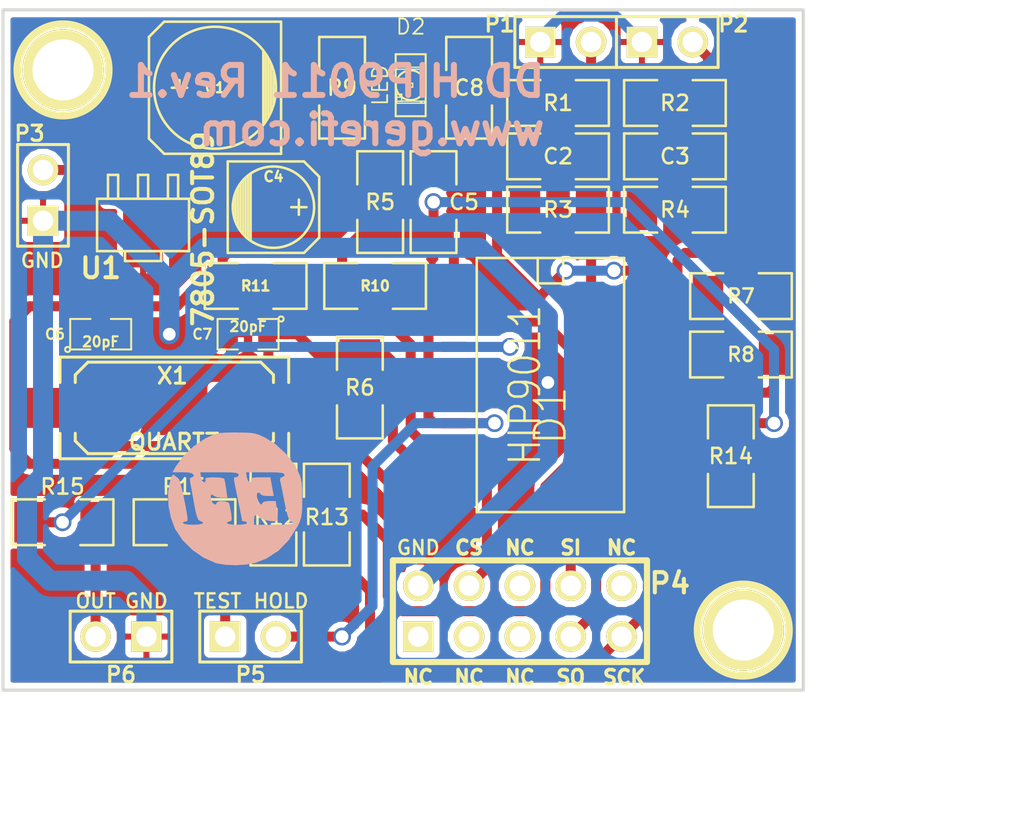
<source format=kicad_pcb>
(kicad_pcb (version 3) (host pcbnew "(2013-07-07 BZR 4022)-stable")

  (general
    (links 65)
    (no_connects 0)
    (area 66.3838 19.9898 121.571428 63.7)
    (thickness 1.6)
    (drawings 24)
    (tracks 211)
    (zones 0)
    (modules 37)
    (nets 25)
  )

  (page A3)
  (layers
    (15 F.Cu signal)
    (0 B.Cu signal)
    (16 B.Adhes user)
    (17 F.Adhes user)
    (18 B.Paste user hide)
    (19 F.Paste user)
    (20 B.SilkS user)
    (21 F.SilkS user)
    (22 B.Mask user)
    (23 F.Mask user)
    (24 Dwgs.User user)
    (25 Cmts.User user)
    (26 Eco1.User user)
    (27 Eco2.User user)
    (28 Edge.Cuts user)
  )

  (setup
    (last_trace_width 0.5)
    (trace_clearance 0.254)
    (zone_clearance 0.3)
    (zone_45_only no)
    (trace_min 0.254)
    (segment_width 0.2)
    (edge_width 0.15)
    (via_size 0.889)
    (via_drill 0.635)
    (via_min_size 0.889)
    (via_min_drill 0.508)
    (uvia_size 0.508)
    (uvia_drill 0.127)
    (uvias_allowed no)
    (uvia_min_size 0.508)
    (uvia_min_drill 0.127)
    (pcb_text_width 0.3)
    (pcb_text_size 1.5 1.5)
    (mod_edge_width 0.15)
    (mod_text_size 1.5 1.5)
    (mod_text_width 0.15)
    (pad_size 1.524 1.524)
    (pad_drill 0.762)
    (pad_to_mask_clearance 0.2)
    (aux_axis_origin 67 21)
    (visible_elements 7FFF7FFF)
    (pcbplotparams
      (layerselection 284983297)
      (usegerberextensions true)
      (excludeedgelayer true)
      (linewidth 0.100000)
      (plotframeref false)
      (viasonmask false)
      (mode 1)
      (useauxorigin false)
      (hpglpennumber 1)
      (hpglpenspeed 20)
      (hpglpendiameter 15)
      (hpglpenoverlay 2)
      (psnegative false)
      (psa4output false)
      (plotreference true)
      (plotvalue true)
      (plotothertext true)
      (plotinvisibletext false)
      (padsonsilk false)
      (subtractmaskfromsilk false)
      (outputformat 1)
      (mirror false)
      (drillshape 0)
      (scaleselection 1)
      (outputdirectory gerber))
  )

  (net 0 "")
  (net 1 /+12V)
  (net 2 /+5V)
  (net 3 /CS)
  (net 4 /GND)
  (net 5 /INT/HLD)
  (net 6 /INTOUT)
  (net 7 /OUT)
  (net 8 /SCK)
  (net 9 /SI)
  (net 10 /SO)
  (net 11 /TEST)
  (net 12 N-0000018)
  (net 13 N-0000019)
  (net 14 N-0000020)
  (net 15 N-0000024)
  (net 16 N-0000025)
  (net 17 N-0000026)
  (net 18 N-0000027)
  (net 19 N-0000028)
  (net 20 N-0000029)
  (net 21 N-0000030)
  (net 22 N-0000031)
  (net 23 N-000007)
  (net 24 N-000008)

  (net_class Default "Это класс цепей по умолчанию."
    (clearance 0.254)
    (trace_width 0.5)
    (via_dia 0.889)
    (via_drill 0.635)
    (uvia_dia 0.508)
    (uvia_drill 0.127)
    (add_net "")
    (add_net /+12V)
    (add_net /+5V)
    (add_net /CS)
    (add_net /GND)
    (add_net /INT/HLD)
    (add_net /INTOUT)
    (add_net /OUT)
    (add_net /SCK)
    (add_net /SI)
    (add_net /SO)
    (add_net /TEST)
    (add_net N-0000018)
    (add_net N-0000019)
    (add_net N-0000020)
    (add_net N-0000024)
    (add_net N-0000025)
    (add_net N-0000026)
    (add_net N-0000027)
    (add_net N-0000028)
    (add_net N-0000029)
    (add_net N-0000030)
    (add_net N-0000031)
    (add_net N-000007)
    (add_net N-000008)
  )

  (module sot89 (layer F.Cu) (tedit 52AEB4CC) (tstamp 52A25CF8)
    (at 74 31.7493 180)
    (descr SOT89)
    (path /52A25C32)
    (attr smd)
    (fp_text reference U1 (at 2.118 -2.1597 180) (layer F.SilkS)
      (effects (font (size 1.00076 1.00076) (thickness 0.20066)))
    )
    (fp_text value 7805-SOT89 (at -2.99974 -0.20066 270) (layer F.SilkS)
      (effects (font (size 1.00076 1.00076) (thickness 0.20066)))
    )
    (fp_line (start 1.2446 2.5019) (end 1.7526 2.5019) (layer F.SilkS) (width 0.127))
    (fp_line (start 1.7526 2.5019) (end 1.7526 1.3081) (layer F.SilkS) (width 0.127))
    (fp_line (start 1.2446 2.5019) (end 1.2446 1.3081) (layer F.SilkS) (width 0.127))
    (fp_line (start -0.254 2.5019) (end -0.254 1.3081) (layer F.SilkS) (width 0.127))
    (fp_line (start 0.254 2.5019) (end 0.254 1.3081) (layer F.SilkS) (width 0.127))
    (fp_line (start -0.254 2.5019) (end 0.254 2.5019) (layer F.SilkS) (width 0.127))
    (fp_line (start -1.7526 2.5019) (end -1.2446 2.5019) (layer F.SilkS) (width 0.127))
    (fp_line (start -1.2446 2.5019) (end -1.2446 1.3081) (layer F.SilkS) (width 0.127))
    (fp_line (start -1.7526 2.5019) (end -1.7526 1.3081) (layer F.SilkS) (width 0.127))
    (fp_line (start -0.9017 -1.8034) (end 0.9017 -1.8034) (layer F.SilkS) (width 0.127))
    (fp_line (start 0.9017 -1.8034) (end 0.9017 -1.3081) (layer F.SilkS) (width 0.127))
    (fp_line (start -0.9017 -1.8034) (end -0.9017 -1.3081) (layer F.SilkS) (width 0.127))
    (fp_line (start -2.2987 1.3081) (end -2.2987 -1.3081) (layer F.SilkS) (width 0.127))
    (fp_line (start -2.2987 -1.3081) (end 2.2987 -1.3081) (layer F.SilkS) (width 0.127))
    (fp_line (start 2.2987 -1.3081) (end 2.2987 1.3081) (layer F.SilkS) (width 0.127))
    (fp_line (start 2.2987 1.3081) (end -2.2987 1.3081) (layer F.SilkS) (width 0.127))
    (pad 1 smd rect (at -1.50114 1.89992 180) (size 0.70104 1.6002)
      (layers F.Cu F.Paste F.Mask)
      (net 24 N-000008)
    )
    (pad 2 smd rect (at 0 1.651 180) (size 0.70104 2.10058)
      (layers F.Cu F.Paste F.Mask)
      (net 4 /GND)
    )
    (pad 3 smd rect (at 1.50114 1.89992 180) (size 0.70104 1.6002)
      (layers F.Cu F.Paste F.Mask)
      (net 1 /+12V)
    )
    (pad 2 smd rect (at 0 -0.7493 180) (size 1.99898 2.75082)
      (layers F.Cu F.Paste F.Mask)
      (net 4 /GND)
    )
    (model smd/smd_transistors/sot89.wrl
      (at (xyz 0 0 0))
      (scale (xyz 1 1 1))
      (rotate (xyz 0 0 0))
    )
  )

  (module SM1206 (layer F.Cu) (tedit 52AF42BF) (tstamp 52A25D04)
    (at 103.378 43.307 270)
    (path /52A255FD)
    (attr smd)
    (fp_text reference R14 (at 0 0 360) (layer F.SilkS)
      (effects (font (size 0.762 0.762) (thickness 0.127)))
    )
    (fp_text value 1K (at 0 0 270) (layer F.SilkS) hide
      (effects (font (size 0.762 0.762) (thickness 0.127)))
    )
    (fp_line (start -2.54 -1.143) (end -2.54 1.143) (layer F.SilkS) (width 0.127))
    (fp_line (start -2.54 1.143) (end -0.889 1.143) (layer F.SilkS) (width 0.127))
    (fp_line (start 0.889 -1.143) (end 2.54 -1.143) (layer F.SilkS) (width 0.127))
    (fp_line (start 2.54 -1.143) (end 2.54 1.143) (layer F.SilkS) (width 0.127))
    (fp_line (start 2.54 1.143) (end 0.889 1.143) (layer F.SilkS) (width 0.127))
    (fp_line (start -0.889 -1.143) (end -2.54 -1.143) (layer F.SilkS) (width 0.127))
    (pad 1 smd rect (at -1.651 0 270) (size 1.524 2.032)
      (layers F.Cu F.Paste F.Mask)
      (net 2 /+5V)
    )
    (pad 2 smd rect (at 1.651 0 270) (size 1.524 2.032)
      (layers F.Cu F.Paste F.Mask)
      (net 9 /SI)
    )
    (model smd/chip_cms.wrl
      (at (xyz 0 0 0))
      (scale (xyz 0.17 0.16 0.16))
      (rotate (xyz 0 0 0))
    )
  )

  (module SM1206 (layer F.Cu) (tedit 52AEB599) (tstamp 52A25D10)
    (at 80.518 46.228 270)
    (path /52A255DF)
    (attr smd)
    (fp_text reference R12 (at 0.127 -0.127 360) (layer F.SilkS)
      (effects (font (size 0.762 0.762) (thickness 0.125)))
    )
    (fp_text value 1K (at 0 0 270) (layer F.SilkS) hide
      (effects (font (size 0.762 0.762) (thickness 0.127)))
    )
    (fp_line (start -2.54 -1.143) (end -2.54 1.143) (layer F.SilkS) (width 0.127))
    (fp_line (start -2.54 1.143) (end -0.889 1.143) (layer F.SilkS) (width 0.127))
    (fp_line (start 0.889 -1.143) (end 2.54 -1.143) (layer F.SilkS) (width 0.127))
    (fp_line (start 2.54 -1.143) (end 2.54 1.143) (layer F.SilkS) (width 0.127))
    (fp_line (start 2.54 1.143) (end 0.889 1.143) (layer F.SilkS) (width 0.127))
    (fp_line (start -0.889 -1.143) (end -2.54 -1.143) (layer F.SilkS) (width 0.127))
    (pad 1 smd rect (at -1.651 0 270) (size 1.524 2.032)
      (layers F.Cu F.Paste F.Mask)
      (net 2 /+5V)
    )
    (pad 2 smd rect (at 1.651 0 270) (size 1.524 2.032)
      (layers F.Cu F.Paste F.Mask)
      (net 11 /TEST)
    )
    (model smd/chip_cms.wrl
      (at (xyz 0 0 0))
      (scale (xyz 0.17 0.16 0.16))
      (rotate (xyz 0 0 0))
    )
  )

  (module SM1206 (layer F.Cu) (tedit 52AEB509) (tstamp 52AEC6A9)
    (at 79.629 34.798)
    (path /52A255D0)
    (attr smd)
    (fp_text reference R11 (at 0 0) (layer F.SilkS)
      (effects (font (size 0.5 0.5) (thickness 0.125)))
    )
    (fp_text value 1K (at 0 0) (layer F.SilkS) hide
      (effects (font (size 0.762 0.762) (thickness 0.127)))
    )
    (fp_line (start -2.54 -1.143) (end -2.54 1.143) (layer F.SilkS) (width 0.127))
    (fp_line (start -2.54 1.143) (end -0.889 1.143) (layer F.SilkS) (width 0.127))
    (fp_line (start 0.889 -1.143) (end 2.54 -1.143) (layer F.SilkS) (width 0.127))
    (fp_line (start 2.54 -1.143) (end 2.54 1.143) (layer F.SilkS) (width 0.127))
    (fp_line (start 2.54 1.143) (end 0.889 1.143) (layer F.SilkS) (width 0.127))
    (fp_line (start -0.889 -1.143) (end -2.54 -1.143) (layer F.SilkS) (width 0.127))
    (pad 1 smd rect (at -1.651 0) (size 1.524 2.032)
      (layers F.Cu F.Paste F.Mask)
      (net 2 /+5V)
    )
    (pad 2 smd rect (at 1.651 0) (size 1.524 2.032)
      (layers F.Cu F.Paste F.Mask)
      (net 3 /CS)
    )
    (model smd/chip_cms.wrl
      (at (xyz 0 0 0))
      (scale (xyz 0.17 0.16 0.16))
      (rotate (xyz 0 0 0))
    )
  )

  (module SM1206 (layer F.Cu) (tedit 52AEB51B) (tstamp 52A25D28)
    (at 85.598 34.798)
    (path /52A255C1)
    (attr smd)
    (fp_text reference R10 (at 0 0) (layer F.SilkS)
      (effects (font (size 0.5 0.5) (thickness 0.125)))
    )
    (fp_text value 1K (at 0 0) (layer F.SilkS) hide
      (effects (font (size 0.762 0.762) (thickness 0.127)))
    )
    (fp_line (start -2.54 -1.143) (end -2.54 1.143) (layer F.SilkS) (width 0.127))
    (fp_line (start -2.54 1.143) (end -0.889 1.143) (layer F.SilkS) (width 0.127))
    (fp_line (start 0.889 -1.143) (end 2.54 -1.143) (layer F.SilkS) (width 0.127))
    (fp_line (start 2.54 -1.143) (end 2.54 1.143) (layer F.SilkS) (width 0.127))
    (fp_line (start 2.54 1.143) (end 0.889 1.143) (layer F.SilkS) (width 0.127))
    (fp_line (start -0.889 -1.143) (end -2.54 -1.143) (layer F.SilkS) (width 0.127))
    (pad 1 smd rect (at -1.651 0) (size 1.524 2.032)
      (layers F.Cu F.Paste F.Mask)
      (net 2 /+5V)
    )
    (pad 2 smd rect (at 1.651 0) (size 1.524 2.032)
      (layers F.Cu F.Paste F.Mask)
      (net 5 /INT/HLD)
    )
    (model smd/chip_cms.wrl
      (at (xyz 0 0 0))
      (scale (xyz 0.17 0.16 0.16))
      (rotate (xyz 0 0 0))
    )
  )

  (module SM1206 (layer F.Cu) (tedit 52AF4259) (tstamp 52A25D34)
    (at 83.947 24.892 270)
    (path /529A4063)
    (attr smd)
    (fp_text reference R9 (at 0 0 360) (layer F.SilkS)
      (effects (font (size 0.762 0.762) (thickness 0.127)))
    )
    (fp_text value 470R (at 0 0 270) (layer F.SilkS) hide
      (effects (font (size 0.762 0.762) (thickness 0.127)))
    )
    (fp_line (start -2.54 -1.143) (end -2.54 1.143) (layer F.SilkS) (width 0.127))
    (fp_line (start -2.54 1.143) (end -0.889 1.143) (layer F.SilkS) (width 0.127))
    (fp_line (start 0.889 -1.143) (end 2.54 -1.143) (layer F.SilkS) (width 0.127))
    (fp_line (start 2.54 -1.143) (end 2.54 1.143) (layer F.SilkS) (width 0.127))
    (fp_line (start 2.54 1.143) (end 0.889 1.143) (layer F.SilkS) (width 0.127))
    (fp_line (start -0.889 -1.143) (end -2.54 -1.143) (layer F.SilkS) (width 0.127))
    (pad 1 smd rect (at -1.651 0 270) (size 1.524 2.032)
      (layers F.Cu F.Paste F.Mask)
      (net 23 N-000007)
    )
    (pad 2 smd rect (at 1.651 0 270) (size 1.524 2.032)
      (layers F.Cu F.Paste F.Mask)
      (net 24 N-000008)
    )
    (model smd/chip_cms.wrl
      (at (xyz 0 0 0))
      (scale (xyz 0.17 0.16 0.16))
      (rotate (xyz 0 0 0))
    )
  )

  (module SM1206 (layer F.Cu) (tedit 52AEB597) (tstamp 52A25D40)
    (at 83.185 46.228 270)
    (path /52A255EE)
    (attr smd)
    (fp_text reference R13 (at 0.127 0 360) (layer F.SilkS)
      (effects (font (size 0.762 0.762) (thickness 0.127)))
    )
    (fp_text value 1K (at 0 0 270) (layer F.SilkS) hide
      (effects (font (size 0.762 0.762) (thickness 0.127)))
    )
    (fp_line (start -2.54 -1.143) (end -2.54 1.143) (layer F.SilkS) (width 0.127))
    (fp_line (start -2.54 1.143) (end -0.889 1.143) (layer F.SilkS) (width 0.127))
    (fp_line (start 0.889 -1.143) (end 2.54 -1.143) (layer F.SilkS) (width 0.127))
    (fp_line (start 2.54 -1.143) (end 2.54 1.143) (layer F.SilkS) (width 0.127))
    (fp_line (start 2.54 1.143) (end 0.889 1.143) (layer F.SilkS) (width 0.127))
    (fp_line (start -0.889 -1.143) (end -2.54 -1.143) (layer F.SilkS) (width 0.127))
    (pad 1 smd rect (at -1.651 0 270) (size 1.524 2.032)
      (layers F.Cu F.Paste F.Mask)
      (net 2 /+5V)
    )
    (pad 2 smd rect (at 1.651 0 270) (size 1.524 2.032)
      (layers F.Cu F.Paste F.Mask)
      (net 8 /SCK)
    )
    (model smd/chip_cms.wrl
      (at (xyz 0 0 0))
      (scale (xyz 0.17 0.16 0.16))
      (rotate (xyz 0 0 0))
    )
  )

  (module SM1206 (layer F.Cu) (tedit 52AF4266) (tstamp 52A25D4C)
    (at 85.852 30.607 270)
    (path /52929D7A)
    (attr smd)
    (fp_text reference R5 (at 0 0 360) (layer F.SilkS)
      (effects (font (size 0.762 0.762) (thickness 0.127)))
    )
    (fp_text value 10R (at 0 0 270) (layer F.SilkS) hide
      (effects (font (size 0.762 0.762) (thickness 0.127)))
    )
    (fp_line (start -2.54 -1.143) (end -2.54 1.143) (layer F.SilkS) (width 0.127))
    (fp_line (start -2.54 1.143) (end -0.889 1.143) (layer F.SilkS) (width 0.127))
    (fp_line (start 0.889 -1.143) (end 2.54 -1.143) (layer F.SilkS) (width 0.127))
    (fp_line (start 2.54 -1.143) (end 2.54 1.143) (layer F.SilkS) (width 0.127))
    (fp_line (start 2.54 1.143) (end 0.889 1.143) (layer F.SilkS) (width 0.127))
    (fp_line (start -0.889 -1.143) (end -2.54 -1.143) (layer F.SilkS) (width 0.127))
    (pad 1 smd rect (at -1.651 0 270) (size 1.524 2.032)
      (layers F.Cu F.Paste F.Mask)
      (net 24 N-000008)
    )
    (pad 2 smd rect (at 1.651 0 270) (size 1.524 2.032)
      (layers F.Cu F.Paste F.Mask)
      (net 2 /+5V)
    )
    (model smd/chip_cms.wrl
      (at (xyz 0 0 0))
      (scale (xyz 0.17 0.16 0.16))
      (rotate (xyz 0 0 0))
    )
  )

  (module SM1206 (layer F.Cu) (tedit 52AF425D) (tstamp 52AEC577)
    (at 90.297 24.892 90)
    (path /529299B0)
    (attr smd)
    (fp_text reference C8 (at 0 0 180) (layer F.SilkS)
      (effects (font (size 0.762 0.762) (thickness 0.127)))
    )
    (fp_text value 22n (at 0 0 90) (layer F.SilkS) hide
      (effects (font (size 0.762 0.762) (thickness 0.127)))
    )
    (fp_line (start -2.54 -1.143) (end -2.54 1.143) (layer F.SilkS) (width 0.127))
    (fp_line (start -2.54 1.143) (end -0.889 1.143) (layer F.SilkS) (width 0.127))
    (fp_line (start 0.889 -1.143) (end 2.54 -1.143) (layer F.SilkS) (width 0.127))
    (fp_line (start 2.54 -1.143) (end 2.54 1.143) (layer F.SilkS) (width 0.127))
    (fp_line (start 2.54 1.143) (end 0.889 1.143) (layer F.SilkS) (width 0.127))
    (fp_line (start -0.889 -1.143) (end -2.54 -1.143) (layer F.SilkS) (width 0.127))
    (pad 1 smd rect (at -1.651 0 90) (size 1.524 2.032)
      (layers F.Cu F.Paste F.Mask)
      (net 16 N-0000025)
    )
    (pad 2 smd rect (at 1.651 0 90) (size 1.524 2.032)
      (layers F.Cu F.Paste F.Mask)
      (net 4 /GND)
    )
    (model smd/chip_cms.wrl
      (at (xyz 0 0 0))
      (scale (xyz 0.17 0.16 0.16))
      (rotate (xyz 0 0 0))
    )
  )

  (module SM1206 (layer F.Cu) (tedit 52AF4220) (tstamp 52A25D64)
    (at 84.836 39.878 90)
    (path /52928EAF)
    (attr smd)
    (fp_text reference R6 (at 0 0 180) (layer F.SilkS)
      (effects (font (size 0.762 0.762) (thickness 0.127)))
    )
    (fp_text value 1M (at 0 0 90) (layer F.SilkS) hide
      (effects (font (size 0.762 0.762) (thickness 0.127)))
    )
    (fp_line (start -2.54 -1.143) (end -2.54 1.143) (layer F.SilkS) (width 0.127))
    (fp_line (start -2.54 1.143) (end -0.889 1.143) (layer F.SilkS) (width 0.127))
    (fp_line (start 0.889 -1.143) (end 2.54 -1.143) (layer F.SilkS) (width 0.127))
    (fp_line (start 2.54 -1.143) (end 2.54 1.143) (layer F.SilkS) (width 0.127))
    (fp_line (start 2.54 1.143) (end 0.889 1.143) (layer F.SilkS) (width 0.127))
    (fp_line (start -0.889 -1.143) (end -2.54 -1.143) (layer F.SilkS) (width 0.127))
    (pad 1 smd rect (at -1.651 0 90) (size 1.524 2.032)
      (layers F.Cu F.Paste F.Mask)
      (net 15 N-0000024)
    )
    (pad 2 smd rect (at 1.651 0 90) (size 1.524 2.032)
      (layers F.Cu F.Paste F.Mask)
      (net 12 N-0000018)
    )
    (model smd/chip_cms.wrl
      (at (xyz 0 0 0))
      (scale (xyz 0.17 0.16 0.16))
      (rotate (xyz 0 0 0))
    )
  )

  (module SM1206 (layer F.Cu) (tedit 52AF426F) (tstamp 52A25D70)
    (at 88.519 30.607 90)
    (path /52928976)
    (attr smd)
    (fp_text reference C5 (at 0 1.524 180) (layer F.SilkS)
      (effects (font (size 0.762 0.762) (thickness 0.127)))
    )
    (fp_text value 100n (at 0 0 90) (layer F.SilkS) hide
      (effects (font (size 0.762 0.762) (thickness 0.127)))
    )
    (fp_line (start -2.54 -1.143) (end -2.54 1.143) (layer F.SilkS) (width 0.127))
    (fp_line (start -2.54 1.143) (end -0.889 1.143) (layer F.SilkS) (width 0.127))
    (fp_line (start 0.889 -1.143) (end 2.54 -1.143) (layer F.SilkS) (width 0.127))
    (fp_line (start 2.54 -1.143) (end 2.54 1.143) (layer F.SilkS) (width 0.127))
    (fp_line (start 2.54 1.143) (end 0.889 1.143) (layer F.SilkS) (width 0.127))
    (fp_line (start -0.889 -1.143) (end -2.54 -1.143) (layer F.SilkS) (width 0.127))
    (pad 1 smd rect (at -1.651 0 90) (size 1.524 2.032)
      (layers F.Cu F.Paste F.Mask)
      (net 2 /+5V)
    )
    (pad 2 smd rect (at 1.651 0 90) (size 1.524 2.032)
      (layers F.Cu F.Paste F.Mask)
      (net 4 /GND)
    )
    (model smd/chip_cms.wrl
      (at (xyz 0 0 0))
      (scale (xyz 0.17 0.16 0.16))
      (rotate (xyz 0 0 0))
    )
  )

  (module SM1206 (layer F.Cu) (tedit 52AF4417) (tstamp 52AF4429)
    (at 103.886 38.227)
    (path /52928885)
    (attr smd)
    (fp_text reference R8 (at 0 0) (layer F.SilkS)
      (effects (font (size 0.7 0.7) (thickness 0.127)))
    )
    (fp_text value 68k (at 0 0) (layer F.SilkS) hide
      (effects (font (size 0.762 0.762) (thickness 0.127)))
    )
    (fp_line (start -2.54 -1.143) (end -2.54 1.143) (layer F.SilkS) (width 0.127))
    (fp_line (start -2.54 1.143) (end -0.889 1.143) (layer F.SilkS) (width 0.127))
    (fp_line (start 0.889 -1.143) (end 2.54 -1.143) (layer F.SilkS) (width 0.127))
    (fp_line (start 2.54 -1.143) (end 2.54 1.143) (layer F.SilkS) (width 0.127))
    (fp_line (start 2.54 1.143) (end 0.889 1.143) (layer F.SilkS) (width 0.127))
    (fp_line (start -0.889 -1.143) (end -2.54 -1.143) (layer F.SilkS) (width 0.127))
    (pad 1 smd rect (at -1.651 0) (size 1.524 2.032)
      (layers F.Cu F.Paste F.Mask)
      (net 18 N-0000027)
    )
    (pad 2 smd rect (at 1.651 0) (size 1.524 2.032)
      (layers F.Cu F.Paste F.Mask)
      (net 17 N-0000026)
    )
    (model smd/chip_cms.wrl
      (at (xyz 0 0 0))
      (scale (xyz 0.17 0.16 0.16))
      (rotate (xyz 0 0 0))
    )
  )

  (module SM1206 (layer F.Cu) (tedit 52AF4429) (tstamp 52A25D88)
    (at 103.886 35.306)
    (path /52928876)
    (attr smd)
    (fp_text reference R7 (at 0 0) (layer F.SilkS)
      (effects (font (size 0.7 0.7) (thickness 0.127)))
    )
    (fp_text value 68k (at 0 0) (layer F.SilkS) hide
      (effects (font (size 0.762 0.762) (thickness 0.127)))
    )
    (fp_line (start -2.54 -1.143) (end -2.54 1.143) (layer F.SilkS) (width 0.127))
    (fp_line (start -2.54 1.143) (end -0.889 1.143) (layer F.SilkS) (width 0.127))
    (fp_line (start 0.889 -1.143) (end 2.54 -1.143) (layer F.SilkS) (width 0.127))
    (fp_line (start 2.54 -1.143) (end 2.54 1.143) (layer F.SilkS) (width 0.127))
    (fp_line (start 2.54 1.143) (end 0.889 1.143) (layer F.SilkS) (width 0.127))
    (fp_line (start -0.889 -1.143) (end -2.54 -1.143) (layer F.SilkS) (width 0.127))
    (pad 1 smd rect (at -1.651 0) (size 1.524 2.032)
      (layers F.Cu F.Paste F.Mask)
      (net 19 N-0000028)
    )
    (pad 2 smd rect (at 1.651 0) (size 1.524 2.032)
      (layers F.Cu F.Paste F.Mask)
      (net 20 N-0000029)
    )
    (model smd/chip_cms.wrl
      (at (xyz 0 0 0))
      (scale (xyz 0.17 0.16 0.16))
      (rotate (xyz 0 0 0))
    )
  )

  (module SM1206 (layer F.Cu) (tedit 42806E24) (tstamp 52A25D94)
    (at 100.584 30.988)
    (path /52928858)
    (attr smd)
    (fp_text reference R4 (at 0 0) (layer F.SilkS)
      (effects (font (size 0.762 0.762) (thickness 0.127)))
    )
    (fp_text value 10k (at 0 0) (layer F.SilkS) hide
      (effects (font (size 0.762 0.762) (thickness 0.127)))
    )
    (fp_line (start -2.54 -1.143) (end -2.54 1.143) (layer F.SilkS) (width 0.127))
    (fp_line (start -2.54 1.143) (end -0.889 1.143) (layer F.SilkS) (width 0.127))
    (fp_line (start 0.889 -1.143) (end 2.54 -1.143) (layer F.SilkS) (width 0.127))
    (fp_line (start 2.54 -1.143) (end 2.54 1.143) (layer F.SilkS) (width 0.127))
    (fp_line (start 2.54 1.143) (end 0.889 1.143) (layer F.SilkS) (width 0.127))
    (fp_line (start -0.889 -1.143) (end -2.54 -1.143) (layer F.SilkS) (width 0.127))
    (pad 1 smd rect (at -1.651 0) (size 1.524 2.032)
      (layers F.Cu F.Paste F.Mask)
      (net 14 N-0000020)
    )
    (pad 2 smd rect (at 1.651 0) (size 1.524 2.032)
      (layers F.Cu F.Paste F.Mask)
      (net 20 N-0000029)
    )
    (model smd/chip_cms.wrl
      (at (xyz 0 0 0))
      (scale (xyz 0.17 0.16 0.16))
      (rotate (xyz 0 0 0))
    )
  )

  (module SM1206 (layer F.Cu) (tedit 42806E24) (tstamp 52A25DA0)
    (at 94.742 30.988)
    (path /52928849)
    (attr smd)
    (fp_text reference R3 (at 0 0) (layer F.SilkS)
      (effects (font (size 0.762 0.762) (thickness 0.127)))
    )
    (fp_text value 10k (at 0 0) (layer F.SilkS) hide
      (effects (font (size 0.762 0.762) (thickness 0.127)))
    )
    (fp_line (start -2.54 -1.143) (end -2.54 1.143) (layer F.SilkS) (width 0.127))
    (fp_line (start -2.54 1.143) (end -0.889 1.143) (layer F.SilkS) (width 0.127))
    (fp_line (start 0.889 -1.143) (end 2.54 -1.143) (layer F.SilkS) (width 0.127))
    (fp_line (start 2.54 -1.143) (end 2.54 1.143) (layer F.SilkS) (width 0.127))
    (fp_line (start 2.54 1.143) (end 0.889 1.143) (layer F.SilkS) (width 0.127))
    (fp_line (start -0.889 -1.143) (end -2.54 -1.143) (layer F.SilkS) (width 0.127))
    (pad 1 smd rect (at -1.651 0) (size 1.524 2.032)
      (layers F.Cu F.Paste F.Mask)
      (net 21 N-0000030)
    )
    (pad 2 smd rect (at 1.651 0) (size 1.524 2.032)
      (layers F.Cu F.Paste F.Mask)
      (net 17 N-0000026)
    )
    (model smd/chip_cms.wrl
      (at (xyz 0 0 0))
      (scale (xyz 0.17 0.16 0.16))
      (rotate (xyz 0 0 0))
    )
  )

  (module SM1206 (layer F.Cu) (tedit 42806E24) (tstamp 52A25DAC)
    (at 100.584 28.321 180)
    (path /52928818)
    (attr smd)
    (fp_text reference C3 (at 0 0 180) (layer F.SilkS)
      (effects (font (size 0.762 0.762) (thickness 0.127)))
    )
    (fp_text value 47n (at 0 0 180) (layer F.SilkS) hide
      (effects (font (size 0.762 0.762) (thickness 0.127)))
    )
    (fp_line (start -2.54 -1.143) (end -2.54 1.143) (layer F.SilkS) (width 0.127))
    (fp_line (start -2.54 1.143) (end -0.889 1.143) (layer F.SilkS) (width 0.127))
    (fp_line (start 0.889 -1.143) (end 2.54 -1.143) (layer F.SilkS) (width 0.127))
    (fp_line (start 2.54 -1.143) (end 2.54 1.143) (layer F.SilkS) (width 0.127))
    (fp_line (start 2.54 1.143) (end 0.889 1.143) (layer F.SilkS) (width 0.127))
    (fp_line (start -0.889 -1.143) (end -2.54 -1.143) (layer F.SilkS) (width 0.127))
    (pad 1 smd rect (at -1.651 0 180) (size 1.524 2.032)
      (layers F.Cu F.Paste F.Mask)
      (net 13 N-0000019)
    )
    (pad 2 smd rect (at 1.651 0 180) (size 1.524 2.032)
      (layers F.Cu F.Paste F.Mask)
      (net 14 N-0000020)
    )
    (model smd/chip_cms.wrl
      (at (xyz 0 0 0))
      (scale (xyz 0.17 0.16 0.16))
      (rotate (xyz 0 0 0))
    )
  )

  (module SM1206 (layer F.Cu) (tedit 42806E24) (tstamp 52A25DB8)
    (at 100.584 25.654 180)
    (path /529287C2)
    (attr smd)
    (fp_text reference R2 (at 0 0 180) (layer F.SilkS)
      (effects (font (size 0.762 0.762) (thickness 0.127)))
    )
    (fp_text value 1M (at 0 0 180) (layer F.SilkS) hide
      (effects (font (size 0.762 0.762) (thickness 0.127)))
    )
    (fp_line (start -2.54 -1.143) (end -2.54 1.143) (layer F.SilkS) (width 0.127))
    (fp_line (start -2.54 1.143) (end -0.889 1.143) (layer F.SilkS) (width 0.127))
    (fp_line (start 0.889 -1.143) (end 2.54 -1.143) (layer F.SilkS) (width 0.127))
    (fp_line (start 2.54 -1.143) (end 2.54 1.143) (layer F.SilkS) (width 0.127))
    (fp_line (start 2.54 1.143) (end 0.889 1.143) (layer F.SilkS) (width 0.127))
    (fp_line (start -0.889 -1.143) (end -2.54 -1.143) (layer F.SilkS) (width 0.127))
    (pad 1 smd rect (at -1.651 0 180) (size 1.524 2.032)
      (layers F.Cu F.Paste F.Mask)
      (net 13 N-0000019)
    )
    (pad 2 smd rect (at 1.651 0 180) (size 1.524 2.032)
      (layers F.Cu F.Paste F.Mask)
      (net 4 /GND)
    )
    (model smd/chip_cms.wrl
      (at (xyz 0 0 0))
      (scale (xyz 0.17 0.16 0.16))
      (rotate (xyz 0 0 0))
    )
  )

  (module SM1206 (layer F.Cu) (tedit 42806E24) (tstamp 52A25DC4)
    (at 94.742 25.654 180)
    (path /529286D6)
    (attr smd)
    (fp_text reference R1 (at 0 0 180) (layer F.SilkS)
      (effects (font (size 0.762 0.762) (thickness 0.127)))
    )
    (fp_text value 1M (at 0 0 180) (layer F.SilkS) hide
      (effects (font (size 0.762 0.762) (thickness 0.127)))
    )
    (fp_line (start -2.54 -1.143) (end -2.54 1.143) (layer F.SilkS) (width 0.127))
    (fp_line (start -2.54 1.143) (end -0.889 1.143) (layer F.SilkS) (width 0.127))
    (fp_line (start 0.889 -1.143) (end 2.54 -1.143) (layer F.SilkS) (width 0.127))
    (fp_line (start 2.54 -1.143) (end 2.54 1.143) (layer F.SilkS) (width 0.127))
    (fp_line (start 2.54 1.143) (end 0.889 1.143) (layer F.SilkS) (width 0.127))
    (fp_line (start -0.889 -1.143) (end -2.54 -1.143) (layer F.SilkS) (width 0.127))
    (pad 1 smd rect (at -1.651 0 180) (size 1.524 2.032)
      (layers F.Cu F.Paste F.Mask)
      (net 22 N-0000031)
    )
    (pad 2 smd rect (at 1.651 0 180) (size 1.524 2.032)
      (layers F.Cu F.Paste F.Mask)
      (net 4 /GND)
    )
    (model smd/chip_cms.wrl
      (at (xyz 0 0 0))
      (scale (xyz 0.17 0.16 0.16))
      (rotate (xyz 0 0 0))
    )
  )

  (module SM1206 (layer F.Cu) (tedit 42806E24) (tstamp 52A25DD0)
    (at 94.742 28.321 180)
    (path /529286C7)
    (attr smd)
    (fp_text reference C2 (at 0 0 180) (layer F.SilkS)
      (effects (font (size 0.762 0.762) (thickness 0.127)))
    )
    (fp_text value 47n (at 0 0 180) (layer F.SilkS) hide
      (effects (font (size 0.762 0.762) (thickness 0.127)))
    )
    (fp_line (start -2.54 -1.143) (end -2.54 1.143) (layer F.SilkS) (width 0.127))
    (fp_line (start -2.54 1.143) (end -0.889 1.143) (layer F.SilkS) (width 0.127))
    (fp_line (start 0.889 -1.143) (end 2.54 -1.143) (layer F.SilkS) (width 0.127))
    (fp_line (start 2.54 -1.143) (end 2.54 1.143) (layer F.SilkS) (width 0.127))
    (fp_line (start 2.54 1.143) (end 0.889 1.143) (layer F.SilkS) (width 0.127))
    (fp_line (start -0.889 -1.143) (end -2.54 -1.143) (layer F.SilkS) (width 0.127))
    (pad 1 smd rect (at -1.651 0 180) (size 1.524 2.032)
      (layers F.Cu F.Paste F.Mask)
      (net 22 N-0000031)
    )
    (pad 2 smd rect (at 1.651 0 180) (size 1.524 2.032)
      (layers F.Cu F.Paste F.Mask)
      (net 21 N-0000030)
    )
    (model smd/chip_cms.wrl
      (at (xyz 0 0 0))
      (scale (xyz 0.17 0.16 0.16))
      (rotate (xyz 0 0 0))
    )
  )

  (module SM0805 (layer F.Cu) (tedit 52AF446A) (tstamp 52A25DDD)
    (at 71.882 37.211)
    (path /52928F04)
    (attr smd)
    (fp_text reference C6 (at -2.286 0) (layer F.SilkS)
      (effects (font (size 0.50038 0.50038) (thickness 0.10922)))
    )
    (fp_text value 20pF (at 0 0.381) (layer F.SilkS)
      (effects (font (size 0.50038 0.50038) (thickness 0.10922)))
    )
    (fp_circle (center -1.651 0.762) (end -1.651 0.635) (layer F.SilkS) (width 0.09906))
    (fp_line (start -0.508 0.762) (end -1.524 0.762) (layer F.SilkS) (width 0.09906))
    (fp_line (start -1.524 0.762) (end -1.524 -0.762) (layer F.SilkS) (width 0.09906))
    (fp_line (start -1.524 -0.762) (end -0.508 -0.762) (layer F.SilkS) (width 0.09906))
    (fp_line (start 0.508 -0.762) (end 1.524 -0.762) (layer F.SilkS) (width 0.09906))
    (fp_line (start 1.524 -0.762) (end 1.524 0.762) (layer F.SilkS) (width 0.09906))
    (fp_line (start 1.524 0.762) (end 0.508 0.762) (layer F.SilkS) (width 0.09906))
    (pad 1 smd rect (at -0.9525 0) (size 0.889 1.397)
      (layers F.Cu F.Paste F.Mask)
      (net 15 N-0000024)
    )
    (pad 2 smd rect (at 0.9525 0) (size 0.889 1.397)
      (layers F.Cu F.Paste F.Mask)
      (net 4 /GND)
    )
    (model smd/chip_cms.wrl
      (at (xyz 0 0 0))
      (scale (xyz 0.1 0.1 0.1))
      (rotate (xyz 0 0 0))
    )
  )

  (module SM0805 (layer F.Cu) (tedit 52AF4465) (tstamp 52A25DEA)
    (at 79.248 37.211 180)
    (path /52928F18)
    (attr smd)
    (fp_text reference C7 (at 2.286 0 180) (layer F.SilkS)
      (effects (font (size 0.50038 0.50038) (thickness 0.10922)))
    )
    (fp_text value 20pF (at 0 0.381 180) (layer F.SilkS)
      (effects (font (size 0.50038 0.50038) (thickness 0.10922)))
    )
    (fp_circle (center -1.651 0.762) (end -1.651 0.635) (layer F.SilkS) (width 0.09906))
    (fp_line (start -0.508 0.762) (end -1.524 0.762) (layer F.SilkS) (width 0.09906))
    (fp_line (start -1.524 0.762) (end -1.524 -0.762) (layer F.SilkS) (width 0.09906))
    (fp_line (start -1.524 -0.762) (end -0.508 -0.762) (layer F.SilkS) (width 0.09906))
    (fp_line (start 0.508 -0.762) (end 1.524 -0.762) (layer F.SilkS) (width 0.09906))
    (fp_line (start 1.524 -0.762) (end 1.524 0.762) (layer F.SilkS) (width 0.09906))
    (fp_line (start 1.524 0.762) (end 0.508 0.762) (layer F.SilkS) (width 0.09906))
    (pad 1 smd rect (at -0.9525 0 180) (size 0.889 1.397)
      (layers F.Cu F.Paste F.Mask)
      (net 12 N-0000018)
    )
    (pad 2 smd rect (at 0.9525 0 180) (size 0.889 1.397)
      (layers F.Cu F.Paste F.Mask)
      (net 4 /GND)
    )
    (model smd/chip_cms.wrl
      (at (xyz 0 0 0))
      (scale (xyz 0.1 0.1 0.1))
      (rotate (xyz 0 0 0))
    )
  )

  (module Q_49U3HMS (layer F.Cu) (tedit 511CC0BB) (tstamp 52A25E00)
    (at 75.565 40.894)
    (path /52A25AB6)
    (fp_text reference X1 (at -0.1 -1.6) (layer F.SilkS)
      (effects (font (size 0.8 0.8) (thickness 0.15)))
    )
    (fp_text value QUARTZ (at 0 1.7) (layer F.SilkS)
      (effects (font (size 0.8 0.8) (thickness 0.15)))
    )
    (fp_line (start -4.953 -1.651) (end -4.953 -1.27) (layer F.SilkS) (width 0.15))
    (fp_line (start -4.953 1.651) (end -4.953 1.27) (layer F.SilkS) (width 0.15))
    (fp_line (start 4.953 1.651) (end 4.953 1.27) (layer F.SilkS) (width 0.15))
    (fp_line (start 4.953 -1.651) (end 4.953 -1.27) (layer F.SilkS) (width 0.15))
    (fp_line (start 5.715 -2.54) (end 5.715 -1.27) (layer F.SilkS) (width 0.15))
    (fp_line (start 5.715 2.54) (end 5.715 1.27) (layer F.SilkS) (width 0.15))
    (fp_line (start -5.715 2.54) (end -5.715 1.27) (layer F.SilkS) (width 0.15))
    (fp_line (start -5.715 -2.54) (end -5.715 -1.27) (layer F.SilkS) (width 0.15))
    (fp_line (start -4.953 1.651) (end -4.318 2.286) (layer F.SilkS) (width 0.15))
    (fp_line (start -4.318 2.286) (end 4.318 2.286) (layer F.SilkS) (width 0.15))
    (fp_line (start 4.318 2.286) (end 4.953 1.651) (layer F.SilkS) (width 0.15))
    (fp_line (start 4.953 -1.651) (end 4.318 -2.286) (layer F.SilkS) (width 0.15))
    (fp_line (start 4.318 -2.286) (end -4.318 -2.286) (layer F.SilkS) (width 0.15))
    (fp_line (start -4.318 -2.286) (end -4.953 -1.651) (layer F.SilkS) (width 0.15))
    (fp_line (start 5.715 2.54) (end -5.715 2.54) (layer F.SilkS) (width 0.15))
    (fp_line (start -5.715 -2.54) (end 5.715 -2.54) (layer F.SilkS) (width 0.15))
    (pad 1 smd rect (at -4.699 0) (size 5.4991 1.99898)
      (layers F.Cu F.Paste F.Mask)
      (net 15 N-0000024)
    )
    (pad 2 smd rect (at 4.699 0) (size 5.4991 1.99898)
      (layers F.Cu F.Paste F.Mask)
      (net 12 N-0000018)
    )
    (model smd/smd_crystal&oscillator/crystal_hc-49-smd.wrl
      (at (xyz 0 0 0))
      (scale (xyz 1 1 1))
      (rotate (xyz 0 0 0))
    )
  )

  (module PIN_ARRAY_2X1 (layer F.Cu) (tedit 52AEB4B6) (tstamp 52A25E1A)
    (at 100.203 22.606)
    (descr "Connecteurs 2 pins")
    (tags "CONN DEV")
    (path /52928125)
    (fp_text reference P2 (at 3.302 -0.889) (layer F.SilkS)
      (effects (font (size 0.762 0.762) (thickness 0.1524)))
    )
    (fp_text value "KNOCK 2" (at 0 -1.905) (layer F.SilkS) hide
      (effects (font (size 0.762 0.762) (thickness 0.1524)))
    )
    (fp_line (start -2.54 1.27) (end -2.54 -1.27) (layer F.SilkS) (width 0.1524))
    (fp_line (start -2.54 -1.27) (end 2.54 -1.27) (layer F.SilkS) (width 0.1524))
    (fp_line (start 2.54 -1.27) (end 2.54 1.27) (layer F.SilkS) (width 0.1524))
    (fp_line (start 2.54 1.27) (end -2.54 1.27) (layer F.SilkS) (width 0.1524))
    (pad 1 thru_hole rect (at -1.27 0) (size 1.524 1.524) (drill 1.016)
      (layers *.Cu *.Mask F.SilkS)
      (net 4 /GND)
    )
    (pad 2 thru_hole circle (at 1.27 0) (size 1.524 1.524) (drill 1.016)
      (layers *.Cu *.Mask F.SilkS)
      (net 13 N-0000019)
    )
    (model pin_array/pins_array_2x1.wrl
      (at (xyz 0 0 0))
      (scale (xyz 1 1 1))
      (rotate (xyz 0 0 0))
    )
  )

  (module PIN_ARRAY_2X1 (layer F.Cu) (tedit 52AEB4B2) (tstamp 52A25E24)
    (at 95.123 22.606)
    (descr "Connecteurs 2 pins")
    (tags "CONN DEV")
    (path /52928116)
    (fp_text reference P1 (at -3.302 -0.889) (layer F.SilkS)
      (effects (font (size 0.762 0.762) (thickness 0.1524)))
    )
    (fp_text value "KNOCK 1" (at 0 -1.905) (layer F.SilkS) hide
      (effects (font (size 0.762 0.762) (thickness 0.1524)))
    )
    (fp_line (start -2.54 1.27) (end -2.54 -1.27) (layer F.SilkS) (width 0.1524))
    (fp_line (start -2.54 -1.27) (end 2.54 -1.27) (layer F.SilkS) (width 0.1524))
    (fp_line (start 2.54 -1.27) (end 2.54 1.27) (layer F.SilkS) (width 0.1524))
    (fp_line (start 2.54 1.27) (end -2.54 1.27) (layer F.SilkS) (width 0.1524))
    (pad 1 thru_hole rect (at -1.27 0) (size 1.524 1.524) (drill 1.016)
      (layers *.Cu *.Mask F.SilkS)
      (net 4 /GND)
    )
    (pad 2 thru_hole circle (at 1.27 0) (size 1.524 1.524) (drill 1.016)
      (layers *.Cu *.Mask F.SilkS)
      (net 22 N-0000031)
    )
    (model pin_array/pins_array_2x1.wrl
      (at (xyz 0 0 0))
      (scale (xyz 1 1 1))
      (rotate (xyz 0 0 0))
    )
  )

  (module PIN_ARRAY_2X1 (layer F.Cu) (tedit 52AEB4C4) (tstamp 52A25E2E)
    (at 69 30.27 90)
    (descr "Connecteurs 2 pins")
    (tags "CONN DEV")
    (path /52928AC0)
    (fp_text reference P3 (at 3.092 -0.674 180) (layer F.SilkS)
      (effects (font (size 0.762 0.762) (thickness 0.1524)))
    )
    (fp_text value 12V (at 0 -1.905 90) (layer F.SilkS) hide
      (effects (font (size 0.762 0.762) (thickness 0.1524)))
    )
    (fp_line (start -2.54 1.27) (end -2.54 -1.27) (layer F.SilkS) (width 0.1524))
    (fp_line (start -2.54 -1.27) (end 2.54 -1.27) (layer F.SilkS) (width 0.1524))
    (fp_line (start 2.54 -1.27) (end 2.54 1.27) (layer F.SilkS) (width 0.1524))
    (fp_line (start 2.54 1.27) (end -2.54 1.27) (layer F.SilkS) (width 0.1524))
    (pad 1 thru_hole rect (at -1.27 0 90) (size 1.524 1.524) (drill 1.016)
      (layers *.Cu *.Mask F.SilkS)
      (net 4 /GND)
    )
    (pad 2 thru_hole circle (at 1.27 0 90) (size 1.524 1.524) (drill 1.016)
      (layers *.Cu *.Mask F.SilkS)
      (net 1 /+12V)
    )
    (model pin_array/pins_array_2x1.wrl
      (at (xyz 0 0 0))
      (scale (xyz 1 1 1))
      (rotate (xyz 0 0 0))
    )
  )

  (module LED-1206 (layer F.Cu) (tedit 52AF42AE) (tstamp 52A25E58)
    (at 87.376 24.765 270)
    (descr "LED 1206 smd package")
    (tags "LED1206 SMD")
    (path /529A403B)
    (attr smd)
    (fp_text reference D2 (at -2.921 0 360) (layer F.SilkS)
      (effects (font (size 0.762 0.762) (thickness 0.0889)))
    )
    (fp_text value LED (at 0 1.524 270) (layer F.SilkS)
      (effects (font (size 0.762 0.762) (thickness 0.0889)))
    )
    (fp_line (start -0.09906 0.09906) (end 0.09906 0.09906) (layer F.SilkS) (width 0.06604))
    (fp_line (start 0.09906 0.09906) (end 0.09906 -0.09906) (layer F.SilkS) (width 0.06604))
    (fp_line (start -0.09906 -0.09906) (end 0.09906 -0.09906) (layer F.SilkS) (width 0.06604))
    (fp_line (start -0.09906 0.09906) (end -0.09906 -0.09906) (layer F.SilkS) (width 0.06604))
    (fp_line (start 0.44958 0.6985) (end 0.79756 0.6985) (layer F.SilkS) (width 0.06604))
    (fp_line (start 0.79756 0.6985) (end 0.79756 0.44958) (layer F.SilkS) (width 0.06604))
    (fp_line (start 0.44958 0.44958) (end 0.79756 0.44958) (layer F.SilkS) (width 0.06604))
    (fp_line (start 0.44958 0.6985) (end 0.44958 0.44958) (layer F.SilkS) (width 0.06604))
    (fp_line (start 0.79756 0.6985) (end 0.89916 0.6985) (layer F.SilkS) (width 0.06604))
    (fp_line (start 0.89916 0.6985) (end 0.89916 -0.49784) (layer F.SilkS) (width 0.06604))
    (fp_line (start 0.79756 -0.49784) (end 0.89916 -0.49784) (layer F.SilkS) (width 0.06604))
    (fp_line (start 0.79756 0.6985) (end 0.79756 -0.49784) (layer F.SilkS) (width 0.06604))
    (fp_line (start 0.79756 -0.54864) (end 0.89916 -0.54864) (layer F.SilkS) (width 0.06604))
    (fp_line (start 0.89916 -0.54864) (end 0.89916 -0.6985) (layer F.SilkS) (width 0.06604))
    (fp_line (start 0.79756 -0.6985) (end 0.89916 -0.6985) (layer F.SilkS) (width 0.06604))
    (fp_line (start 0.79756 -0.54864) (end 0.79756 -0.6985) (layer F.SilkS) (width 0.06604))
    (fp_line (start -0.89916 0.6985) (end -0.79756 0.6985) (layer F.SilkS) (width 0.06604))
    (fp_line (start -0.79756 0.6985) (end -0.79756 -0.49784) (layer F.SilkS) (width 0.06604))
    (fp_line (start -0.89916 -0.49784) (end -0.79756 -0.49784) (layer F.SilkS) (width 0.06604))
    (fp_line (start -0.89916 0.6985) (end -0.89916 -0.49784) (layer F.SilkS) (width 0.06604))
    (fp_line (start -0.89916 -0.54864) (end -0.79756 -0.54864) (layer F.SilkS) (width 0.06604))
    (fp_line (start -0.79756 -0.54864) (end -0.79756 -0.6985) (layer F.SilkS) (width 0.06604))
    (fp_line (start -0.89916 -0.6985) (end -0.79756 -0.6985) (layer F.SilkS) (width 0.06604))
    (fp_line (start -0.89916 -0.54864) (end -0.89916 -0.6985) (layer F.SilkS) (width 0.06604))
    (fp_line (start 0.44958 0.6985) (end 0.59944 0.6985) (layer F.SilkS) (width 0.06604))
    (fp_line (start 0.59944 0.6985) (end 0.59944 0.44958) (layer F.SilkS) (width 0.06604))
    (fp_line (start 0.44958 0.44958) (end 0.59944 0.44958) (layer F.SilkS) (width 0.06604))
    (fp_line (start 0.44958 0.6985) (end 0.44958 0.44958) (layer F.SilkS) (width 0.06604))
    (fp_line (start 1.5494 0.7493) (end -1.5494 0.7493) (layer F.SilkS) (width 0.1016))
    (fp_line (start -1.5494 0.7493) (end -1.5494 -0.7493) (layer F.SilkS) (width 0.1016))
    (fp_line (start -1.5494 -0.7493) (end 1.5494 -0.7493) (layer F.SilkS) (width 0.1016))
    (fp_line (start 1.5494 -0.7493) (end 1.5494 0.7493) (layer F.SilkS) (width 0.1016))
    (fp_arc (start 0 0) (end 0.54864 0.49784) (angle 95.4) (layer F.SilkS) (width 0.1016))
    (fp_arc (start 0 0) (end -0.54864 0.49784) (angle 84.5) (layer F.SilkS) (width 0.1016))
    (fp_arc (start 0 0) (end -0.54864 -0.49784) (angle 95.4) (layer F.SilkS) (width 0.1016))
    (fp_arc (start 0 0) (end 0.54864 -0.49784) (angle 84.5) (layer F.SilkS) (width 0.1016))
    (pad 1 smd rect (at -1.41986 0 270) (size 1.59766 1.80086)
      (layers F.Cu F.Paste F.Mask)
      (net 23 N-000007)
    )
    (pad 2 smd rect (at 1.41986 0 270) (size 1.59766 1.80086)
      (layers F.Cu F.Paste F.Mask)
      (net 4 /GND)
    )
  )

  (module c_elec_6.3x5.3 (layer F.Cu) (tedit 52AF43D2) (tstamp 52A25E6C)
    (at 77.597 24.892 180)
    (descr "SMT capacitor, aluminium electrolytic, 6.3x5.3")
    (path /52928AD9)
    (fp_text reference C1 (at 0 0 180) (layer F.SilkS)
      (effects (font (size 0.50038 0.50038) (thickness 0.11938)))
    )
    (fp_text value 100u (at 0 3.81 180) (layer F.SilkS) hide
      (effects (font (size 0.50038 0.50038) (thickness 0.11938)))
    )
    (fp_line (start -2.921 -0.762) (end -2.921 0.762) (layer F.SilkS) (width 0.127))
    (fp_line (start -2.794 1.143) (end -2.794 -1.143) (layer F.SilkS) (width 0.127))
    (fp_line (start -2.667 -1.397) (end -2.667 1.397) (layer F.SilkS) (width 0.127))
    (fp_line (start -2.54 1.651) (end -2.54 -1.651) (layer F.SilkS) (width 0.127))
    (fp_line (start -2.413 -1.778) (end -2.413 1.778) (layer F.SilkS) (width 0.127))
    (fp_circle (center 0 0) (end -3.048 0) (layer F.SilkS) (width 0.127))
    (fp_line (start -3.302 -3.302) (end -3.302 3.302) (layer F.SilkS) (width 0.127))
    (fp_line (start -3.302 3.302) (end 2.54 3.302) (layer F.SilkS) (width 0.127))
    (fp_line (start 2.54 3.302) (end 3.302 2.54) (layer F.SilkS) (width 0.127))
    (fp_line (start 3.302 2.54) (end 3.302 -2.54) (layer F.SilkS) (width 0.127))
    (fp_line (start 3.302 -2.54) (end 2.54 -3.302) (layer F.SilkS) (width 0.127))
    (fp_line (start 2.54 -3.302) (end -3.302 -3.302) (layer F.SilkS) (width 0.127))
    (fp_line (start 2.159 0) (end 1.397 0) (layer F.SilkS) (width 0.127))
    (fp_line (start 1.778 -0.381) (end 1.778 0.381) (layer F.SilkS) (width 0.127))
    (pad 1 smd rect (at 2.75082 0 180) (size 3.59918 1.6002)
      (layers F.Cu F.Paste F.Mask)
      (net 1 /+12V)
    )
    (pad 2 smd rect (at -2.75082 0 180) (size 3.59918 1.6002)
      (layers F.Cu F.Paste F.Mask)
      (net 4 /GND)
    )
    (model smd/capacitors/c_elec_6_3x5_3.wrl
      (at (xyz 0 0 0))
      (scale (xyz 1 1 1))
      (rotate (xyz 0 0 0))
    )
  )

  (module c_elec_4x5.3 (layer F.Cu) (tedit 52AF43C8) (tstamp 52A25E83)
    (at 80.518 30.861)
    (descr "SMT capacitor, aluminium electrolytic, 4x5.3")
    (path /52928A51)
    (fp_text reference C4 (at 0 -1.524) (layer F.SilkS)
      (effects (font (size 0.50038 0.50038) (thickness 0.11938)))
    )
    (fp_text value 10u (at 0 2.794) (layer F.SilkS) hide
      (effects (font (size 0.50038 0.50038) (thickness 0.11938)))
    )
    (fp_line (start 1.651 0) (end 0.889 0) (layer F.SilkS) (width 0.127))
    (fp_line (start 1.27 -0.381) (end 1.27 0.381) (layer F.SilkS) (width 0.127))
    (fp_line (start 1.524 2.286) (end -2.286 2.286) (layer F.SilkS) (width 0.127))
    (fp_line (start 2.286 -1.524) (end 2.286 1.524) (layer F.SilkS) (width 0.127))
    (fp_line (start 1.524 2.286) (end 2.286 1.524) (layer F.SilkS) (width 0.127))
    (fp_line (start 1.524 -2.286) (end -2.286 -2.286) (layer F.SilkS) (width 0.127))
    (fp_line (start 1.524 -2.286) (end 2.286 -1.524) (layer F.SilkS) (width 0.127))
    (fp_line (start -2.032 0.127) (end -2.032 -0.127) (layer F.SilkS) (width 0.127))
    (fp_line (start -1.905 -0.635) (end -1.905 0.635) (layer F.SilkS) (width 0.127))
    (fp_line (start -1.778 0.889) (end -1.778 -0.889) (layer F.SilkS) (width 0.127))
    (fp_line (start -1.651 1.143) (end -1.651 -1.143) (layer F.SilkS) (width 0.127))
    (fp_line (start -1.524 -1.27) (end -1.524 1.27) (layer F.SilkS) (width 0.127))
    (fp_line (start -1.397 1.397) (end -1.397 -1.397) (layer F.SilkS) (width 0.127))
    (fp_line (start -1.27 -1.524) (end -1.27 1.524) (layer F.SilkS) (width 0.127))
    (fp_line (start -1.143 -1.651) (end -1.143 1.651) (layer F.SilkS) (width 0.127))
    (fp_circle (center 0 0) (end -2.032 0) (layer F.SilkS) (width 0.127))
    (fp_line (start -2.286 -2.286) (end -2.286 2.286) (layer F.SilkS) (width 0.127))
    (pad 1 smd rect (at 1.80086 0) (size 2.60096 1.6002)
      (layers F.Cu F.Paste F.Mask)
      (net 24 N-000008)
    )
    (pad 2 smd rect (at -1.80086 0) (size 2.60096 1.6002)
      (layers F.Cu F.Paste F.Mask)
      (net 4 /GND)
    )
    (model smd/capacitors/c_elec_4x5_3.wrl
      (at (xyz 0 0 0))
      (scale (xyz 1 1 1))
      (rotate (xyz 0 0 0))
    )
  )

  (module SM1206 (layer F.Cu) (tedit 52AEB5AA) (tstamp 52A2E138)
    (at 69.977 46.609)
    (path /52A2E159)
    (attr smd)
    (fp_text reference R15 (at 0 -1.778) (layer F.SilkS)
      (effects (font (size 0.762 0.762) (thickness 0.127)))
    )
    (fp_text value 10k (at 0 0) (layer F.SilkS) hide
      (effects (font (size 0.762 0.762) (thickness 0.127)))
    )
    (fp_line (start -2.54 -1.143) (end -2.54 1.143) (layer F.SilkS) (width 0.127))
    (fp_line (start -2.54 1.143) (end -0.889 1.143) (layer F.SilkS) (width 0.127))
    (fp_line (start 0.889 -1.143) (end 2.54 -1.143) (layer F.SilkS) (width 0.127))
    (fp_line (start 2.54 -1.143) (end 2.54 1.143) (layer F.SilkS) (width 0.127))
    (fp_line (start 2.54 1.143) (end 0.889 1.143) (layer F.SilkS) (width 0.127))
    (fp_line (start -0.889 -1.143) (end -2.54 -1.143) (layer F.SilkS) (width 0.127))
    (pad 1 smd rect (at -1.651 0) (size 1.524 2.032)
      (layers F.Cu F.Paste F.Mask)
      (net 6 /INTOUT)
    )
    (pad 2 smd rect (at 1.651 0) (size 1.524 2.032)
      (layers F.Cu F.Paste F.Mask)
      (net 7 /OUT)
    )
    (model smd/chip_cms.wrl
      (at (xyz 0 0 0))
      (scale (xyz 0.17 0.16 0.16))
      (rotate (xyz 0 0 0))
    )
  )

  (module SM1206 (layer F.Cu) (tedit 52AEB5A1) (tstamp 52A2E144)
    (at 76.073 46.609)
    (path /52A2E168)
    (attr smd)
    (fp_text reference R16 (at 0 -1.778) (layer F.SilkS)
      (effects (font (size 0.762 0.762) (thickness 0.127)))
    )
    (fp_text value 10k (at 0 0) (layer F.SilkS) hide
      (effects (font (size 0.762 0.762) (thickness 0.127)))
    )
    (fp_line (start -2.54 -1.143) (end -2.54 1.143) (layer F.SilkS) (width 0.127))
    (fp_line (start -2.54 1.143) (end -0.889 1.143) (layer F.SilkS) (width 0.127))
    (fp_line (start 0.889 -1.143) (end 2.54 -1.143) (layer F.SilkS) (width 0.127))
    (fp_line (start 2.54 -1.143) (end 2.54 1.143) (layer F.SilkS) (width 0.127))
    (fp_line (start 2.54 1.143) (end 0.889 1.143) (layer F.SilkS) (width 0.127))
    (fp_line (start -0.889 -1.143) (end -2.54 -1.143) (layer F.SilkS) (width 0.127))
    (pad 1 smd rect (at -1.651 0) (size 1.524 2.032)
      (layers F.Cu F.Paste F.Mask)
      (net 7 /OUT)
    )
    (pad 2 smd rect (at 1.651 0) (size 1.524 2.032)
      (layers F.Cu F.Paste F.Mask)
      (net 4 /GND)
    )
    (model smd/chip_cms.wrl
      (at (xyz 0 0 0))
      (scale (xyz 0.17 0.16 0.16))
      (rotate (xyz 0 0 0))
    )
  )

  (module SO20L (layer F.Cu) (tedit 52AF43E6) (tstamp 52AEAF3C)
    (at 94.361 39.751 270)
    (descr "Cms SOJ 20 pins large")
    (tags "CMS SOJ")
    (path /52928107)
    (attr smd)
    (fp_text reference D1 (at 1.524 0 270) (layer F.SilkS)
      (effects (font (size 1.524 1.524) (thickness 0.127)))
    )
    (fp_text value HIP9011 (at 0 1.27 270) (layer F.SilkS)
      (effects (font (size 1.524 1.27) (thickness 0.127)))
    )
    (fp_line (start 6.35 3.683) (end 6.35 -3.683) (layer F.SilkS) (width 0.127))
    (fp_line (start -6.35 -3.683) (end -6.35 3.683) (layer F.SilkS) (width 0.127))
    (fp_line (start 6.35 3.683) (end -6.35 3.683) (layer F.SilkS) (width 0.127))
    (fp_line (start -6.35 -3.683) (end 6.35 -3.683) (layer F.SilkS) (width 0.127))
    (fp_line (start -6.35 -0.635) (end -5.08 -0.635) (layer F.SilkS) (width 0.127))
    (fp_line (start -5.08 -0.635) (end -5.08 0.635) (layer F.SilkS) (width 0.127))
    (fp_line (start -5.08 0.635) (end -6.35 0.635) (layer F.SilkS) (width 0.127))
    (pad 11 smd rect (at 5.715 -4.826 270) (size 0.508 1.27)
      (layers F.Cu F.Paste F.Mask)
      (net 10 /SO)
    )
    (pad 12 smd rect (at 4.445 -4.826 270) (size 0.508 1.27)
      (layers F.Cu F.Paste F.Mask)
      (net 9 /SI)
    )
    (pad 13 smd rect (at 3.175 -4.826 270) (size 0.508 1.27)
      (layers F.Cu F.Paste F.Mask)
      (net 8 /SCK)
    )
    (pad 14 smd rect (at 1.905 -4.826 270) (size 0.508 1.27)
      (layers F.Cu F.Paste F.Mask)
      (net 11 /TEST)
    )
    (pad 15 smd rect (at 0.635 -4.826 270) (size 0.508 1.27)
      (layers F.Cu F.Paste F.Mask)
      (net 16 N-0000025)
    )
    (pad 16 smd rect (at -0.635 -4.826 270) (size 0.508 1.27)
      (layers F.Cu F.Paste F.Mask)
      (net 17 N-0000026)
    )
    (pad 17 smd rect (at -1.905 -4.826 270) (size 0.508 1.27)
      (layers F.Cu F.Paste F.Mask)
      (net 18 N-0000027)
    )
    (pad 18 smd rect (at -3.175 -4.826 270) (size 0.508 1.27)
      (layers F.Cu F.Paste F.Mask)
      (net 19 N-0000028)
    )
    (pad 19 smd rect (at -4.445 -4.826 270) (size 0.508 1.27)
      (layers F.Cu F.Paste F.Mask)
      (net 20 N-0000029)
    )
    (pad 20 smd rect (at -5.715 -4.826 270) (size 0.508 1.27)
      (layers F.Cu F.Paste F.Mask)
      (net 16 N-0000025)
    )
    (pad 1 smd rect (at -5.715 4.826 270) (size 0.508 1.27)
      (layers F.Cu F.Paste F.Mask)
      (net 2 /+5V)
    )
    (pad 2 smd rect (at -4.445 4.826 270) (size 0.508 1.27)
      (layers F.Cu F.Paste F.Mask)
      (net 4 /GND)
    )
    (pad 3 smd rect (at -3.175 4.826 270) (size 0.508 1.27)
      (layers F.Cu F.Paste F.Mask)
      (net 16 N-0000025)
    )
    (pad 4 smd rect (at -1.905 4.826 270) (size 0.508 1.27)
      (layers F.Cu F.Paste F.Mask)
      (net 6 /INTOUT)
    )
    (pad 5 smd rect (at -0.635 4.826 270) (size 0.508 1.27)
      (layers F.Cu F.Paste F.Mask)
    )
    (pad 6 smd rect (at 0.635 4.826 270) (size 0.508 1.27)
      (layers F.Cu F.Paste F.Mask)
    )
    (pad 7 smd rect (at 1.905 4.826 270) (size 0.508 1.27)
      (layers F.Cu F.Paste F.Mask)
      (net 5 /INT/HLD)
    )
    (pad 8 smd rect (at 3.175 4.826 270) (size 0.508 1.27)
      (layers F.Cu F.Paste F.Mask)
      (net 3 /CS)
    )
    (pad 9 smd rect (at 4.445 4.826 270) (size 0.508 1.27)
      (layers F.Cu F.Paste F.Mask)
      (net 12 N-0000018)
    )
    (pad 10 smd rect (at 5.715 4.826 270) (size 0.508 1.27)
      (layers F.Cu F.Paste F.Mask)
      (net 15 N-0000024)
    )
    (model smd/cms_so20.wrl
      (at (xyz 0 0 0))
      (scale (xyz 0.5 0.6 0.5))
      (rotate (xyz 0 0 0))
    )
  )

  (module PIN_ARRAY_5x2 (layer F.Cu) (tedit 52AF4BEC) (tstamp 52AEAF4E)
    (at 92.837 51.054)
    (descr "Double rangee de contacts 2 x 5 pins")
    (tags CONN)
    (path /52AEAD0B)
    (fp_text reference P4 (at 7.493 -1.397) (layer F.SilkS)
      (effects (font (size 1.016 1.016) (thickness 0.2032)))
    )
    (fp_text value CONN_5X2 (at 0 -3.81) (layer F.SilkS) hide
      (effects (font (size 1.016 1.016) (thickness 0.2032)))
    )
    (fp_line (start -6.35 -2.54) (end 6.35 -2.54) (layer F.SilkS) (width 0.3048))
    (fp_line (start 6.35 -2.54) (end 6.35 2.54) (layer F.SilkS) (width 0.3048))
    (fp_line (start 6.35 2.54) (end -6.35 2.54) (layer F.SilkS) (width 0.3048))
    (fp_line (start -6.35 2.54) (end -6.35 -2.54) (layer F.SilkS) (width 0.3048))
    (pad 1 thru_hole rect (at -5.08 1.27) (size 1.524 1.524) (drill 1.016)
      (layers *.Cu *.Mask F.SilkS)
    )
    (pad 2 thru_hole circle (at -5.08 -1.27) (size 1.524 1.524) (drill 1.016)
      (layers *.Cu *.Mask F.SilkS)
      (net 4 /GND)
    )
    (pad 3 thru_hole circle (at -2.54 1.27) (size 1.524 1.524) (drill 1.016)
      (layers *.Cu *.Mask F.SilkS)
    )
    (pad 4 thru_hole circle (at -2.54 -1.27) (size 1.524 1.524) (drill 1.016)
      (layers *.Cu *.Mask F.SilkS)
      (net 3 /CS)
    )
    (pad 5 thru_hole circle (at 0 1.27) (size 1.524 1.524) (drill 1.016)
      (layers *.Cu *.Mask F.SilkS)
    )
    (pad 6 thru_hole circle (at 0 -1.27) (size 1.524 1.524) (drill 1.016)
      (layers *.Cu *.Mask F.SilkS)
    )
    (pad 7 thru_hole circle (at 2.54 1.27) (size 1.524 1.524) (drill 1.016)
      (layers *.Cu *.Mask F.SilkS)
      (net 10 /SO)
    )
    (pad 8 thru_hole circle (at 2.54 -1.27) (size 1.524 1.524) (drill 1.016)
      (layers *.Cu *.Mask F.SilkS)
      (net 9 /SI)
    )
    (pad 9 thru_hole circle (at 5.08 1.27) (size 1.524 1.524) (drill 1.016)
      (layers *.Cu *.Mask F.SilkS)
      (net 8 /SCK)
    )
    (pad 10 thru_hole circle (at 5.08 -1.27) (size 1.524 1.524) (drill 1.016)
      (layers *.Cu *.Mask F.SilkS)
    )
    (model pin_array/pins_array_5x2.wrl
      (at (xyz 0 0 0))
      (scale (xyz 1 1 1))
      (rotate (xyz 0 0 0))
    )
  )

  (module PIN_ARRAY_2X1 (layer F.Cu) (tedit 52AEB54A) (tstamp 52AEAF58)
    (at 79.375 52.324)
    (descr "Connecteurs 2 pins")
    (tags "CONN DEV")
    (path /52AEADCD)
    (fp_text reference P5 (at 0 1.905) (layer F.SilkS)
      (effects (font (size 0.762 0.762) (thickness 0.1524)))
    )
    (fp_text value CONN_2 (at 0 -1.905) (layer F.SilkS) hide
      (effects (font (size 0.762 0.762) (thickness 0.1524)))
    )
    (fp_line (start -2.54 1.27) (end -2.54 -1.27) (layer F.SilkS) (width 0.1524))
    (fp_line (start -2.54 -1.27) (end 2.54 -1.27) (layer F.SilkS) (width 0.1524))
    (fp_line (start 2.54 -1.27) (end 2.54 1.27) (layer F.SilkS) (width 0.1524))
    (fp_line (start 2.54 1.27) (end -2.54 1.27) (layer F.SilkS) (width 0.1524))
    (pad 1 thru_hole rect (at -1.27 0) (size 1.524 1.524) (drill 1.016)
      (layers *.Cu *.Mask F.SilkS)
      (net 11 /TEST)
    )
    (pad 2 thru_hole circle (at 1.27 0) (size 1.524 1.524) (drill 1.016)
      (layers *.Cu *.Mask F.SilkS)
      (net 5 /INT/HLD)
    )
    (model pin_array/pins_array_2x1.wrl
      (at (xyz 0 0 0))
      (scale (xyz 1 1 1))
      (rotate (xyz 0 0 0))
    )
  )

  (module PIN_ARRAY_2X1 (layer F.Cu) (tedit 4565C520) (tstamp 52AEAF62)
    (at 72.898 52.324 180)
    (descr "Connecteurs 2 pins")
    (tags "CONN DEV")
    (path /52AEAE96)
    (fp_text reference P6 (at 0 -1.905 180) (layer F.SilkS)
      (effects (font (size 0.762 0.762) (thickness 0.1524)))
    )
    (fp_text value CONN_2 (at 0 -1.905 180) (layer F.SilkS) hide
      (effects (font (size 0.762 0.762) (thickness 0.1524)))
    )
    (fp_line (start -2.54 1.27) (end -2.54 -1.27) (layer F.SilkS) (width 0.1524))
    (fp_line (start -2.54 -1.27) (end 2.54 -1.27) (layer F.SilkS) (width 0.1524))
    (fp_line (start 2.54 -1.27) (end 2.54 1.27) (layer F.SilkS) (width 0.1524))
    (fp_line (start 2.54 1.27) (end -2.54 1.27) (layer F.SilkS) (width 0.1524))
    (pad 1 thru_hole rect (at -1.27 0 180) (size 1.524 1.524) (drill 1.016)
      (layers *.Cu *.Mask F.SilkS)
      (net 4 /GND)
    )
    (pad 2 thru_hole circle (at 1.27 0 180) (size 1.524 1.524) (drill 1.016)
      (layers *.Cu *.Mask F.SilkS)
      (net 7 /OUT)
    )
    (model pin_array/pins_array_2x1.wrl
      (at (xyz 0 0 0))
      (scale (xyz 1 1 1))
      (rotate (xyz 0 0 0))
    )
  )

  (module 1pin (layer F.Cu) (tedit 52AEB496) (tstamp 52AEC522)
    (at 104 52)
    (descr "module 1 pin (ou trou mecanique de percage)")
    (tags DEV)
    (path 1pin)
    (fp_text reference "" (at 0 -3.048) (layer F.SilkS)
      (effects (font (size 1.016 1.016) (thickness 0.254)))
    )
    (fp_text value "" (at 0 2.794) (layer F.SilkS) hide
      (effects (font (size 1.016 1.016) (thickness 0.254)))
    )
    (fp_circle (center 0 0) (end 0 -2.286) (layer F.SilkS) (width 0.381))
    (pad 1 thru_hole circle (at 0 0) (size 4.064 4.064) (drill 3.048)
      (layers *.Cu *.Mask F.SilkS)
    )
  )

  (module 1pin (layer F.Cu) (tedit 52AEB484) (tstamp 52AEC52F)
    (at 70 24)
    (descr "module 1 pin (ou trou mecanique de percage)")
    (tags DEV)
    (path 1pin)
    (fp_text reference "" (at 0 -3.048) (layer F.SilkS)
      (effects (font (size 1.016 1.016) (thickness 0.254)))
    )
    (fp_text value "" (at 0 2.794) (layer F.SilkS) hide
      (effects (font (size 1.016 1.016) (thickness 0.254)))
    )
    (fp_circle (center 0 0) (end 0 -2.286) (layer F.SilkS) (width 0.381))
    (pad 1 thru_hole circle (at 0 0) (size 4.064 4.064) (drill 3.048)
      (layers *.Cu *.Mask F.SilkS)
    )
  )

  (module LOGO_F (layer B.Cu) (tedit 0) (tstamp 52AF4E4D)
    (at 78.613 45.466)
    (path /52AF4640)
    (fp_text reference G1 (at 0 -4.14782) (layer B.SilkS) hide
      (effects (font (size 1.524 1.524) (thickness 0.3048)) (justify mirror))
    )
    (fp_text value LOGO (at 0 4.14782) (layer B.SilkS) hide
      (effects (font (size 1.524 1.524) (thickness 0.3048)) (justify mirror))
    )
    (fp_poly (pts (xy 3.34518 -0.04318) (xy 3.3401 0.381) (xy 3.32486 0.68326) (xy 3.28676 0.90932)
      (xy 3.22326 1.1049) (xy 3.12166 1.3208) (xy 3.10896 1.3462) (xy 2.921 1.64084)
      (xy 2.921 1.18618) (xy 2.79654 1.1049) (xy 2.75844 1.09982) (xy 2.68732 1.016)
      (xy 2.60096 0.76708) (xy 2.5019 0.35052) (xy 2.46126 0.14732) (xy 2.38252 -0.24638)
      (xy 2.31394 -0.58928) (xy 2.2606 -0.84074) (xy 2.23266 -0.9525) (xy 2.2479 -1.07696)
      (xy 2.32156 -1.09982) (xy 2.4384 -1.16586) (xy 2.45618 -1.22682) (xy 2.42824 -1.28524)
      (xy 2.33172 -1.3208) (xy 2.13868 -1.34366) (xy 1.82372 -1.35382) (xy 1.49606 -1.35382)
      (xy 0.53594 -1.35382) (xy 0.57404 -1.09982) (xy 0.63246 -0.92202) (xy 0.7239 -0.84836)
      (xy 0.72644 -0.84582) (xy 0.80264 -0.90678) (xy 0.79248 -0.97536) (xy 0.79248 -1.04648)
      (xy 0.889 -1.08458) (xy 1.10744 -1.09982) (xy 1.24714 -1.09982) (xy 1.75006 -1.09982)
      (xy 1.83388 -0.635) (xy 1.9177 -0.17018) (xy 1.59258 -0.17018) (xy 1.38684 -0.1905)
      (xy 1.27508 -0.23876) (xy 1.27 -0.254) (xy 1.20142 -0.3302) (xy 1.15316 -0.33782)
      (xy 1.0795 -0.2921) (xy 1.08204 -0.127) (xy 1.0922 -0.07112) (xy 1.1557 0.1016)
      (xy 1.24206 0.22352) (xy 1.3208 0.25908) (xy 1.35382 0.1778) (xy 1.35382 0.17526)
      (xy 1.43002 0.11684) (xy 1.61544 0.08636) (xy 1.68656 0.08382) (xy 2.0193 0.08382)
      (xy 2.07772 0.55372) (xy 2.10312 0.81788) (xy 2.10312 1.01092) (xy 2.09042 1.06934)
      (xy 1.9685 1.09982) (xy 1.76022 1.08458) (xy 1.52146 1.03886) (xy 1.31318 0.97536)
      (xy 1.1938 0.90424) (xy 1.18618 0.88138) (xy 1.1176 0.7747) (xy 1.05918 0.762)
      (xy 0.95758 0.8382) (xy 0.93218 1.016) (xy 0.93218 1.27) (xy 1.95072 1.27)
      (xy 2.42062 1.26238) (xy 2.74066 1.2446) (xy 2.90322 1.21158) (xy 2.921 1.18618)
      (xy 2.921 1.64084) (xy 2.67716 2.02692) (xy 2.15646 2.5654) (xy 1.5494 2.9591)
      (xy 1.02108 3.16484) (xy 0.59182 3.24866) (xy 0.59182 1.18618) (xy 0.52324 1.10998)
      (xy 0.46482 1.09982) (xy 0.35306 1.08458) (xy 0.33782 1.06934) (xy 0.32258 0.98044)
      (xy 0.2794 0.75692) (xy 0.21336 0.4318) (xy 0.13462 0.04064) (xy 0.127 0)
      (xy 0.03556 -0.44958) (xy -0.02794 -0.75692) (xy -0.06096 -0.94996) (xy -0.06858 -1.0541)
      (xy -0.05334 -1.09728) (xy -0.01524 -1.1049) (xy 0.04318 -1.09982) (xy 0.15494 -1.1684)
      (xy 0.17018 -1.22682) (xy 0.14224 -1.28524) (xy 0.04572 -1.3208) (xy -0.14732 -1.34366)
      (xy -0.46228 -1.35382) (xy -0.78994 -1.35382) (xy -1.75006 -1.35382) (xy -1.71196 -1.09982)
      (xy -1.65354 -0.92202) (xy -1.5621 -0.84836) (xy -1.55956 -0.84582) (xy -1.48336 -0.90678)
      (xy -1.49352 -0.97282) (xy -1.49098 -1.04902) (xy -1.39446 -1.08712) (xy -1.1684 -1.09982)
      (xy -1.07188 -1.09982) (xy -0.80772 -1.08966) (xy -0.61976 -1.05918) (xy -0.56134 -1.03378)
      (xy -0.52578 -0.9144) (xy -0.48514 -0.69088) (xy -0.45974 -0.52578) (xy -0.40132 -0.08382)
      (xy -0.69342 -0.08382) (xy -0.91948 -0.11176) (xy -1.07696 -0.18034) (xy -1.08204 -0.18542)
      (xy -1.1938 -0.254) (xy -1.2319 -0.17018) (xy -1.21158 0.02032) (xy -1.143 0.17018)
      (xy -1.04394 0.254) (xy -0.95758 0.24892) (xy -0.93218 0.17018) (xy -0.86106 0.10668)
      (xy -0.69596 0.08382) (xy -0.50546 0.1016) (xy -0.35306 0.15494) (xy -0.31242 0.20066)
      (xy -0.27432 0.35052) (xy -0.2286 0.59436) (xy -0.20828 0.70866) (xy -0.18288 0.94996)
      (xy -0.20066 1.0668) (xy -0.27686 1.09982) (xy -0.28702 1.09982) (xy -0.4064 1.143)
      (xy -0.42418 1.18618) (xy -0.34544 1.22936) (xy -0.14478 1.25984) (xy 0.08382 1.27)
      (xy 0.3556 1.2573) (xy 0.53848 1.22428) (xy 0.59182 1.18618) (xy 0.59182 3.24866)
      (xy 0.5715 3.25374) (xy 0.0508 3.2893) (xy -0.4699 3.27152) (xy -0.91694 3.2004)
      (xy -0.99314 3.17754) (xy -1.59004 2.91338) (xy -2.15392 2.52222) (xy -2.63652 2.03708)
      (xy -2.99974 1.49606) (xy -3.03022 1.43256) (xy -3.22326 0.90932) (xy -3.3401 0.32258)
      (xy -3.3655 -0.2413) (xy -3.3528 -0.39624) (xy -3.29946 -0.7366) (xy -3.23088 -1.01092)
      (xy -3.15722 -1.18872) (xy -3.0861 -1.23698) (xy -3.06578 -1.21666) (xy -2.93624 -1.10998)
      (xy -2.88544 -1.08712) (xy -2.80924 -0.98298) (xy -2.7178 -0.71374) (xy -2.6162 -0.2921)
      (xy -2.57302 -0.08128) (xy -2.48158 0.38354) (xy -2.42316 0.70612) (xy -2.39268 0.9144)
      (xy -2.39014 1.03124) (xy -2.41554 1.08458) (xy -2.4638 1.09982) (xy -2.49682 1.09982)
      (xy -2.61112 1.14554) (xy -2.62382 1.18618) (xy -2.54762 1.22936) (xy -2.34696 1.25984)
      (xy -2.11582 1.27) (xy -1.8288 1.25476) (xy -1.651 1.21412) (xy -1.60274 1.15824)
      (xy -1.7018 1.09728) (xy -1.76276 1.0795) (xy -1.8415 1.02362) (xy -1.91008 0.88646)
      (xy -1.97866 0.63754) (xy -2.05486 0.25146) (xy -2.06248 0.2032) (xy -2.13106 -0.18288)
      (xy -2.19456 -0.52578) (xy -2.24282 -0.78232) (xy -2.25806 -0.86868) (xy -2.27076 -1.0414)
      (xy -2.19202 -1.09982) (xy -2.1717 -1.10236) (xy -2.07772 -1.15316) (xy -2.08534 -1.22936)
      (xy -2.1717 -1.30556) (xy -2.36728 -1.3462) (xy -2.6416 -1.35636) (xy -3.14706 -1.35382)
      (xy -2.95656 -1.67132) (xy -2.5781 -2.18186) (xy -2.09296 -2.64668) (xy -1.55702 -3.01244)
      (xy -1.44018 -3.0734) (xy -1.18618 -3.19532) (xy -0.97536 -3.27152) (xy -0.75692 -3.31724)
      (xy -0.48514 -3.33756) (xy -0.10668 -3.34264) (xy 0.04064 -3.34264) (xy 0.46482 -3.33756)
      (xy 0.76962 -3.32232) (xy 1.00076 -3.28422) (xy 1.2065 -3.21564) (xy 1.43764 -3.1115)
      (xy 1.47574 -3.09372) (xy 2.00914 -2.7559) (xy 2.50444 -2.30378) (xy 2.91592 -1.78816)
      (xy 3.10134 -1.46812) (xy 3.21056 -1.2319) (xy 3.28168 -1.02616) (xy 3.31978 -0.8001)
      (xy 3.3401 -0.50546) (xy 3.34264 -0.09398) (xy 3.34518 -0.04318) (xy 3.34518 -0.04318)) (layer B.SilkS) (width 0.00254))
  )

  (gr_text "NC\n" (at 87.757 54.356) (layer F.SilkS)
    (effects (font (size 0.7 0.7) (thickness 0.175)))
  )
  (gr_text "NC\n" (at 90.297 54.356) (layer F.SilkS)
    (effects (font (size 0.7 0.7) (thickness 0.175)))
  )
  (gr_text "NC\n" (at 92.837 54.356) (layer F.SilkS)
    (effects (font (size 0.7 0.7) (thickness 0.175)))
  )
  (gr_text "NC\n" (at 97.917 47.879) (layer F.SilkS)
    (effects (font (size 0.7 0.7) (thickness 0.175)))
  )
  (gr_text "NC\n" (at 92.837 47.879) (layer F.SilkS)
    (effects (font (size 0.7 0.7) (thickness 0.175)))
  )
  (gr_text GND (at 68.961 33.528) (layer F.SilkS)
    (effects (font (size 0.7 0.7) (thickness 0.125)))
  )
  (gr_text "OUT\n" (at 71.628 50.546) (layer F.SilkS)
    (effects (font (size 0.7 0.7) (thickness 0.125)))
  )
  (gr_text "HOLD\n" (at 80.899 50.546) (layer F.SilkS)
    (effects (font (size 0.7 0.7) (thickness 0.125)))
  )
  (gr_text "TEST\n" (at 77.724 50.546) (layer F.SilkS)
    (effects (font (size 0.7 0.7) (thickness 0.125)))
  )
  (gr_text GND (at 74.168 50.546) (layer F.SilkS)
    (effects (font (size 0.7 0.7) (thickness 0.125)))
  )
  (gr_text SCK (at 98.044 54.356) (layer F.SilkS)
    (effects (font (size 0.7 0.7) (thickness 0.175)))
  )
  (gr_text SO (at 95.377 54.356) (layer F.SilkS)
    (effects (font (size 0.7 0.7) (thickness 0.175)))
  )
  (gr_text "SI\n" (at 95.377 47.879) (layer F.SilkS)
    (effects (font (size 0.7 0.7) (thickness 0.175)))
  )
  (gr_text CS (at 90.297 47.879) (layer F.SilkS)
    (effects (font (size 0.7 0.7) (thickness 0.175)))
  )
  (gr_text GND (at 87.757 47.879) (layer F.SilkS)
    (effects (font (size 0.7 0.7) (thickness 0.125)))
  )
  (dimension 40 (width 0.3) (layer Dwgs.User)
    (gr_text "40,000 мм" (at 87 62.349999) (layer Dwgs.User)
      (effects (font (size 1.5 1.5) (thickness 0.3)))
    )
    (feature1 (pts (xy 107 55) (xy 107 63.699999)))
    (feature2 (pts (xy 67 55) (xy 67 63.699999)))
    (crossbar (pts (xy 67 60.999999) (xy 107 60.999999)))
    (arrow1a (pts (xy 107 60.999999) (xy 105.873497 61.586419)))
    (arrow1b (pts (xy 107 60.999999) (xy 105.873497 60.413579)))
    (arrow2a (pts (xy 67 60.999999) (xy 68.126503 61.586419)))
    (arrow2b (pts (xy 67 60.999999) (xy 68.126503 60.413579)))
  )
  (dimension 34 (width 0.3) (layer Dwgs.User)
    (gr_text "34,000 мм" (at 115.349999 38 270) (layer Dwgs.User)
      (effects (font (size 1.5 1.5) (thickness 0.3)))
    )
    (feature1 (pts (xy 107 55) (xy 116.699999 55)))
    (feature2 (pts (xy 107 21) (xy 116.699999 21)))
    (crossbar (pts (xy 113.999999 21) (xy 113.999999 55)))
    (arrow1a (pts (xy 113.999999 55) (xy 113.413579 53.873497)))
    (arrow1b (pts (xy 113.999999 55) (xy 114.586419 53.873497)))
    (arrow2a (pts (xy 113.999999 21) (xy 113.413579 22.126503)))
    (arrow2b (pts (xy 113.999999 21) (xy 114.586419 22.126503)))
  )
  (gr_text "DD HIP9011 Rev.1\nwww.gerefi.com\n" (at 94.234 25.781) (layer B.SilkS)
    (effects (font (size 1.5 1.5) (thickness 0.3)) (justify left mirror))
  )
  (gr_line (start 67 55) (end 67 49) (angle 90) (layer Edge.Cuts) (width 0.15))
  (gr_line (start 107 55) (end 67 55) (angle 90) (layer Edge.Cuts) (width 0.15))
  (gr_line (start 107 21) (end 107 55) (angle 90) (layer Edge.Cuts) (width 0.15))
  (gr_line (start 104 21) (end 107 21) (angle 90) (layer Edge.Cuts) (width 0.15))
  (gr_line (start 104 21) (end 67 21) (angle 90) (layer Edge.Cuts) (width 0.15))
  (gr_line (start 67 21) (end 67 49) (angle 90) (layer Edge.Cuts) (width 0.15))

  (segment (start 72.49886 29.84938) (end 72.49886 28.59314) (width 0.5) (layer F.Cu) (net 1))
  (segment (start 74.84618 26.24582) (end 74.84618 24.892) (width 0.5) (layer F.Cu) (net 1) (tstamp 52AEC5FF))
  (segment (start 72.49886 28.59314) (end 74.84618 26.24582) (width 0.5) (layer F.Cu) (net 1) (tstamp 52AEC5FE))
  (segment (start 69 29) (end 70.656 29) (width 0.5) (layer F.Cu) (net 1))
  (segment (start 71.50538 29.84938) (end 72.49886 29.84938) (width 0.5) (layer F.Cu) (net 1) (tstamp 52AEC5FB))
  (segment (start 70.656 29) (end 71.50538 29.84938) (width 0.5) (layer F.Cu) (net 1) (tstamp 52AEC5FA))
  (segment (start 88.519 32.258) (end 88.519 30.607) (width 0.5) (layer F.Cu) (net 2))
  (segment (start 105.537 41.656) (end 103.378 41.656) (width 0.5) (layer F.Cu) (net 2) (tstamp 52AEB283))
  (via (at 105.537 41.656) (size 0.889) (layers F.Cu B.Cu) (net 2))
  (segment (start 105.537 37.973) (end 105.537 41.656) (width 0.5) (layer B.Cu) (net 2) (tstamp 52AEB279))
  (segment (start 98.171 30.607) (end 105.537 37.973) (width 0.5) (layer B.Cu) (net 2) (tstamp 52AEB26F))
  (segment (start 88.519 30.607) (end 98.171 30.607) (width 0.5) (layer B.Cu) (net 2) (tstamp 52AEB26E))
  (via (at 88.519 30.607) (size 0.889) (layers F.Cu B.Cu) (net 2))
  (segment (start 85.852 32.258) (end 88.519 32.258) (width 0.5) (layer F.Cu) (net 2))
  (segment (start 88.519 32.258) (end 89.535 33.274) (width 0.5) (layer F.Cu) (net 2) (tstamp 52AEB031))
  (segment (start 89.535 33.274) (end 89.535 34.036) (width 0.5) (layer F.Cu) (net 2) (tstamp 52AEB032))
  (segment (start 83.947 34.798) (end 83.947 33.147) (width 0.5) (layer F.Cu) (net 2))
  (segment (start 77.978 34.798) (end 77.978 33.401) (width 0.5) (layer F.Cu) (net 2))
  (segment (start 84.836 32.258) (end 85.852 32.258) (width 0.5) (layer F.Cu) (net 2) (tstamp 52A36979))
  (segment (start 83.947 33.147) (end 84.836 32.258) (width 0.5) (layer F.Cu) (net 2) (tstamp 52A36976))
  (segment (start 78.232 33.147) (end 83.947 33.147) (width 0.5) (layer F.Cu) (net 2) (tstamp 52A36972))
  (segment (start 77.978 33.401) (end 78.232 33.147) (width 0.5) (layer F.Cu) (net 2) (tstamp 52A3696F))
  (segment (start 80.518 44.577) (end 78.994 44.577) (width 0.5) (layer F.Cu) (net 2))
  (segment (start 76.708 34.798) (end 77.978 34.798) (width 0.5) (layer F.Cu) (net 2) (tstamp 52A2E4E3))
  (segment (start 75.692 35.814) (end 76.708 34.798) (width 0.5) (layer F.Cu) (net 2) (tstamp 52A2E4E1))
  (segment (start 68.326 35.814) (end 75.692 35.814) (width 0.5) (layer F.Cu) (net 2) (tstamp 52A2E4DE))
  (segment (start 67.564 36.576) (end 68.326 35.814) (width 0.5) (layer F.Cu) (net 2) (tstamp 52A2E4DB))
  (segment (start 67.564 42.926) (end 67.564 36.576) (width 0.5) (layer F.Cu) (net 2) (tstamp 52A2E4D5))
  (segment (start 68.326 43.688) (end 67.564 42.926) (width 0.5) (layer F.Cu) (net 2) (tstamp 52A2E4D3))
  (segment (start 78.105 43.688) (end 68.326 43.688) (width 0.5) (layer F.Cu) (net 2) (tstamp 52A2E4CF))
  (segment (start 78.994 44.577) (end 78.105 43.688) (width 0.5) (layer F.Cu) (net 2) (tstamp 52A2E4C9))
  (segment (start 83.185 44.577) (end 80.518 44.577) (width 0.5) (layer F.Cu) (net 2))
  (segment (start 89.535 42.926) (end 90.805 42.926) (width 0.5) (layer F.Cu) (net 3))
  (segment (start 91.186 48.895) (end 90.297 49.784) (width 0.5) (layer F.Cu) (net 3) (tstamp 52AEC849))
  (segment (start 91.186 43.307) (end 91.186 48.895) (width 0.5) (layer F.Cu) (net 3) (tstamp 52AEC848))
  (segment (start 90.805 42.926) (end 91.186 43.307) (width 0.5) (layer F.Cu) (net 3) (tstamp 52AEC847))
  (segment (start 89.535 42.926) (end 88.265 42.926) (width 0.5) (layer F.Cu) (net 3))
  (segment (start 83.185 36.703) (end 81.28 34.798) (width 0.5) (layer F.Cu) (net 3) (tstamp 52AEB17E))
  (segment (start 86.36 36.703) (end 83.185 36.703) (width 0.5) (layer F.Cu) (net 3) (tstamp 52AEB17A))
  (segment (start 87.376 37.719) (end 86.36 36.703) (width 0.5) (layer F.Cu) (net 3) (tstamp 52AEB178))
  (segment (start 87.376 42.037) (end 87.376 37.719) (width 0.5) (layer F.Cu) (net 3) (tstamp 52AEB174))
  (segment (start 88.265 42.926) (end 87.376 42.037) (width 0.5) (layer F.Cu) (net 3) (tstamp 52AEB172))
  (segment (start 94.234 39.624) (end 94.234 43.307) (width 1) (layer B.Cu) (net 4))
  (segment (start 75.311 34.671) (end 77.089 32.893) (width 1) (layer B.Cu) (net 4) (tstamp 52AEC89B))
  (segment (start 77.089 32.893) (end 90.805 32.893) (width 1) (layer B.Cu) (net 4) (tstamp 52AEC89C))
  (segment (start 90.805 32.893) (end 94.234 36.322) (width 1) (layer B.Cu) (net 4) (tstamp 52AEC89D))
  (segment (start 94.234 36.322) (end 94.234 39.624) (width 1) (layer B.Cu) (net 4) (tstamp 52AEC89E))
  (via (at 94.234 39.624) (size 0.889) (layers F.Cu B.Cu) (net 4))
  (segment (start 69 31.54) (end 72.307 31.54) (width 1) (layer B.Cu) (net 4))
  (via (at 75.311 37.211) (size 0.889) (layers F.Cu B.Cu) (net 4))
  (segment (start 75.311 34.544) (end 75.311 37.211) (width 1) (layer B.Cu) (net 4) (tstamp 52AEC897))
  (segment (start 72.307 31.54) (end 75.311 34.544) (width 1) (layer B.Cu) (net 4) (tstamp 52AEC896))
  (segment (start 75.311 37.211) (end 75.311 34.671) (width 1) (layer B.Cu) (net 4))
  (segment (start 94.234 43.307) (end 87.757 49.784) (width 1) (layer B.Cu) (net 4) (tstamp 52AEC8A2))
  (segment (start 74.168 52.324) (end 74.168 50.546) (width 1) (layer B.Cu) (net 4))
  (segment (start 69 44.284) (end 69 31.54) (width 1) (layer B.Cu) (net 4) (tstamp 52AEC80C))
  (segment (start 68.199 45.085) (end 69 44.284) (width 1) (layer B.Cu) (net 4) (tstamp 52AEC80B))
  (segment (start 68.199 48.387) (end 68.199 45.085) (width 1) (layer B.Cu) (net 4) (tstamp 52AEC80A))
  (segment (start 69.342 49.53) (end 68.199 48.387) (width 1) (layer B.Cu) (net 4) (tstamp 52AEC809))
  (segment (start 73.152 49.53) (end 69.342 49.53) (width 1) (layer B.Cu) (net 4) (tstamp 52AEC808))
  (segment (start 74.168 50.546) (end 73.152 49.53) (width 1) (layer B.Cu) (net 4) (tstamp 52AEC807))
  (segment (start 93.853 22.606) (end 93.853 22.352) (width 0.5) (layer B.Cu) (net 4))
  (segment (start 97.663 21.336) (end 98.933 22.606) (width 0.5) (layer B.Cu) (net 4) (tstamp 52A2E532))
  (segment (start 94.869 21.336) (end 97.663 21.336) (width 0.5) (layer B.Cu) (net 4) (tstamp 52A2E52F))
  (segment (start 93.853 22.352) (end 94.869 21.336) (width 0.5) (layer B.Cu) (net 4) (tstamp 52A2E52D))
  (segment (start 80.645 52.324) (end 81.915 52.324) (width 0.5) (layer F.Cu) (net 5))
  (via (at 83.947 52.324) (size 0.889) (layers F.Cu B.Cu) (net 5))
  (segment (start 83.947 52.324) (end 85.471 50.8) (width 0.5) (layer B.Cu) (net 5) (tstamp 52AEC864))
  (segment (start 85.471 50.8) (end 85.471 43.815) (width 0.5) (layer B.Cu) (net 5) (tstamp 52AEC865))
  (segment (start 85.471 43.815) (end 87.63 41.656) (width 0.5) (layer B.Cu) (net 5) (tstamp 52AEC866))
  (segment (start 87.63 41.656) (end 91.567 41.656) (width 0.5) (layer B.Cu) (net 5) (tstamp 52AEC868))
  (via (at 91.567 41.656) (size 0.889) (layers F.Cu B.Cu) (net 5))
  (segment (start 91.567 41.656) (end 89.535 41.656) (width 0.5) (layer F.Cu) (net 5) (tstamp 52AEC86B))
  (segment (start 81.915 52.324) (end 83.947 52.324) (width 0.5) (layer F.Cu) (net 5))
  (segment (start 87.249 34.798) (end 87.249 35.814) (width 0.5) (layer F.Cu) (net 5))
  (segment (start 88.519 41.656) (end 89.535 41.656) (width 0.5) (layer F.Cu) (net 5) (tstamp 52AEB148))
  (segment (start 88.265 41.402) (end 88.519 41.656) (width 0.5) (layer F.Cu) (net 5) (tstamp 52AEB147))
  (segment (start 88.265 36.83) (end 88.265 41.402) (width 0.5) (layer F.Cu) (net 5) (tstamp 52AEB143))
  (segment (start 87.249 35.814) (end 88.265 36.83) (width 0.5) (layer F.Cu) (net 5) (tstamp 52AEB13F))
  (segment (start 68.326 46.609) (end 69.977 46.609) (width 0.5) (layer F.Cu) (net 6))
  (segment (start 92.329 37.846) (end 89.535 37.846) (width 0.5) (layer F.Cu) (net 6) (tstamp 52AEB2D1))
  (via (at 92.329 37.846) (size 0.889) (layers F.Cu B.Cu) (net 6))
  (segment (start 78.74 37.846) (end 92.329 37.846) (width 0.5) (layer B.Cu) (net 6) (tstamp 52AEB2C9))
  (segment (start 69.977 46.609) (end 78.74 37.846) (width 0.5) (layer B.Cu) (net 6) (tstamp 52AEB2C8))
  (via (at 69.977 46.609) (size 0.889) (layers F.Cu B.Cu) (net 6))
  (segment (start 71.628 52.324) (end 71.628 46.609) (width 0.5) (layer F.Cu) (net 7))
  (segment (start 73.025 46.736) (end 73.025 46.609) (width 0.3) (layer F.Cu) (net 7) (tstamp 52A2E41C))
  (segment (start 73.025 46.609) (end 73.025 46.736) (width 0.3) (layer F.Cu) (net 7) (tstamp 52A2E2D8))
  (segment (start 73.025 46.736) (end 73.025 46.609) (width 0.3) (layer F.Cu) (net 7) (tstamp 52A2E2DA))
  (segment (start 71.628 46.609) (end 73.025 46.609) (width 0.5) (layer F.Cu) (net 7))
  (segment (start 73.025 46.609) (end 74.422 46.609) (width 0.5) (layer F.Cu) (net 7) (tstamp 52A2E2DB))
  (segment (start 97.917 52.324) (end 96.139 54.102) (width 0.5) (layer F.Cu) (net 8))
  (segment (start 85.344 50.038) (end 83.185 47.879) (width 0.5) (layer F.Cu) (net 8) (tstamp 52AEC838))
  (segment (start 85.344 52.959) (end 85.344 50.038) (width 0.5) (layer F.Cu) (net 8) (tstamp 52AEC837))
  (segment (start 86.487 54.102) (end 85.344 52.959) (width 0.5) (layer F.Cu) (net 8) (tstamp 52AEC836))
  (segment (start 96.139 54.102) (end 86.487 54.102) (width 0.5) (layer F.Cu) (net 8) (tstamp 52AEC835))
  (segment (start 99.187 42.926) (end 100.711 42.926) (width 0.5) (layer F.Cu) (net 8))
  (segment (start 99.822 50.419) (end 97.917 52.324) (width 0.5) (layer F.Cu) (net 8) (tstamp 52AEC832))
  (segment (start 99.822 49.149) (end 99.822 50.419) (width 0.5) (layer F.Cu) (net 8) (tstamp 52AEC831))
  (segment (start 101.6 47.371) (end 99.822 49.149) (width 0.5) (layer F.Cu) (net 8) (tstamp 52AEC830))
  (segment (start 104.013 47.371) (end 101.6 47.371) (width 0.5) (layer F.Cu) (net 8) (tstamp 52AEC82F))
  (segment (start 105.283 46.101) (end 104.013 47.371) (width 0.5) (layer F.Cu) (net 8) (tstamp 52AEC82E))
  (segment (start 105.283 43.688) (end 105.283 46.101) (width 0.5) (layer F.Cu) (net 8) (tstamp 52AEC82D))
  (segment (start 104.902 43.307) (end 105.283 43.688) (width 0.5) (layer F.Cu) (net 8) (tstamp 52AEC82C))
  (segment (start 101.092 43.307) (end 104.902 43.307) (width 0.5) (layer F.Cu) (net 8) (tstamp 52AEC82B))
  (segment (start 100.711 42.926) (end 101.092 43.307) (width 0.5) (layer F.Cu) (net 8) (tstamp 52AEC82A))
  (segment (start 95.377 49.784) (end 95.377 46.99) (width 0.5) (layer F.Cu) (net 9))
  (segment (start 98.171 44.196) (end 99.187 44.196) (width 0.5) (layer F.Cu) (net 9) (tstamp 52AEC843))
  (segment (start 95.377 46.99) (end 98.171 44.196) (width 0.5) (layer F.Cu) (net 9) (tstamp 52AEC841))
  (segment (start 103.378 44.958) (end 101.219 44.958) (width 0.5) (layer F.Cu) (net 9))
  (segment (start 100.457 44.196) (end 99.187 44.196) (width 0.5) (layer F.Cu) (net 9) (tstamp 52AEB1E8))
  (segment (start 101.219 44.958) (end 100.457 44.196) (width 0.5) (layer F.Cu) (net 9) (tstamp 52AEB1E7))
  (segment (start 95.377 52.324) (end 96.647 51.054) (width 0.5) (layer F.Cu) (net 10))
  (segment (start 96.647 48.006) (end 99.187 45.466) (width 0.5) (layer F.Cu) (net 10) (tstamp 52AEC83D))
  (segment (start 96.647 51.054) (end 96.647 48.006) (width 0.5) (layer F.Cu) (net 10) (tstamp 52AEC83C))
  (segment (start 80.518 47.879) (end 80.518 46.609) (width 0.5) (layer F.Cu) (net 11))
  (segment (start 97.282 41.656) (end 99.187 41.656) (width 0.5) (layer F.Cu) (net 11) (tstamp 52AEC8B9))
  (segment (start 94.107 44.831) (end 97.282 41.656) (width 0.5) (layer F.Cu) (net 11) (tstamp 52AEC8B7))
  (segment (start 94.107 50.673) (end 94.107 44.831) (width 0.5) (layer F.Cu) (net 11) (tstamp 52AEC8B6))
  (segment (start 93.726 51.054) (end 94.107 50.673) (width 0.5) (layer F.Cu) (net 11) (tstamp 52AEC8B5))
  (segment (start 86.995 51.054) (end 93.726 51.054) (width 0.5) (layer F.Cu) (net 11) (tstamp 52AEC8B4))
  (segment (start 86.233 50.292) (end 86.995 51.054) (width 0.5) (layer F.Cu) (net 11) (tstamp 52AEC8B3))
  (segment (start 86.233 47.498) (end 86.233 50.292) (width 0.5) (layer F.Cu) (net 11) (tstamp 52AEC8B2))
  (segment (start 84.963 46.228) (end 86.233 47.498) (width 0.5) (layer F.Cu) (net 11) (tstamp 52AEC8B1))
  (segment (start 80.899 46.228) (end 84.963 46.228) (width 0.5) (layer F.Cu) (net 11) (tstamp 52AEC8B0))
  (segment (start 80.518 46.609) (end 80.899 46.228) (width 0.5) (layer F.Cu) (net 11) (tstamp 52AEC8AF))
  (segment (start 78.105 52.324) (end 78.105 50.292) (width 0.5) (layer F.Cu) (net 11))
  (segment (start 78.105 50.292) (end 80.518 47.879) (width 0.5) (layer F.Cu) (net 11) (tstamp 52AEC87D))
  (segment (start 89.535 44.196) (end 88.138 44.196) (width 0.5) (layer F.Cu) (net 12))
  (segment (start 86.106 38.227) (end 84.836 38.227) (width 0.5) (layer F.Cu) (net 12) (tstamp 52AEB16C))
  (segment (start 86.487 38.608) (end 86.106 38.227) (width 0.5) (layer F.Cu) (net 12) (tstamp 52AEB16A))
  (segment (start 86.487 42.545) (end 86.487 38.608) (width 0.5) (layer F.Cu) (net 12) (tstamp 52AEB165))
  (segment (start 88.138 44.196) (end 86.487 42.545) (width 0.5) (layer F.Cu) (net 12) (tstamp 52AEB160))
  (segment (start 80.264 40.894) (end 80.264 37.2745) (width 0.5) (layer F.Cu) (net 12))
  (segment (start 80.264 37.2745) (end 80.2005 37.211) (width 0.5) (layer F.Cu) (net 12) (tstamp 52A26B1D))
  (segment (start 84.836 38.227) (end 82.7278 38.227) (width 0.5) (layer F.Cu) (net 12))
  (segment (start 81.7118 37.211) (end 80.2005 37.211) (width 0.5) (layer F.Cu) (net 12) (tstamp 52A26B15))
  (segment (start 82.7278 38.227) (end 81.7118 37.211) (width 0.5) (layer F.Cu) (net 12) (tstamp 52A26B13))
  (segment (start 102.235 25.654) (end 102.235 28.321) (width 0.5) (layer F.Cu) (net 13))
  (segment (start 101.473 22.606) (end 102.235 23.368) (width 0.5) (layer F.Cu) (net 13))
  (segment (start 102.235 23.368) (end 102.235 25.654) (width 0.5) (layer F.Cu) (net 13) (tstamp 52A26311))
  (segment (start 98.933 28.321) (end 98.933 30.988) (width 0.5) (layer F.Cu) (net 14))
  (segment (start 89.535 45.466) (end 87.122 45.466) (width 0.5) (layer F.Cu) (net 15))
  (segment (start 84.836 43.18) (end 84.836 41.529) (width 0.5) (layer F.Cu) (net 15) (tstamp 52AEB129))
  (segment (start 87.122 45.466) (end 84.836 43.18) (width 0.5) (layer F.Cu) (net 15) (tstamp 52AEB125))
  (segment (start 84.836 41.529) (end 84.6074 41.529) (width 0.5) (layer F.Cu) (net 15))
  (segment (start 70.866 42.3164) (end 70.866 40.894) (width 0.5) (layer F.Cu) (net 15) (tstamp 52A26B3B))
  (segment (start 71.3486 42.799) (end 70.866 42.3164) (width 0.5) (layer F.Cu) (net 15) (tstamp 52A26B3A))
  (segment (start 83.3374 42.799) (end 71.3486 42.799) (width 0.5) (layer F.Cu) (net 15) (tstamp 52A26B37))
  (segment (start 84.6074 41.529) (end 83.3374 42.799) (width 0.5) (layer F.Cu) (net 15) (tstamp 52A26B35))
  (segment (start 70.9295 37.211) (end 70.9295 40.8305) (width 0.5) (layer F.Cu) (net 15))
  (segment (start 70.9295 40.8305) (end 70.866 40.894) (width 0.5) (layer F.Cu) (net 15) (tstamp 52A26B22))
  (segment (start 90.297 26.543) (end 90.551 26.543) (width 0.5) (layer F.Cu) (net 16))
  (segment (start 91.694 33.274) (end 93.853 35.433) (width 0.5) (layer F.Cu) (net 16) (tstamp 52AEC609))
  (segment (start 91.694 27.686) (end 91.694 33.274) (width 0.5) (layer F.Cu) (net 16) (tstamp 52AEC608))
  (segment (start 90.551 26.543) (end 91.694 27.686) (width 0.5) (layer F.Cu) (net 16) (tstamp 52AEC607))
  (segment (start 99.187 34.036) (end 97.536 34.036) (width 0.5) (layer F.Cu) (net 16))
  (segment (start 93.853 35.306) (end 93.853 35.433) (width 0.5) (layer F.Cu) (net 16) (tstamp 52AEB112))
  (segment (start 93.853 35.433) (end 93.853 36.576) (width 0.5) (layer F.Cu) (net 16) (tstamp 52AEC60D))
  (segment (start 95.123 34.036) (end 93.853 35.306) (width 0.5) (layer F.Cu) (net 16) (tstamp 52AEB111))
  (via (at 95.123 34.036) (size 0.889) (layers F.Cu B.Cu) (net 16))
  (segment (start 97.536 34.036) (end 95.123 34.036) (width 0.5) (layer B.Cu) (net 16) (tstamp 52AEB10B))
  (via (at 97.536 34.036) (size 0.889) (layers F.Cu B.Cu) (net 16))
  (segment (start 99.187 40.386) (end 97.79 40.386) (width 0.5) (layer F.Cu) (net 16))
  (segment (start 93.98 36.576) (end 93.853 36.576) (width 0.5) (layer F.Cu) (net 16) (tstamp 52AEB0D9))
  (segment (start 93.853 36.576) (end 91.6305 36.576) (width 0.5) (layer F.Cu) (net 16) (tstamp 52AEB115))
  (segment (start 91.6305 36.576) (end 91.186 36.576) (width 0.5) (layer F.Cu) (net 16) (tstamp 52AEB31C))
  (segment (start 91.186 36.576) (end 89.535 36.576) (width 0.5) (layer F.Cu) (net 16) (tstamp 52AEB0ED))
  (segment (start 97.79 40.386) (end 93.98 36.576) (width 0.5) (layer F.Cu) (net 16) (tstamp 52AEB0D4))
  (segment (start 99.187 39.116) (end 98.044 39.116) (width 0.5) (layer F.Cu) (net 17))
  (segment (start 96.393 37.465) (end 96.393 30.988) (width 0.5) (layer F.Cu) (net 17) (tstamp 52AEB0FB))
  (segment (start 98.044 39.116) (end 96.393 37.465) (width 0.5) (layer F.Cu) (net 17) (tstamp 52AEB0F5))
  (segment (start 99.187 39.116) (end 100.33 39.116) (width 0.5) (layer F.Cu) (net 17))
  (segment (start 105.537 39.878) (end 105.537 38.227) (width 0.5) (layer F.Cu) (net 17) (tstamp 52AEB097))
  (segment (start 105.283 40.132) (end 105.537 39.878) (width 0.5) (layer F.Cu) (net 17) (tstamp 52AEB096))
  (segment (start 100.965 40.132) (end 105.283 40.132) (width 0.5) (layer F.Cu) (net 17) (tstamp 52AEB095))
  (segment (start 100.711 39.878) (end 100.965 40.132) (width 0.5) (layer F.Cu) (net 17) (tstamp 52AEB094))
  (segment (start 100.711 39.497) (end 100.711 39.878) (width 0.5) (layer F.Cu) (net 17) (tstamp 52AEB093))
  (segment (start 100.33 39.116) (end 100.711 39.497) (width 0.5) (layer F.Cu) (net 17) (tstamp 52AEB092))
  (segment (start 99.187 37.846) (end 100.33 37.846) (width 0.5) (layer F.Cu) (net 18))
  (segment (start 100.711 38.227) (end 102.235 38.227) (width 0.5) (layer F.Cu) (net 18) (tstamp 52AEB04D))
  (segment (start 100.33 37.846) (end 100.711 38.227) (width 0.5) (layer F.Cu) (net 18) (tstamp 52AEB04C))
  (segment (start 99.187 36.576) (end 99.695 36.576) (width 0.5) (layer F.Cu) (net 19))
  (segment (start 100.965 35.306) (end 102.235 35.306) (width 0.5) (layer F.Cu) (net 19) (tstamp 52AEB047))
  (segment (start 99.695 36.576) (end 100.965 35.306) (width 0.5) (layer F.Cu) (net 19) (tstamp 52AEB043))
  (segment (start 102.235 30.988) (end 102.235 33.147) (width 0.5) (layer F.Cu) (net 20))
  (segment (start 99.187 35.306) (end 99.822 35.306) (width 0.5) (layer F.Cu) (net 20))
  (segment (start 105.537 33.401) (end 105.537 35.306) (width 0.5) (layer F.Cu) (net 20) (tstamp 52AEB076))
  (segment (start 105.283 33.147) (end 105.537 33.401) (width 0.5) (layer F.Cu) (net 20) (tstamp 52AEB074))
  (segment (start 101.092 33.147) (end 102.235 33.147) (width 0.5) (layer F.Cu) (net 20) (tstamp 52AEB071))
  (segment (start 102.235 33.147) (end 105.283 33.147) (width 0.5) (layer F.Cu) (net 20) (tstamp 52AEB07F))
  (segment (start 100.711 33.528) (end 101.092 33.147) (width 0.5) (layer F.Cu) (net 20) (tstamp 52AEB06E))
  (segment (start 100.711 34.417) (end 100.711 33.528) (width 0.5) (layer F.Cu) (net 20) (tstamp 52AEB067))
  (segment (start 99.822 35.306) (end 100.711 34.417) (width 0.5) (layer F.Cu) (net 20) (tstamp 52AEB061))
  (segment (start 93.091 28.321) (end 93.091 30.988) (width 0.5) (layer F.Cu) (net 21))
  (segment (start 96.393 22.606) (end 96.393 25.654) (width 0.5) (layer F.Cu) (net 22))
  (segment (start 96.393 25.654) (end 96.393 28.321) (width 0.5) (layer F.Cu) (net 22) (tstamp 52A262F3))
  (segment (start 83.947 23.241) (end 87.27186 23.241) (width 0.5) (layer F.Cu) (net 23))
  (segment (start 87.27186 23.241) (end 87.376 23.34514) (width 0.5) (layer F.Cu) (net 23) (tstamp 52AEC603))
  (segment (start 82.31886 30.861) (end 82.31886 28.956) (width 0.5) (layer F.Cu) (net 24))
  (segment (start 82.296 29.083) (end 82.296 28.956) (width 0.5) (layer F.Cu) (net 24) (tstamp 52A36C9A))
  (segment (start 82.296 28.97886) (end 82.296 29.083) (width 0.5) (layer F.Cu) (net 24) (tstamp 52A36C99))
  (segment (start 82.31886 28.956) (end 82.296 28.97886) (width 0.5) (layer F.Cu) (net 24) (tstamp 52A36C98))
  (segment (start 75.50114 29.84938) (end 76.32262 29.84938) (width 0.5) (layer F.Cu) (net 24))
  (segment (start 77.216 28.956) (end 82.296 28.956) (width 0.5) (layer F.Cu) (net 24) (tstamp 52A36C90))
  (segment (start 82.296 28.956) (end 82.931 28.956) (width 0.5) (layer F.Cu) (net 24) (tstamp 52A36C9B))
  (segment (start 76.32262 29.84938) (end 77.216 28.956) (width 0.5) (layer F.Cu) (net 24) (tstamp 52A36C8D))
  (segment (start 83.312 28.956) (end 82.931 28.956) (width 0.5) (layer F.Cu) (net 24))
  (segment (start 85.852 28.956) (end 83.312 28.956) (width 0.5) (layer F.Cu) (net 24))
  (segment (start 83.439 28.829) (end 83.439 26.67) (width 0.5) (layer F.Cu) (net 24) (tstamp 52A26143))
  (segment (start 83.312 28.956) (end 83.439 28.829) (width 0.5) (layer F.Cu) (net 24) (tstamp 52A26142))

  (zone (net 4) (net_name /GND) (layer F.Cu) (tstamp 52AEC7DC) (hatch edge 0.508)
    (connect_pads (clearance 0.3))
    (min_thickness 0.25)
    (fill (arc_segments 16) (thermal_gap 0.3) (thermal_bridge_width 0.3))
    (polygon
      (pts
        (xy 67.056 21.082) (xy 67.056 54.864) (xy 106.934 54.864) (xy 106.934 21.082)
      )
    )
    (filled_polygon
      (pts
        (xy 80.190433 36.087427) (xy 79.671833 36.087427) (xy 79.515571 36.151993) (xy 79.395913 36.271443) (xy 79.331074 36.427592)
        (xy 79.330927 36.596667) (xy 79.330927 37.993667) (xy 79.395493 38.149929) (xy 79.514943 38.269587) (xy 79.589 38.300338)
        (xy 79.589 39.469437) (xy 79.165073 39.469437) (xy 79.165073 37.825333) (xy 79.165 37.34225) (xy 79.05875 37.236)
        (xy 78.3205 37.236) (xy 78.3205 38.22825) (xy 78.42675 38.3345) (xy 78.824167 38.334573) (xy 78.980429 38.270007)
        (xy 79.100087 38.150557) (xy 79.164926 37.994408) (xy 79.165073 37.825333) (xy 79.165073 39.469437) (xy 78.2705 39.469437)
        (xy 78.2705 38.22825) (xy 78.2705 37.236) (xy 77.53225 37.236) (xy 77.426 37.34225) (xy 77.425927 37.825333)
        (xy 77.426074 37.994408) (xy 77.490913 38.150557) (xy 77.610571 38.270007) (xy 77.766833 38.334573) (xy 78.16425 38.3345)
        (xy 78.2705 38.22825) (xy 78.2705 39.469437) (xy 77.430283 39.469437) (xy 77.274021 39.534003) (xy 77.154363 39.653453)
        (xy 77.089524 39.809602) (xy 77.089377 39.978677) (xy 77.089377 41.977657) (xy 77.149844 42.124) (xy 73.980016 42.124)
        (xy 74.040476 41.978398) (xy 74.040623 41.809323) (xy 74.040623 39.810343) (xy 73.976057 39.654081) (xy 73.856607 39.534423)
        (xy 73.704073 39.471085) (xy 73.704073 37.825333) (xy 73.704 37.34225) (xy 73.59775 37.236) (xy 72.8595 37.236)
        (xy 72.8595 38.22825) (xy 72.96575 38.3345) (xy 73.363167 38.334573) (xy 73.519429 38.270007) (xy 73.639087 38.150557)
        (xy 73.703926 37.994408) (xy 73.704073 37.825333) (xy 73.704073 39.471085) (xy 73.700458 39.469584) (xy 73.531383 39.469437)
        (xy 72.8095 39.469437) (xy 72.8095 38.22825) (xy 72.8095 37.236) (xy 72.07125 37.236) (xy 71.965 37.34225)
        (xy 71.964927 37.825333) (xy 71.965074 37.994408) (xy 72.029913 38.150557) (xy 72.149571 38.270007) (xy 72.305833 38.334573)
        (xy 72.70325 38.3345) (xy 72.8095 38.22825) (xy 72.8095 39.469437) (xy 71.6045 39.469437) (xy 71.6045 38.274109)
        (xy 71.614429 38.270007) (xy 71.734087 38.150557) (xy 71.798926 37.994408) (xy 71.799073 37.825333) (xy 71.799073 36.489)
        (xy 71.96502 36.489) (xy 71.964927 36.596667) (xy 71.965 37.07975) (xy 72.07125 37.186) (xy 72.8095 37.186)
        (xy 72.8095 37.166) (xy 72.8595 37.166) (xy 72.8595 37.186) (xy 73.59775 37.186) (xy 73.704 37.07975)
        (xy 73.704073 36.596667) (xy 73.703979 36.489) (xy 75.692 36.489) (xy 75.950311 36.437619) (xy 75.950312 36.437619)
        (xy 76.169297 36.291297) (xy 76.790927 35.669667) (xy 76.790927 35.898167) (xy 76.855493 36.054429) (xy 76.974943 36.174087)
        (xy 77.131092 36.238926) (xy 77.300167 36.239073) (xy 77.523339 36.239073) (xy 77.490913 36.271443) (xy 77.426074 36.427592)
        (xy 77.425927 36.596667) (xy 77.426 37.07975) (xy 77.53225 37.186) (xy 78.2705 37.186) (xy 78.2705 37.166)
        (xy 78.3205 37.166) (xy 78.3205 37.186) (xy 79.05875 37.186) (xy 79.165 37.07975) (xy 79.165073 36.596667)
        (xy 79.164926 36.427592) (xy 79.100087 36.271443) (xy 78.991705 36.16325) (xy 79.100087 36.055057) (xy 79.164926 35.898908)
        (xy 79.165073 35.729833) (xy 79.165073 33.822) (xy 80.092965 33.822) (xy 80.092927 33.866167) (xy 80.092927 35.898167)
        (xy 80.157493 36.054429) (xy 80.190433 36.087427)
      )
    )
    (filled_polygon
      (pts
        (xy 85.930406 54.5) (xy 75.355073 54.5) (xy 75.355073 53.001833) (xy 75.355073 51.646167) (xy 75.354926 51.477092)
        (xy 75.290087 51.320943) (xy 75.170429 51.201493) (xy 75.014167 51.136927) (xy 74.29925 51.137) (xy 74.193 51.24325)
        (xy 74.193 52.299) (xy 75.24875 52.299) (xy 75.355 52.19275) (xy 75.355073 51.646167) (xy 75.355073 53.001833)
        (xy 75.355 52.45525) (xy 75.24875 52.349) (xy 74.193 52.349) (xy 74.193 53.40475) (xy 74.29925 53.511)
        (xy 75.014167 53.511073) (xy 75.170429 53.446507) (xy 75.290087 53.327057) (xy 75.354926 53.170908) (xy 75.355073 53.001833)
        (xy 75.355073 54.5) (xy 74.143 54.5) (xy 74.143 53.40475) (xy 74.143 52.349) (xy 74.143 52.299)
        (xy 74.143 51.24325) (xy 74.03675 51.137) (xy 73.321833 51.136927) (xy 73.165571 51.201493) (xy 73.045913 51.320943)
        (xy 72.981074 51.477092) (xy 72.980927 51.646167) (xy 72.981 52.19275) (xy 73.08725 52.299) (xy 74.143 52.299)
        (xy 74.143 52.349) (xy 73.08725 52.349) (xy 72.981 52.45525) (xy 72.980927 53.001833) (xy 72.981074 53.170908)
        (xy 73.045913 53.327057) (xy 73.165571 53.446507) (xy 73.321833 53.511073) (xy 74.03675 53.511) (xy 74.143 53.40475)
        (xy 74.143 54.5) (xy 67.5 54.5) (xy 67.5 49) (xy 67.5 48.049944) (xy 67.648167 48.050073)
        (xy 69.172167 48.050073) (xy 69.328429 47.985507) (xy 69.448087 47.866057) (xy 69.512926 47.709908) (xy 69.513073 47.540833)
        (xy 69.513073 47.357842) (xy 69.803287 47.478349) (xy 70.149196 47.478651) (xy 70.440927 47.358109) (xy 70.440927 47.709167)
        (xy 70.505493 47.865429) (xy 70.624943 47.985087) (xy 70.781092 48.049926) (xy 70.950167 48.050073) (xy 70.953 48.050073)
        (xy 70.953 51.320614) (xy 70.622298 51.650741) (xy 70.441207 52.086855) (xy 70.440795 52.559073) (xy 70.621124 52.995503)
        (xy 70.954741 53.329702) (xy 71.390855 53.510793) (xy 71.863073 53.511205) (xy 72.299503 53.330876) (xy 72.633702 52.997259)
        (xy 72.814793 52.561145) (xy 72.815205 52.088927) (xy 72.634876 51.652497) (xy 72.303 51.320042) (xy 72.303 48.050073)
        (xy 72.474167 48.050073) (xy 72.630429 47.985507) (xy 72.750087 47.866057) (xy 72.814926 47.709908) (xy 72.815073 47.540833)
        (xy 72.815073 47.284) (xy 72.88926 47.284) (xy 73.025 47.311) (xy 73.160739 47.284) (xy 73.234927 47.284)
        (xy 73.234927 47.709167) (xy 73.299493 47.865429) (xy 73.418943 47.985087) (xy 73.575092 48.049926) (xy 73.744167 48.050073)
        (xy 75.268167 48.050073) (xy 75.424429 47.985507) (xy 75.544087 47.866057) (xy 75.608926 47.709908) (xy 75.609073 47.540833)
        (xy 75.609073 45.508833) (xy 75.544507 45.352571) (xy 75.425057 45.232913) (xy 75.268908 45.168074) (xy 75.099833 45.167927)
        (xy 73.575833 45.167927) (xy 73.419571 45.232493) (xy 73.299913 45.351943) (xy 73.235074 45.508092) (xy 73.234927 45.677167)
        (xy 73.234927 45.934) (xy 73.025 45.934) (xy 72.815073 45.934) (xy 72.815073 45.508833) (xy 72.750507 45.352571)
        (xy 72.631057 45.232913) (xy 72.474908 45.168074) (xy 72.305833 45.167927) (xy 70.781833 45.167927) (xy 70.625571 45.232493)
        (xy 70.505913 45.351943) (xy 70.441074 45.508092) (xy 70.440927 45.677167) (xy 70.440927 45.860157) (xy 70.150713 45.739651)
        (xy 69.804804 45.739349) (xy 69.513073 45.85989) (xy 69.513073 45.508833) (xy 69.448507 45.352571) (xy 69.329057 45.232913)
        (xy 69.172908 45.168074) (xy 69.003833 45.167927) (xy 67.5 45.167927) (xy 67.5 43.816594) (xy 67.848702 44.165297)
        (xy 67.848703 44.165297) (xy 67.995024 44.263065) (xy 68.067688 44.311618) (xy 68.067689 44.311619) (xy 68.325999 44.362999)
        (xy 68.326 44.363) (xy 77.825406 44.363) (xy 78.516702 45.054296) (xy 78.516703 45.054297) (xy 78.735688 45.200618)
        (xy 78.735689 45.200619) (xy 78.993999 45.251999) (xy 78.994 45.252) (xy 79.076927 45.252) (xy 79.076927 45.423167)
        (xy 79.141493 45.579429) (xy 79.260943 45.699087) (xy 79.417092 45.763926) (xy 79.586167 45.764073) (xy 80.408333 45.764073)
        (xy 80.040703 46.131703) (xy 79.894381 46.350688) (xy 79.843 46.609) (xy 79.843 46.691927) (xy 79.417833 46.691927)
        (xy 79.261571 46.756493) (xy 79.141913 46.875943) (xy 79.077074 47.032092) (xy 79.076927 47.201167) (xy 79.076927 48.365479)
        (xy 78.911073 48.531333) (xy 78.911073 47.540833) (xy 78.911073 45.677167) (xy 78.910926 45.508092) (xy 78.846087 45.351943)
        (xy 78.726429 45.232493) (xy 78.570167 45.167927) (xy 77.85525 45.168) (xy 77.749 45.27425) (xy 77.749 46.584)
        (xy 78.80475 46.584) (xy 78.911 46.47775) (xy 78.911073 45.677167) (xy 78.911073 47.540833) (xy 78.911 46.74025)
        (xy 78.80475 46.634) (xy 77.749 46.634) (xy 77.749 47.94375) (xy 77.85525 48.05) (xy 78.570167 48.050073)
        (xy 78.726429 47.985507) (xy 78.846087 47.866057) (xy 78.910926 47.709908) (xy 78.911073 47.540833) (xy 78.911073 48.531333)
        (xy 77.699 49.743406) (xy 77.699 47.94375) (xy 77.699 46.634) (xy 77.699 46.584) (xy 77.699 45.27425)
        (xy 77.59275 45.168) (xy 76.877833 45.167927) (xy 76.721571 45.232493) (xy 76.601913 45.351943) (xy 76.537074 45.508092)
        (xy 76.536927 45.677167) (xy 76.537 46.47775) (xy 76.64325 46.584) (xy 77.699 46.584) (xy 77.699 46.634)
        (xy 76.64325 46.634) (xy 76.537 46.74025) (xy 76.536927 47.540833) (xy 76.537074 47.709908) (xy 76.601913 47.866057)
        (xy 76.721571 47.985507) (xy 76.877833 48.050073) (xy 77.59275 48.05) (xy 77.699 47.94375) (xy 77.699 49.743406)
        (xy 77.627703 49.814703) (xy 77.481381 50.033688) (xy 77.43 50.292) (xy 77.43 51.136927) (xy 77.258833 51.136927)
        (xy 77.102571 51.201493) (xy 76.982913 51.320943) (xy 76.918074 51.477092) (xy 76.917927 51.646167) (xy 76.917927 53.170167)
        (xy 76.982493 53.326429) (xy 77.101943 53.446087) (xy 77.258092 53.510926) (xy 77.427167 53.511073) (xy 78.951167 53.511073)
        (xy 79.107429 53.446507) (xy 79.227087 53.327057) (xy 79.291926 53.170908) (xy 79.292073 53.001833) (xy 79.292073 51.477833)
        (xy 79.227507 51.321571) (xy 79.108057 51.201913) (xy 78.951908 51.137074) (xy 78.782833 51.136927) (xy 78.78 51.136927)
        (xy 78.78 50.571594) (xy 80.285521 49.066073) (xy 81.618167 49.066073) (xy 81.774429 49.001507) (xy 81.851529 48.92454)
        (xy 81.927943 49.001087) (xy 82.084092 49.065926) (xy 82.253167 49.066073) (xy 83.417479 49.066073) (xy 84.669 50.317594)
        (xy 84.669 51.816527) (xy 84.440176 51.587303) (xy 84.120713 51.454651) (xy 83.774804 51.454349) (xy 83.455111 51.586444)
        (xy 83.392445 51.649) (xy 81.915 51.649) (xy 81.648385 51.649) (xy 81.318259 51.318298) (xy 80.882145 51.137207)
        (xy 80.409927 51.136795) (xy 79.973497 51.317124) (xy 79.639298 51.650741) (xy 79.458207 52.086855) (xy 79.457795 52.559073)
        (xy 79.638124 52.995503) (xy 79.971741 53.329702) (xy 80.407855 53.510793) (xy 80.880073 53.511205) (xy 81.316503 53.330876)
        (xy 81.648957 52.999) (xy 81.915 52.999) (xy 83.392234 52.999) (xy 83.453824 53.060697) (xy 83.773287 53.193349)
        (xy 84.119196 53.193651) (xy 84.438889 53.061556) (xy 84.669 52.831847) (xy 84.669 52.959) (xy 84.720381 53.217312)
        (xy 84.866703 53.436297) (xy 85.930406 54.5)
      )
    )
    (filled_polygon
      (pts
        (xy 90.511 48.597186) (xy 90.061927 48.596795) (xy 89.625497 48.777124) (xy 89.291298 49.110741) (xy 89.110207 49.546855)
        (xy 89.109795 50.019073) (xy 89.258513 50.379) (xy 88.792471 50.379) (xy 88.939399 50.042158) (xy 88.948188 49.570022)
        (xy 88.775628 49.130462) (xy 88.750601 49.093008) (xy 88.555126 49.02123) (xy 88.51977 49.056585) (xy 87.792355 49.784)
        (xy 87.806497 49.798142) (xy 87.771142 49.833497) (xy 87.757 49.819355) (xy 87.742857 49.833497) (xy 87.707502 49.798142)
        (xy 87.721645 49.784) (xy 87.707502 49.769857) (xy 87.742857 49.734502) (xy 87.757 49.748645) (xy 88.51977 48.985874)
        (xy 88.447992 48.790399) (xy 88.015158 48.601601) (xy 87.543022 48.592812) (xy 87.103462 48.765372) (xy 87.066008 48.790399)
        (xy 86.99423 48.985872) (xy 86.920632 48.912274) (xy 86.908 48.924906) (xy 86.908 47.498) (xy 86.856619 47.239689)
        (xy 86.856619 47.239688) (xy 86.710297 47.020703) (xy 85.440297 45.750703) (xy 85.221312 45.604381) (xy 84.963 45.553)
        (xy 84.572322 45.553) (xy 84.625926 45.423908) (xy 84.626073 45.254833) (xy 84.626073 43.924667) (xy 86.644703 45.943297)
        (xy 86.863688 46.089619) (xy 86.863689 46.089619) (xy 87.122 46.141) (xy 88.805637 46.141) (xy 88.815092 46.144926)
        (xy 88.984167 46.145073) (xy 90.254167 46.145073) (xy 90.410429 46.080507) (xy 90.511 45.98011) (xy 90.511 48.597186)
      )
    )
    (filled_polygon
      (pts
        (xy 95.961395 21.5) (xy 95.721497 21.599124) (xy 95.387298 21.932741) (xy 95.206207 22.368855) (xy 95.205795 22.841073)
        (xy 95.386124 23.277503) (xy 95.718 23.609957) (xy 95.718 24.212927) (xy 95.546833 24.212927) (xy 95.390571 24.277493)
        (xy 95.270913 24.396943) (xy 95.206074 24.553092) (xy 95.205927 24.722167) (xy 95.205927 26.754167) (xy 95.270493 26.910429)
        (xy 95.347459 26.987529) (xy 95.270913 27.063943) (xy 95.206074 27.220092) (xy 95.205927 27.389167) (xy 95.205927 29.421167)
        (xy 95.270493 29.577429) (xy 95.347459 29.654529) (xy 95.270913 29.730943) (xy 95.206074 29.887092) (xy 95.205927 30.056167)
        (xy 95.205927 32.088167) (xy 95.270493 32.244429) (xy 95.389943 32.364087) (xy 95.546092 32.428926) (xy 95.715167 32.429073)
        (xy 95.718 32.429073) (xy 95.718 33.401305) (xy 95.616176 33.299303) (xy 95.296713 33.166651) (xy 95.040073 33.166426)
        (xy 95.040073 23.283833) (xy 95.04 22.73725) (xy 94.93375 22.631) (xy 93.878 22.631) (xy 93.878 23.68675)
        (xy 93.98425 23.793) (xy 94.699167 23.793073) (xy 94.855429 23.728507) (xy 94.975087 23.609057) (xy 95.039926 23.452908)
        (xy 95.040073 23.283833) (xy 95.040073 33.166426) (xy 94.950804 33.166349) (xy 94.631111 33.298444) (xy 94.386303 33.542824)
        (xy 94.253651 33.862287) (xy 94.253573 33.950832) (xy 93.7895 34.414906) (xy 92.369 32.994406) (xy 92.369 32.429034)
        (xy 92.413167 32.429073) (xy 93.937167 32.429073) (xy 94.093429 32.364507) (xy 94.213087 32.245057) (xy 94.277926 32.088908)
        (xy 94.278073 31.919833) (xy 94.278073 29.887833) (xy 94.213507 29.731571) (xy 94.13654 29.65447) (xy 94.213087 29.578057)
        (xy 94.277926 29.421908) (xy 94.278073 29.252833) (xy 94.278073 27.220833) (xy 94.213507 27.064571) (xy 94.13654 26.98747)
        (xy 94.213087 26.911057) (xy 94.277926 26.754908) (xy 94.278073 26.585833) (xy 94.278073 24.722167) (xy 94.277926 24.553092)
        (xy 94.213087 24.396943) (xy 94.093429 24.277493) (xy 93.937167 24.212927) (xy 93.828 24.212938) (xy 93.828 23.68675)
        (xy 93.828 22.631) (xy 92.77225 22.631) (xy 92.666 22.73725) (xy 92.665927 23.283833) (xy 92.666074 23.452908)
        (xy 92.730913 23.609057) (xy 92.850571 23.728507) (xy 93.006833 23.793073) (xy 93.72175 23.793) (xy 93.828 23.68675)
        (xy 93.828 24.212938) (xy 93.22225 24.213) (xy 93.116 24.31925) (xy 93.116 25.629) (xy 94.17175 25.629)
        (xy 94.278 25.52275) (xy 94.278073 24.722167) (xy 94.278073 26.585833) (xy 94.278 25.78525) (xy 94.17175 25.679)
        (xy 93.116 25.679) (xy 93.116 25.699) (xy 93.066 25.699) (xy 93.066 25.679) (xy 93.066 25.629)
        (xy 93.066 24.31925) (xy 92.95975 24.213) (xy 92.244833 24.212927) (xy 92.088571 24.277493) (xy 91.968913 24.396943)
        (xy 91.904074 24.553092) (xy 91.903927 24.722167) (xy 91.904 25.52275) (xy 92.01025 25.629) (xy 93.066 25.629)
        (xy 93.066 25.679) (xy 92.01025 25.679) (xy 91.904 25.78525) (xy 91.903927 26.585833) (xy 91.904074 26.754908)
        (xy 91.968913 26.911057) (xy 92.045489 26.9875) (xy 91.99775 27.035156) (xy 91.738073 26.775479) (xy 91.738073 25.696833)
        (xy 91.738073 24.087167) (xy 91.738073 22.394833) (xy 91.673507 22.238571) (xy 91.554057 22.118913) (xy 91.397908 22.054074)
        (xy 91.228833 22.053927) (xy 90.42825 22.054) (xy 90.322 22.16025) (xy 90.322 23.216) (xy 91.63175 23.216)
        (xy 91.738 23.10975) (xy 91.738073 22.394833) (xy 91.738073 24.087167) (xy 91.738 23.37225) (xy 91.63175 23.266)
        (xy 90.322 23.266) (xy 90.322 24.32175) (xy 90.42825 24.428) (xy 91.228833 24.428073) (xy 91.397908 24.427926)
        (xy 91.554057 24.363087) (xy 91.673507 24.243429) (xy 91.738073 24.087167) (xy 91.738073 25.696833) (xy 91.673507 25.540571)
        (xy 91.554057 25.420913) (xy 91.397908 25.356074) (xy 91.228833 25.355927) (xy 90.272 25.355927) (xy 90.272 24.32175)
        (xy 90.272 23.266) (xy 90.272 23.216) (xy 90.272 22.16025) (xy 90.16575 22.054) (xy 89.365167 22.053927)
        (xy 89.196092 22.054074) (xy 89.039943 22.118913) (xy 88.920493 22.238571) (xy 88.855927 22.394833) (xy 88.856 23.10975)
        (xy 88.96225 23.216) (xy 90.272 23.216) (xy 90.272 23.266) (xy 88.96225 23.266) (xy 88.856 23.37225)
        (xy 88.855927 24.087167) (xy 88.920493 24.243429) (xy 89.039943 24.363087) (xy 89.196092 24.427926) (xy 89.365167 24.428073)
        (xy 90.16575 24.428) (xy 90.272 24.32175) (xy 90.272 25.355927) (xy 89.196833 25.355927) (xy 89.040571 25.420493)
        (xy 88.920913 25.539943) (xy 88.856074 25.696092) (xy 88.855927 25.865167) (xy 88.855927 27.389167) (xy 88.920493 27.545429)
        (xy 89.039943 27.665087) (xy 89.196092 27.729926) (xy 89.365167 27.730073) (xy 90.783479 27.730073) (xy 91.019 27.965594)
        (xy 91.019 33.274) (xy 91.070381 33.532312) (xy 91.216703 33.751297) (xy 93.178 35.712594) (xy 93.178 35.901)
        (xy 91.6305 35.901) (xy 91.186 35.901) (xy 90.43011 35.901) (xy 90.530507 35.800429) (xy 90.595073 35.644167)
        (xy 90.595 35.43725) (xy 90.48875 35.331) (xy 89.56 35.331) (xy 89.56 35.351) (xy 89.51 35.351)
        (xy 89.51 35.331) (xy 88.58125 35.331) (xy 88.475 35.43725) (xy 88.474927 35.644167) (xy 88.539493 35.800429)
        (xy 88.658943 35.920087) (xy 88.709237 35.940971) (xy 88.659571 35.961493) (xy 88.539913 36.080943) (xy 88.519557 36.129963)
        (xy 88.392671 36.003077) (xy 88.435926 35.898908) (xy 88.436073 35.729833) (xy 88.436073 33.697833) (xy 88.371507 33.541571)
        (xy 88.275176 33.445073) (xy 88.635949 33.445073) (xy 88.539913 33.540943) (xy 88.475074 33.697092) (xy 88.474927 33.866167)
        (xy 88.474927 34.374167) (xy 88.539493 34.530429) (xy 88.658943 34.650087) (xy 88.709306 34.671) (xy 88.658943 34.691913)
        (xy 88.539493 34.811571) (xy 88.474927 34.967833) (xy 88.475 35.17475) (xy 88.58125 35.281) (xy 89.51 35.281)
        (xy 89.51 35.261) (xy 89.56 35.261) (xy 89.56 35.281) (xy 90.48875 35.281) (xy 90.595 35.17475)
        (xy 90.595073 34.967833) (xy 90.530507 34.811571) (xy 90.411057 34.691913) (xy 90.360762 34.671028) (xy 90.410429 34.650507)
        (xy 90.530087 34.531057) (xy 90.594926 34.374908) (xy 90.595073 34.205833) (xy 90.595073 33.697833) (xy 90.530507 33.541571)
        (xy 90.411057 33.421913) (xy 90.254908 33.357074) (xy 90.21 33.357034) (xy 90.21 33.274) (xy 90.209999 33.273999)
        (xy 90.158619 33.015689) (xy 90.158618 33.015688) (xy 90.012297 32.796703) (xy 90.012296 32.796702) (xy 89.960073 32.744479)
        (xy 89.960073 31.411833) (xy 89.895507 31.255571) (xy 89.776057 31.135913) (xy 89.619908 31.071074) (xy 89.450833 31.070927)
        (xy 89.267842 31.070927) (xy 89.388349 30.780713) (xy 89.388651 30.434804) (xy 89.268102 30.143056) (xy 89.450833 30.143073)
        (xy 89.619908 30.142926) (xy 89.776057 30.078087) (xy 89.895507 29.958429) (xy 89.960073 29.802167) (xy 89.960073 28.109833)
        (xy 89.895507 27.953571) (xy 89.776057 27.833913) (xy 89.619908 27.769074) (xy 89.450833 27.768927) (xy 88.701503 27.768995)
        (xy 88.701503 27.067857) (xy 88.701503 25.301863) (xy 88.701503 24.059803) (xy 88.701503 22.462143) (xy 88.636937 22.305881)
        (xy 88.517487 22.186223) (xy 88.361338 22.121384) (xy 88.192263 22.121237) (xy 86.391403 22.121237) (xy 86.235141 22.185803)
        (xy 86.115483 22.305253) (xy 86.050644 22.461402) (xy 86.050553 22.566) (xy 85.388073 22.566) (xy 85.388073 22.394833)
        (xy 85.323507 22.238571) (xy 85.204057 22.118913) (xy 85.047908 22.054074) (xy 84.878833 22.053927) (xy 82.846833 22.053927)
        (xy 82.690571 22.118493) (xy 82.570913 22.237943) (xy 82.506074 22.394092) (xy 82.505927 22.563167) (xy 82.505927 23.849275)
        (xy 82.387839 23.731393) (xy 82.231577 23.666827) (xy 80.47907 23.6669) (xy 80.37282 23.77315) (xy 80.37282 24.867)
        (xy 82.46616 24.867) (xy 82.57241 24.76075) (xy 82.572474 24.245413) (xy 82.689943 24.363087) (xy 82.846092 24.427926)
        (xy 83.015167 24.428073) (xy 85.047167 24.428073) (xy 85.203429 24.363507) (xy 85.323087 24.244057) (xy 85.387926 24.087908)
        (xy 85.388073 23.918833) (xy 85.388073 23.916) (xy 86.050497 23.916) (xy 86.050497 24.228137) (xy 86.115063 24.384399)
        (xy 86.234513 24.504057) (xy 86.390662 24.568896) (xy 86.559737 24.569043) (xy 88.360597 24.569043) (xy 88.516859 24.504477)
        (xy 88.636517 24.385027) (xy 88.701356 24.228878) (xy 88.701503 24.059803) (xy 88.701503 25.301863) (xy 88.636937 25.145601)
        (xy 88.517487 25.025943) (xy 88.361338 24.961104) (xy 88.192263 24.960957) (xy 87.50725 24.96103) (xy 87.401 25.06728)
        (xy 87.401 26.15986) (xy 88.59518 26.15986) (xy 88.70143 26.05361) (xy 88.701503 25.301863) (xy 88.701503 27.067857)
        (xy 88.70143 26.31611) (xy 88.59518 26.20986) (xy 87.401 26.20986) (xy 87.401 27.30244) (xy 87.50725 27.40869)
        (xy 88.192263 27.408763) (xy 88.361338 27.408616) (xy 88.517487 27.343777) (xy 88.636937 27.224119) (xy 88.701503 27.067857)
        (xy 88.701503 27.768995) (xy 88.65025 27.769) (xy 88.544 27.87525) (xy 88.544 28.931) (xy 89.85375 28.931)
        (xy 89.96 28.82475) (xy 89.960073 28.109833) (xy 89.960073 29.802167) (xy 89.96 29.08725) (xy 89.85375 28.981)
        (xy 88.544 28.981) (xy 88.544 29.001) (xy 88.494 29.001) (xy 88.494 28.981) (xy 88.474 28.981)
        (xy 88.474 28.931) (xy 88.494 28.931) (xy 88.494 27.87525) (xy 88.38775 27.769) (xy 87.587167 27.768927)
        (xy 87.418092 27.769074) (xy 87.351 27.796933) (xy 87.351 27.30244) (xy 87.351 26.20986) (xy 87.351 26.15986)
        (xy 87.351 25.06728) (xy 87.24475 24.96103) (xy 86.559737 24.960957) (xy 86.390662 24.961104) (xy 86.234513 25.025943)
        (xy 86.115063 25.145601) (xy 86.050497 25.301863) (xy 86.05057 26.05361) (xy 86.15682 26.15986) (xy 87.351 26.15986)
        (xy 87.351 26.20986) (xy 86.15682 26.20986) (xy 86.05057 26.31611) (xy 86.050497 27.067857) (xy 86.115063 27.224119)
        (xy 86.234513 27.343777) (xy 86.390662 27.408616) (xy 86.559737 27.408763) (xy 87.24475 27.40869) (xy 87.351 27.30244)
        (xy 87.351 27.796933) (xy 87.261943 27.833913) (xy 87.1855 27.910489) (xy 87.109057 27.833913) (xy 86.952908 27.769074)
        (xy 86.783833 27.768927) (xy 84.751833 27.768927) (xy 84.595571 27.833493) (xy 84.475913 27.952943) (xy 84.411074 28.109092)
        (xy 84.410927 28.278167) (xy 84.410927 28.281) (xy 84.114 28.281) (xy 84.114 27.730073) (xy 85.047167 27.730073)
        (xy 85.203429 27.665507) (xy 85.323087 27.546057) (xy 85.387926 27.389908) (xy 85.388073 27.220833) (xy 85.388073 25.696833)
        (xy 85.323507 25.540571) (xy 85.204057 25.420913) (xy 85.047908 25.356074) (xy 84.878833 25.355927) (xy 82.846833 25.355927)
        (xy 82.690571 25.420493) (xy 82.572474 25.538384) (xy 82.57241 25.02325) (xy 82.46616 24.917) (xy 80.37282 24.917)
        (xy 80.37282 26.01085) (xy 80.47907 26.1171) (xy 82.231577 26.117173) (xy 82.387839 26.052607) (xy 82.505927 25.934724)
        (xy 82.505927 27.389167) (xy 82.570493 27.545429) (xy 82.689943 27.665087) (xy 82.764 27.695838) (xy 82.764 28.281)
        (xy 82.31886 28.281) (xy 82.296 28.281) (xy 80.32282 28.281) (xy 80.32282 26.01085) (xy 80.32282 24.917)
        (xy 80.32282 24.867) (xy 80.32282 23.77315) (xy 80.21657 23.6669) (xy 78.464063 23.666827) (xy 78.307801 23.731393)
        (xy 78.188143 23.850843) (xy 78.123304 24.006992) (xy 78.123157 24.176067) (xy 78.12323 24.76075) (xy 78.22948 24.867)
        (xy 80.32282 24.867) (xy 80.32282 24.917) (xy 78.22948 24.917) (xy 78.12323 25.02325) (xy 78.123157 25.607933)
        (xy 78.123304 25.777008) (xy 78.188143 25.933157) (xy 78.307801 26.052607) (xy 78.464063 26.117173) (xy 80.21657 26.1171)
        (xy 80.32282 26.01085) (xy 80.32282 28.281) (xy 77.216 28.281) (xy 77.070843 28.309873) (xy 77.070843 25.607933)
        (xy 77.070843 24.007733) (xy 77.006277 23.851471) (xy 76.886827 23.731813) (xy 76.730678 23.666974) (xy 76.561603 23.666827)
        (xy 72.962423 23.666827) (xy 72.806161 23.731393) (xy 72.686503 23.850843) (xy 72.621664 24.006992) (xy 72.621517 24.176067)
        (xy 72.621517 25.776267) (xy 72.686083 25.932529) (xy 72.805533 26.052187) (xy 72.961682 26.117026) (xy 73.130757 26.117173)
        (xy 74.020232 26.117173) (xy 72.457425 27.67998) (xy 72.457425 23.513417) (xy 72.084157 22.61004) (xy 71.393596 21.918272)
        (xy 70.490872 21.543428) (xy 69.513417 21.542575) (xy 68.61004 21.915843) (xy 67.918272 22.606404) (xy 67.543428 23.509128)
        (xy 67.542575 24.486583) (xy 67.915843 25.38996) (xy 68.606404 26.081728) (xy 69.509128 26.456572) (xy 70.486583 26.457425)
        (xy 71.38996 26.084157) (xy 72.081728 25.393596) (xy 72.456572 24.490872) (xy 72.457425 23.513417) (xy 72.457425 27.67998)
        (xy 72.021563 28.115843) (xy 71.875241 28.334828) (xy 71.82386 28.59314) (xy 71.82386 28.772677) (xy 71.788253 28.808223)
        (xy 71.723414 28.964372) (xy 71.723285 29.11269) (xy 71.133297 28.522703) (xy 70.914312 28.376381) (xy 70.656 28.325)
        (xy 70.003385 28.325) (xy 69.673259 27.994298) (xy 69.237145 27.813207) (xy 68.764927 27.812795) (xy 68.328497 27.993124)
        (xy 67.994298 28.326741) (xy 67.813207 28.762855) (xy 67.812795 29.235073) (xy 67.993124 29.671503) (xy 68.326741 30.005702)
        (xy 68.762855 30.186793) (xy 69.235073 30.187205) (xy 69.671503 30.006876) (xy 70.003957 29.675) (xy 70.376405 29.675)
        (xy 71.028082 30.326677) (xy 71.028083 30.326677) (xy 71.174404 30.424445) (xy 71.247068 30.472998) (xy 71.247069 30.472999)
        (xy 71.505379 30.524379) (xy 71.50538 30.52438) (xy 71.723267 30.52438) (xy 71.723267 30.733647) (xy 71.787833 30.889909)
        (xy 71.907283 31.009567) (xy 72.063432 31.074406) (xy 72.232507 31.074553) (xy 72.575552 31.074553) (xy 72.575437 31.207357)
        (xy 72.57551 32.36735) (xy 72.68176 32.4736) (xy 73.975 32.4736) (xy 73.975 31.46734) (xy 73.975 30.80444)
        (xy 73.975 30.1233) (xy 73.955 30.1233) (xy 73.955 30.0733) (xy 73.975 30.0733) (xy 73.975 28.72926)
        (xy 73.86875 28.62301) (xy 73.565313 28.622937) (xy 73.409051 28.687503) (xy 73.289393 28.806953) (xy 73.249148 28.903871)
        (xy 73.218031 28.828562) (xy 75.323477 26.723118) (xy 75.323477 26.723117) (xy 75.421245 26.576796) (xy 75.469798 26.504132)
        (xy 75.469799 26.504131) (xy 75.521179 26.245821) (xy 75.52118 26.24582) (xy 75.52118 26.117173) (xy 76.729937 26.117173)
        (xy 76.886199 26.052607) (xy 77.005857 25.933157) (xy 77.070696 25.777008) (xy 77.070843 25.607933) (xy 77.070843 28.309873)
        (xy 76.957688 28.332381) (xy 76.738703 28.478703) (xy 76.269587 28.947818) (xy 76.212167 28.808851) (xy 76.092717 28.689193)
        (xy 75.936568 28.624354) (xy 75.767493 28.624207) (xy 75.066453 28.624207) (xy 74.910191 28.688773) (xy 74.790533 28.808223)
        (xy 74.750833 28.903829) (xy 74.710607 28.806953) (xy 74.590949 28.687503) (xy 74.434687 28.622937) (xy 74.13125 28.62301)
        (xy 74.025 28.72926) (xy 74.025 30.0733) (xy 74.045 30.0733) (xy 74.045 30.1233) (xy 74.025 30.1233)
        (xy 74.025 30.80444) (xy 74.025 31.46734) (xy 74.025 32.4736) (xy 75.31824 32.4736) (xy 75.42449 32.36735)
        (xy 75.424563 31.207357) (xy 75.424447 31.074553) (xy 75.935827 31.074553) (xy 76.092089 31.009987) (xy 76.211747 30.890537)
        (xy 76.276586 30.734388) (xy 76.276733 30.565313) (xy 76.276733 30.52438) (xy 76.32262 30.52438) (xy 76.580931 30.472999)
        (xy 76.580932 30.472999) (xy 76.799917 30.326677) (xy 76.991595 30.134998) (xy 76.991587 30.145067) (xy 76.99166 30.72975)
        (xy 77.09791 30.836) (xy 78.69214 30.836) (xy 78.69214 29.74215) (xy 78.58589 29.6359) (xy 77.490757 29.635836)
        (xy 77.495594 29.631) (xy 81.64386 29.631) (xy 81.64386 29.635827) (xy 80.934213 29.635827) (xy 80.777951 29.700393)
        (xy 80.658293 29.819843) (xy 80.593454 29.975992) (xy 80.593307 30.145067) (xy 80.593307 31.745267) (xy 80.657873 31.901529)
        (xy 80.777323 32.021187) (xy 80.933472 32.086026) (xy 81.102547 32.086173) (xy 83.703507 32.086173) (xy 83.859769 32.021607)
        (xy 83.979427 31.902157) (xy 84.044266 31.746008) (xy 84.044413 31.576933) (xy 84.044413 29.976733) (xy 83.979847 29.820471)
        (xy 83.860397 29.700813) (xy 83.704248 29.635974) (xy 83.535173 29.635827) (xy 82.99386 29.635827) (xy 82.99386 29.631)
        (xy 83.312 29.631) (xy 84.410927 29.631) (xy 84.410927 29.802167) (xy 84.475493 29.958429) (xy 84.594943 30.078087)
        (xy 84.751092 30.142926) (xy 84.920167 30.143073) (xy 86.952167 30.143073) (xy 87.108429 30.078507) (xy 87.185529 30.00154)
        (xy 87.261943 30.078087) (xy 87.418092 30.142926) (xy 87.587167 30.143073) (xy 87.770164 30.143056) (xy 87.649651 30.433287)
        (xy 87.649349 30.779196) (xy 87.76989 31.070927) (xy 87.418833 31.070927) (xy 87.262571 31.135493) (xy 87.18547 31.212459)
        (xy 87.109057 31.135913) (xy 86.952908 31.071074) (xy 86.783833 31.070927) (xy 84.751833 31.070927) (xy 84.595571 31.135493)
        (xy 84.475913 31.254943) (xy 84.411074 31.411092) (xy 84.410927 31.580167) (xy 84.410927 31.745807) (xy 84.358703 31.780703)
        (xy 84.358702 31.780703) (xy 84.358702 31.780704) (xy 83.667406 32.472) (xy 80.442693 32.472) (xy 80.442693 31.576933)
        (xy 80.442693 30.145067) (xy 80.442546 29.975992) (xy 80.377707 29.819843) (xy 80.258049 29.700393) (xy 80.101787 29.635827)
        (xy 78.84839 29.6359) (xy 78.74214 29.74215) (xy 78.74214 30.836) (xy 80.33637 30.836) (xy 80.44262 30.72975)
        (xy 80.442693 30.145067) (xy 80.442693 31.576933) (xy 80.44262 30.99225) (xy 80.33637 30.886) (xy 78.74214 30.886)
        (xy 78.74214 31.97985) (xy 78.84839 32.0861) (xy 80.101787 32.086173) (xy 80.258049 32.021607) (xy 80.377707 31.902157)
        (xy 80.442546 31.746008) (xy 80.442693 31.576933) (xy 80.442693 32.472) (xy 78.69214 32.472) (xy 78.69214 31.97985)
        (xy 78.69214 30.886) (xy 77.09791 30.886) (xy 76.99166 30.99225) (xy 76.991587 31.576933) (xy 76.991734 31.746008)
        (xy 77.056573 31.902157) (xy 77.176231 32.021607) (xy 77.332493 32.086173) (xy 78.58589 32.0861) (xy 78.69214 31.97985)
        (xy 78.69214 32.472) (xy 78.232 32.472) (xy 77.973688 32.523381) (xy 77.754703 32.669703) (xy 77.500703 32.923703)
        (xy 77.354381 33.142688) (xy 77.311766 33.356927) (xy 77.131833 33.356927) (xy 76.975571 33.421493) (xy 76.855913 33.540943)
        (xy 76.791074 33.697092) (xy 76.790927 33.866167) (xy 76.790927 34.123) (xy 76.708 34.123) (xy 76.449689 34.174381)
        (xy 76.230703 34.320703) (xy 76.230702 34.320703) (xy 76.230702 34.320704) (xy 75.424563 35.126843) (xy 75.424563 33.789843)
        (xy 75.42449 32.62985) (xy 75.31824 32.5236) (xy 74.025 32.5236) (xy 74.025 34.19276) (xy 74.13125 34.29901)
        (xy 75.083657 34.299083) (xy 75.239919 34.234517) (xy 75.359577 34.115067) (xy 75.424416 33.958918) (xy 75.424563 33.789843)
        (xy 75.424563 35.126843) (xy 75.412406 35.139) (xy 73.975 35.139) (xy 73.975 34.19276) (xy 73.975 32.5236)
        (xy 72.68176 32.5236) (xy 72.57551 32.62985) (xy 72.575437 33.789843) (xy 72.575584 33.958918) (xy 72.640423 34.115067)
        (xy 72.760081 34.234517) (xy 72.916343 34.299083) (xy 73.86875 34.29901) (xy 73.975 34.19276) (xy 73.975 35.139)
        (xy 70.187073 35.139) (xy 70.187073 32.386167) (xy 70.187073 30.693833) (xy 70.122507 30.537571) (xy 70.003057 30.417913)
        (xy 69.846908 30.353074) (xy 69.677833 30.352927) (xy 69.13125 30.353) (xy 69.025 30.45925) (xy 69.025 31.515)
        (xy 70.08075 31.515) (xy 70.187 31.40875) (xy 70.187073 30.693833) (xy 70.187073 32.386167) (xy 70.187 31.67125)
        (xy 70.08075 31.565) (xy 69.025 31.565) (xy 69.025 32.62075) (xy 69.13125 32.727) (xy 69.677833 32.727073)
        (xy 69.846908 32.726926) (xy 70.003057 32.662087) (xy 70.122507 32.542429) (xy 70.187073 32.386167) (xy 70.187073 35.139)
        (xy 68.975 35.139) (xy 68.975 32.62075) (xy 68.975 31.565) (xy 68.975 31.515) (xy 68.975 30.45925)
        (xy 68.86875 30.353) (xy 68.322167 30.352927) (xy 68.153092 30.353074) (xy 67.996943 30.417913) (xy 67.877493 30.537571)
        (xy 67.812927 30.693833) (xy 67.813 31.40875) (xy 67.91925 31.515) (xy 68.975 31.515) (xy 68.975 31.565)
        (xy 67.91925 31.565) (xy 67.813 31.67125) (xy 67.812927 32.386167) (xy 67.877493 32.542429) (xy 67.996943 32.662087)
        (xy 68.153092 32.726926) (xy 68.322167 32.727073) (xy 68.86875 32.727) (xy 68.975 32.62075) (xy 68.975 35.139)
        (xy 68.326 35.139) (xy 68.067689 35.190381) (xy 67.995024 35.238934) (xy 67.848702 35.336703) (xy 67.5 35.685405)
        (xy 67.5 21.5) (xy 92.834035 21.5) (xy 92.730913 21.602943) (xy 92.666074 21.759092) (xy 92.665927 21.928167)
        (xy 92.666 22.47475) (xy 92.77225 22.581) (xy 93.828 22.581) (xy 93.828 22.561) (xy 93.878 22.561)
        (xy 93.878 22.581) (xy 94.93375 22.581) (xy 95.04 22.47475) (xy 95.040073 21.928167) (xy 95.039926 21.759092)
        (xy 94.975087 21.602943) (xy 94.871964 21.5) (xy 95.961395 21.5)
      )
    )
    (filled_polygon
      (pts
        (xy 97.488857 40.981) (xy 97.282 40.981) (xy 97.023688 41.032381) (xy 96.804703 41.178703) (xy 93.629703 44.353703)
        (xy 93.483381 44.572688) (xy 93.432 44.831) (xy 93.432 48.745801) (xy 93.074145 48.597207) (xy 92.601927 48.596795)
        (xy 92.165497 48.777124) (xy 91.831298 49.110741) (xy 91.650207 49.546855) (xy 91.649795 50.019073) (xy 91.798513 50.379)
        (xy 91.335198 50.379) (xy 91.483793 50.021145) (xy 91.484202 49.551391) (xy 91.663296 49.372298) (xy 91.663296 49.372297)
        (xy 91.663297 49.372297) (xy 91.809618 49.153312) (xy 91.809619 49.153311) (xy 91.860999 48.895001) (xy 91.861 48.895)
        (xy 91.861 43.307) (xy 91.809619 43.048689) (xy 91.809618 43.048688) (xy 91.663297 42.829703) (xy 91.334555 42.500961)
        (xy 91.393287 42.525349) (xy 91.739196 42.525651) (xy 92.058889 42.393556) (xy 92.303697 42.149176) (xy 92.436349 41.829713)
        (xy 92.436651 41.483804) (xy 92.304556 41.164111) (xy 92.060176 40.919303) (xy 91.740713 40.786651) (xy 91.394804 40.786349)
        (xy 91.075111 40.918444) (xy 91.012445 40.981) (xy 90.429969 40.981) (xy 90.530087 40.881057) (xy 90.594926 40.724908)
        (xy 90.595073 40.555833) (xy 90.595073 40.047833) (xy 90.530507 39.891571) (xy 90.411057 39.771913) (xy 90.360762 39.751028)
        (xy 90.410429 39.730507) (xy 90.530087 39.611057) (xy 90.594926 39.454908) (xy 90.595073 39.285833) (xy 90.595073 38.777833)
        (xy 90.530507 38.621571) (xy 90.43011 38.521) (xy 91.774234 38.521) (xy 91.835824 38.582697) (xy 92.155287 38.715349)
        (xy 92.501196 38.715651) (xy 92.820889 38.583556) (xy 93.065697 38.339176) (xy 93.198349 38.019713) (xy 93.198651 37.673804)
        (xy 93.066556 37.354111) (xy 92.963625 37.251) (xy 93.700405 37.251) (xy 97.312702 40.863297) (xy 97.312703 40.863297)
        (xy 97.459024 40.961065) (xy 97.488857 40.981)
      )
    )
    (filled_polygon
      (pts
        (xy 101.56 32.472) (xy 101.092 32.472) (xy 100.833689 32.523381) (xy 100.614703 32.669703) (xy 100.233703 33.050703)
        (xy 100.120073 33.220761) (xy 100.120073 31.919833) (xy 100.120073 29.887833) (xy 100.055507 29.731571) (xy 99.97854 29.65447)
        (xy 100.055087 29.578057) (xy 100.119926 29.421908) (xy 100.120073 29.252833) (xy 100.120073 27.220833) (xy 100.055507 27.064571)
        (xy 99.97854 26.98747) (xy 100.055087 26.911057) (xy 100.119926 26.754908) (xy 100.120073 26.585833) (xy 100.120073 24.722167)
        (xy 100.120073 23.283833) (xy 100.12 22.73725) (xy 100.01375 22.631) (xy 98.958 22.631) (xy 98.958 23.68675)
        (xy 99.06425 23.793) (xy 99.779167 23.793073) (xy 99.935429 23.728507) (xy 100.055087 23.609057) (xy 100.119926 23.452908)
        (xy 100.120073 23.283833) (xy 100.120073 24.722167) (xy 100.119926 24.553092) (xy 100.055087 24.396943) (xy 99.935429 24.277493)
        (xy 99.779167 24.212927) (xy 99.06425 24.213) (xy 98.958 24.31925) (xy 98.958 25.629) (xy 100.01375 25.629)
        (xy 100.12 25.52275) (xy 100.120073 24.722167) (xy 100.120073 26.585833) (xy 100.12 25.78525) (xy 100.01375 25.679)
        (xy 98.958 25.679) (xy 98.958 25.699) (xy 98.908 25.699) (xy 98.908 25.679) (xy 98.908 25.629)
        (xy 98.908 24.31925) (xy 98.908 23.68675) (xy 98.908 22.631) (xy 97.85225 22.631) (xy 97.746 22.73725)
        (xy 97.745927 23.283833) (xy 97.746074 23.452908) (xy 97.810913 23.609057) (xy 97.930571 23.728507) (xy 98.086833 23.793073)
        (xy 98.80175 23.793) (xy 98.908 23.68675) (xy 98.908 24.31925) (xy 98.80175 24.213) (xy 98.086833 24.212927)
        (xy 97.930571 24.277493) (xy 97.810913 24.396943) (xy 97.746074 24.553092) (xy 97.745927 24.722167) (xy 97.746 25.52275)
        (xy 97.85225 25.629) (xy 98.908 25.629) (xy 98.908 25.679) (xy 97.85225 25.679) (xy 97.746 25.78525)
        (xy 97.745927 26.585833) (xy 97.746074 26.754908) (xy 97.810913 26.911057) (xy 97.887489 26.9875) (xy 97.810913 27.063943)
        (xy 97.746074 27.220092) (xy 97.745927 27.389167) (xy 97.745927 29.421167) (xy 97.810493 29.577429) (xy 97.887459 29.654529)
        (xy 97.810913 29.730943) (xy 97.746074 29.887092) (xy 97.745927 30.056167) (xy 97.745927 32.088167) (xy 97.810493 32.244429)
        (xy 97.929943 32.364087) (xy 98.086092 32.428926) (xy 98.255167 32.429073) (xy 99.779167 32.429073) (xy 99.935429 32.364507)
        (xy 100.055087 32.245057) (xy 100.119926 32.088908) (xy 100.120073 31.919833) (xy 100.120073 33.220761) (xy 100.087381 33.269688)
        (xy 100.057556 33.419628) (xy 99.906908 33.357074) (xy 99.737833 33.356927) (xy 98.467833 33.356927) (xy 98.457975 33.361)
        (xy 98.090765 33.361) (xy 98.029176 33.299303) (xy 97.709713 33.166651) (xy 97.363804 33.166349) (xy 97.068 33.288573)
        (xy 97.068 32.429073) (xy 97.239167 32.429073) (xy 97.395429 32.364507) (xy 97.515087 32.245057) (xy 97.579926 32.088908)
        (xy 97.580073 31.919833) (xy 97.580073 29.887833) (xy 97.515507 29.731571) (xy 97.43854 29.65447) (xy 97.515087 29.578057)
        (xy 97.579926 29.421908) (xy 97.580073 29.252833) (xy 97.580073 27.220833) (xy 97.515507 27.064571) (xy 97.43854 26.98747)
        (xy 97.515087 26.911057) (xy 97.579926 26.754908) (xy 97.580073 26.585833) (xy 97.580073 24.553833) (xy 97.515507 24.397571)
        (xy 97.396057 24.277913) (xy 97.239908 24.213074) (xy 97.070833 24.212927) (xy 97.068 24.212927) (xy 97.068 23.609385)
        (xy 97.398702 23.279259) (xy 97.579793 22.843145) (xy 97.580205 22.370927) (xy 97.399876 21.934497) (xy 97.066259 21.600298)
        (xy 96.824715 21.5) (xy 97.914035 21.5) (xy 97.810913 21.602943) (xy 97.746074 21.759092) (xy 97.745927 21.928167)
        (xy 97.746 22.47475) (xy 97.85225 22.581) (xy 98.908 22.581) (xy 98.908 22.561) (xy 98.958 22.561)
        (xy 98.958 22.581) (xy 100.01375 22.581) (xy 100.12 22.47475) (xy 100.120073 21.928167) (xy 100.119926 21.759092)
        (xy 100.055087 21.602943) (xy 99.951964 21.5) (xy 101.041395 21.5) (xy 100.801497 21.599124) (xy 100.467298 21.932741)
        (xy 100.286207 22.368855) (xy 100.285795 22.841073) (xy 100.466124 23.277503) (xy 100.799741 23.611702) (xy 101.235855 23.792793)
        (xy 101.56 23.793075) (xy 101.56 24.212927) (xy 101.388833 24.212927) (xy 101.232571 24.277493) (xy 101.112913 24.396943)
        (xy 101.048074 24.553092) (xy 101.047927 24.722167) (xy 101.047927 26.754167) (xy 101.112493 26.910429) (xy 101.189459 26.987529)
        (xy 101.112913 27.063943) (xy 101.048074 27.220092) (xy 101.047927 27.389167) (xy 101.047927 29.421167) (xy 101.112493 29.577429)
        (xy 101.189459 29.654529) (xy 101.112913 29.730943) (xy 101.048074 29.887092) (xy 101.047927 30.056167) (xy 101.047927 32.088167)
        (xy 101.112493 32.244429) (xy 101.231943 32.364087) (xy 101.388092 32.428926) (xy 101.557167 32.429073) (xy 101.56 32.429073)
        (xy 101.56 32.472)
      )
    )
  )
  (zone (net 0) (net_name "") (layer B.Cu) (tstamp 52AEC80F) (hatch edge 0.508)
    (connect_pads (clearance 0.3))
    (min_thickness 0.25)
    (fill (arc_segments 16) (thermal_gap 0.3) (thermal_bridge_width 0.3))
    (polygon
      (pts
        (xy 67.056 21.082) (xy 67.056 54.864) (xy 106.934 54.864) (xy 106.934 21.082)
      )
    )
    (filled_polygon
      (pts
        (xy 106.5 54.5) (xy 106.470258 54.5) (xy 106.470258 51.583438) (xy 106.457393 51.54961) (xy 106.457425 51.513417)
        (xy 106.406651 51.390534) (xy 106.406651 41.483804) (xy 106.274556 41.164111) (xy 106.212 41.101445) (xy 106.212 37.973)
        (xy 106.160619 37.714689) (xy 106.160619 37.714688) (xy 106.014297 37.495703) (xy 98.648297 30.129703) (xy 98.429312 29.983381)
        (xy 98.171 29.932) (xy 89.073765 29.932) (xy 89.012176 29.870303) (xy 88.692713 29.737651) (xy 88.346804 29.737349)
        (xy 88.027111 29.869444) (xy 87.782303 30.113824) (xy 87.649651 30.433287) (xy 87.649349 30.779196) (xy 87.781444 31.098889)
        (xy 88.025824 31.343697) (xy 88.345287 31.476349) (xy 88.691196 31.476651) (xy 89.010889 31.344556) (xy 89.073554 31.282)
        (xy 97.891406 31.282) (xy 104.862 38.252594) (xy 104.862 41.101234) (xy 104.800303 41.162824) (xy 104.667651 41.482287)
        (xy 104.667349 41.828196) (xy 104.799444 42.147889) (xy 105.043824 42.392697) (xy 105.363287 42.525349) (xy 105.709196 42.525651)
        (xy 106.028889 42.393556) (xy 106.273697 42.149176) (xy 106.406349 41.829713) (xy 106.406651 41.483804) (xy 106.406651 51.390534)
        (xy 106.284117 51.09398) (xy 106.122809 50.66982) (xy 106.08625 50.615105) (xy 106.084157 50.61004) (xy 106.08025 50.606126)
        (xy 106.04129 50.547818) (xy 105.979211 50.50491) (xy 105.493188 50.018038) (xy 105.452182 49.95871) (xy 105.419166 49.943887)
        (xy 105.393596 49.918272) (xy 104.974449 49.744227) (xy 104.560473 49.558368) (xy 104.524299 49.557308) (xy 104.490872 49.543428)
        (xy 104.037037 49.543031) (xy 103.583438 49.529742) (xy 103.54961 49.542606) (xy 103.513417 49.542575) (xy 103.09398 49.715882)
        (xy 102.66982 49.877191) (xy 102.615105 49.913749) (xy 102.61004 49.915843) (xy 102.606126 49.919749) (xy 102.547818 49.95871)
        (xy 102.50491 50.020788) (xy 102.018038 50.506811) (xy 101.95871 50.547818) (xy 101.943887 50.580833) (xy 101.918272 50.606404)
        (xy 101.744227 51.02555) (xy 101.558368 51.439527) (xy 101.557308 51.4757) (xy 101.543428 51.509128) (xy 101.543031 51.962962)
        (xy 101.529742 52.416562) (xy 101.542606 52.450389) (xy 101.542575 52.486583) (xy 101.715882 52.906019) (xy 101.877191 53.33018)
        (xy 101.913749 53.384894) (xy 101.915843 53.38996) (xy 101.919749 53.393873) (xy 101.95871 53.452182) (xy 102.020788 53.495089)
        (xy 102.506811 53.981961) (xy 102.547818 54.04129) (xy 102.580833 54.056112) (xy 102.606404 54.081728) (xy 103.02555 54.255772)
        (xy 103.439527 54.441632) (xy 103.4757 54.442691) (xy 103.509128 54.456572) (xy 103.962962 54.456968) (xy 104.416562 54.470258)
        (xy 104.450389 54.457393) (xy 104.486583 54.457425) (xy 104.906019 54.284117) (xy 105.33018 54.122809) (xy 105.384894 54.08625)
        (xy 105.38996 54.084157) (xy 105.393873 54.08025) (xy 105.452182 54.04129) (xy 105.495089 53.979211) (xy 105.981961 53.493188)
        (xy 106.04129 53.452182) (xy 106.056112 53.419166) (xy 106.081728 53.393596) (xy 106.255772 52.974449) (xy 106.441632 52.560473)
        (xy 106.442691 52.524299) (xy 106.456572 52.490872) (xy 106.456968 52.037037) (xy 106.470258 51.583438) (xy 106.470258 54.5)
        (xy 99.108188 54.5) (xy 99.108188 49.570022) (xy 99.104195 49.559851) (xy 99.104205 49.548927) (xy 99.018059 49.340438)
        (xy 98.935628 49.130462) (xy 98.924284 49.113486) (xy 98.923876 49.112497) (xy 98.923112 49.111732) (xy 98.910601 49.093008)
        (xy 98.900844 49.089425) (xy 98.611281 48.799357) (xy 98.607992 48.790399) (xy 98.597978 48.786031) (xy 98.590259 48.778298)
        (xy 98.405651 48.701641) (xy 98.405651 33.863804) (xy 98.273556 33.544111) (xy 98.029176 33.299303) (xy 97.709713 33.166651)
        (xy 97.363804 33.166349) (xy 97.044111 33.298444) (xy 96.981445 33.361) (xy 95.677765 33.361) (xy 95.616176 33.299303)
        (xy 95.296713 33.166651) (xy 94.950804 33.166349) (xy 94.631111 33.298444) (xy 94.386303 33.542824) (xy 94.253651 33.862287)
        (xy 94.253349 34.208196) (xy 94.385444 34.527889) (xy 94.629824 34.772697) (xy 94.949287 34.905349) (xy 95.295196 34.905651)
        (xy 95.614889 34.773556) (xy 95.677554 34.711) (xy 96.981234 34.711) (xy 97.042824 34.772697) (xy 97.362287 34.905349)
        (xy 97.708196 34.905651) (xy 98.027889 34.773556) (xy 98.272697 34.529176) (xy 98.405349 34.209713) (xy 98.405651 33.863804)
        (xy 98.405651 48.701641) (xy 98.381881 48.691771) (xy 98.175158 48.601601) (xy 98.164237 48.601397) (xy 98.154145 48.597207)
        (xy 97.928543 48.59701) (xy 97.703022 48.592812) (xy 97.692851 48.596804) (xy 97.681927 48.596795) (xy 97.473438 48.68294)
        (xy 97.263462 48.765372) (xy 97.246486 48.776715) (xy 97.245497 48.777124) (xy 97.244732 48.777887) (xy 97.226008 48.790399)
        (xy 97.222425 48.800155) (xy 96.932357 49.089718) (xy 96.923399 49.093008) (xy 96.919031 49.103021) (xy 96.911298 49.110741)
        (xy 96.824771 49.319118) (xy 96.734601 49.525842) (xy 96.734397 49.536762) (xy 96.730207 49.546855) (xy 96.73001 49.772456)
        (xy 96.725812 49.997978) (xy 96.729804 50.008148) (xy 96.729795 50.019073) (xy 96.81594 50.227561) (xy 96.898372 50.437538)
        (xy 96.909715 50.454513) (xy 96.910124 50.455503) (xy 96.910887 50.456267) (xy 96.923399 50.474992) (xy 96.933155 50.478574)
        (xy 97.222718 50.768642) (xy 97.226008 50.777601) (xy 97.236021 50.781968) (xy 97.243741 50.789702) (xy 97.452118 50.876228)
        (xy 97.658842 50.966399) (xy 97.669762 50.966602) (xy 97.679855 50.970793) (xy 97.905456 50.970989) (xy 98.130978 50.975188)
        (xy 98.141148 50.971195) (xy 98.152073 50.971205) (xy 98.360561 50.885059) (xy 98.570538 50.802628) (xy 98.587513 50.791284)
        (xy 98.588503 50.790876) (xy 98.589267 50.790112) (xy 98.607992 50.777601) (xy 98.611574 50.767844) (xy 98.901642 50.478281)
        (xy 98.910601 50.474992) (xy 98.914968 50.464978) (xy 98.922702 50.457259) (xy 99.009228 50.248881) (xy 99.099399 50.042158)
        (xy 99.099602 50.031237) (xy 99.103793 50.021145) (xy 99.103989 49.795543) (xy 99.108188 49.570022) (xy 99.108188 54.5)
        (xy 99.104205 54.5) (xy 99.104205 52.088927) (xy 98.923876 51.652497) (xy 98.590259 51.318298) (xy 98.154145 51.137207)
        (xy 97.681927 51.136795) (xy 97.245497 51.317124) (xy 96.911298 51.650741) (xy 96.730207 52.086855) (xy 96.729795 52.559073)
        (xy 96.910124 52.995503) (xy 97.243741 53.329702) (xy 97.679855 53.510793) (xy 98.152073 53.511205) (xy 98.588503 53.330876)
        (xy 98.922702 52.997259) (xy 99.103793 52.561145) (xy 99.104205 52.088927) (xy 99.104205 54.5) (xy 96.564205 54.5)
        (xy 96.564205 52.088927) (xy 96.564205 49.548927) (xy 96.383876 49.112497) (xy 96.050259 48.778298) (xy 95.614145 48.597207)
        (xy 95.141927 48.596795) (xy 94.705497 48.777124) (xy 94.371298 49.110741) (xy 94.190207 49.546855) (xy 94.189795 50.019073)
        (xy 94.370124 50.455503) (xy 94.703741 50.789702) (xy 95.139855 50.970793) (xy 95.612073 50.971205) (xy 96.048503 50.790876)
        (xy 96.382702 50.457259) (xy 96.563793 50.021145) (xy 96.564205 49.548927) (xy 96.564205 52.088927) (xy 96.383876 51.652497)
        (xy 96.050259 51.318298) (xy 95.614145 51.137207) (xy 95.141927 51.136795) (xy 94.705497 51.317124) (xy 94.371298 51.650741)
        (xy 94.190207 52.086855) (xy 94.189795 52.559073) (xy 94.370124 52.995503) (xy 94.703741 53.329702) (xy 95.139855 53.510793)
        (xy 95.612073 53.511205) (xy 96.048503 53.330876) (xy 96.382702 52.997259) (xy 96.563793 52.561145) (xy 96.564205 52.088927)
        (xy 96.564205 54.5) (xy 94.028188 54.5) (xy 94.028188 52.110022) (xy 94.028188 49.570022) (xy 94.024195 49.559851)
        (xy 94.024205 49.548927) (xy 93.938059 49.340438) (xy 93.855628 49.130462) (xy 93.844284 49.113486) (xy 93.843876 49.112497)
        (xy 93.843112 49.111732) (xy 93.830601 49.093008) (xy 93.820844 49.089425) (xy 93.531281 48.799357) (xy 93.527992 48.790399)
        (xy 93.517978 48.786031) (xy 93.510259 48.778298) (xy 93.301881 48.691771) (xy 93.095158 48.601601) (xy 93.084237 48.601397)
        (xy 93.074145 48.597207) (xy 92.848543 48.59701) (xy 92.623022 48.592812) (xy 92.612851 48.596804) (xy 92.601927 48.596795)
        (xy 92.393438 48.68294) (xy 92.183462 48.765372) (xy 92.166486 48.776715) (xy 92.165497 48.777124) (xy 92.164732 48.777887)
        (xy 92.146008 48.790399) (xy 92.142425 48.800155) (xy 91.852357 49.089718) (xy 91.843399 49.093008) (xy 91.839031 49.103021)
        (xy 91.831298 49.110741) (xy 91.744771 49.319118) (xy 91.654601 49.525842) (xy 91.654397 49.536762) (xy 91.650207 49.546855)
        (xy 91.65001 49.772456) (xy 91.645812 49.997978) (xy 91.649804 50.008148) (xy 91.649795 50.019073) (xy 91.73594 50.227561)
        (xy 91.818372 50.437538) (xy 91.829715 50.454513) (xy 91.830124 50.455503) (xy 91.830887 50.456267) (xy 91.843399 50.474992)
        (xy 91.853155 50.478574) (xy 92.142718 50.768642) (xy 92.146008 50.777601) (xy 92.156021 50.781968) (xy 92.163741 50.789702)
        (xy 92.372118 50.876228) (xy 92.578842 50.966399) (xy 92.589762 50.966602) (xy 92.599855 50.970793) (xy 92.825456 50.970989)
        (xy 93.050978 50.975188) (xy 93.061148 50.971195) (xy 93.072073 50.971205) (xy 93.280561 50.885059) (xy 93.490538 50.802628)
        (xy 93.507513 50.791284) (xy 93.508503 50.790876) (xy 93.509267 50.790112) (xy 93.527992 50.777601) (xy 93.531574 50.767844)
        (xy 93.821642 50.478281) (xy 93.830601 50.474992) (xy 93.834968 50.464978) (xy 93.842702 50.457259) (xy 93.929228 50.248881)
        (xy 94.019399 50.042158) (xy 94.019602 50.031237) (xy 94.023793 50.021145) (xy 94.023989 49.795543) (xy 94.028188 49.570022)
        (xy 94.028188 52.110022) (xy 94.024195 52.099851) (xy 94.024205 52.088927) (xy 93.938059 51.880438) (xy 93.855628 51.670462)
        (xy 93.844284 51.653486) (xy 93.843876 51.652497) (xy 93.843112 51.651732) (xy 93.830601 51.633008) (xy 93.820844 51.629425)
        (xy 93.531281 51.339357) (xy 93.527992 51.330399) (xy 93.517978 51.326031) (xy 93.510259 51.318298) (xy 93.301881 51.231771)
        (xy 93.095158 51.141601) (xy 93.084237 51.141397) (xy 93.074145 51.137207) (xy 92.848543 51.13701) (xy 92.623022 51.132812)
        (xy 92.612851 51.136804) (xy 92.601927 51.136795) (xy 92.393438 51.22294) (xy 92.183462 51.305372) (xy 92.166486 51.316715)
        (xy 92.165497 51.317124) (xy 92.164732 51.317887) (xy 92.146008 51.330399) (xy 92.142425 51.340155) (xy 91.852357 51.629718)
        (xy 91.843399 51.633008) (xy 91.839031 51.643021) (xy 91.831298 51.650741) (xy 91.744771 51.859118) (xy 91.654601 52.065842)
        (xy 91.654397 52.076762) (xy 91.650207 52.086855) (xy 91.65001 52.312456) (xy 91.645812 52.537978) (xy 91.649804 52.548148)
        (xy 91.649795 52.559073) (xy 91.73594 52.767561) (xy 91.818372 52.977538) (xy 91.829715 52.994513) (xy 91.830124 52.995503)
        (xy 91.830887 52.996267) (xy 91.843399 53.014992) (xy 91.853155 53.018574) (xy 92.142718 53.308642) (xy 92.146008 53.317601)
        (xy 92.156021 53.321968) (xy 92.163741 53.329702) (xy 92.372118 53.416228) (xy 92.578842 53.506399) (xy 92.589762 53.506602)
        (xy 92.599855 53.510793) (xy 92.825456 53.510989) (xy 93.050978 53.515188) (xy 93.061148 53.511195) (xy 93.072073 53.511205)
        (xy 93.280561 53.425059) (xy 93.490538 53.342628) (xy 93.507513 53.331284) (xy 93.508503 53.330876) (xy 93.509267 53.330112)
        (xy 93.527992 53.317601) (xy 93.531574 53.307844) (xy 93.821642 53.018281) (xy 93.830601 53.014992) (xy 93.834968 53.004978)
        (xy 93.842702 52.997259) (xy 93.929228 52.788881) (xy 94.019399 52.582158) (xy 94.019602 52.571237) (xy 94.023793 52.561145)
        (xy 94.023989 52.335543) (xy 94.028188 52.110022) (xy 94.028188 54.5) (xy 91.488188 54.5) (xy 91.488188 52.110022)
        (xy 91.484195 52.099851) (xy 91.484205 52.088927) (xy 91.398059 51.880438) (xy 91.315628 51.670462) (xy 91.304284 51.653486)
        (xy 91.303876 51.652497) (xy 91.303112 51.651732) (xy 91.290601 51.633008) (xy 91.280844 51.629425) (xy 90.991281 51.339357)
        (xy 90.987992 51.330399) (xy 90.977978 51.326031) (xy 90.970259 51.318298) (xy 90.761881 51.231771) (xy 90.555158 51.141601)
        (xy 90.544237 51.141397) (xy 90.534145 51.137207) (xy 90.308543 51.13701) (xy 90.083022 51.132812) (xy 90.072851 51.136804)
        (xy 90.061927 51.136795) (xy 89.853438 51.22294) (xy 89.643462 51.305372) (xy 89.626486 51.316715) (xy 89.625497 51.317124)
        (xy 89.624732 51.317887) (xy 89.606008 51.330399) (xy 89.602425 51.340155) (xy 89.312357 51.629718) (xy 89.303399 51.633008)
        (xy 89.299031 51.643021) (xy 89.291298 51.650741) (xy 89.204771 51.859118) (xy 89.114601 52.065842) (xy 89.114397 52.076762)
        (xy 89.110207 52.086855) (xy 89.11001 52.312456) (xy 89.105812 52.537978) (xy 89.109804 52.548148) (xy 89.109795 52.559073)
        (xy 89.19594 52.767561) (xy 89.278372 52.977538) (xy 89.289715 52.994513) (xy 89.290124 52.995503) (xy 89.290887 52.996267)
        (xy 89.303399 53.014992) (xy 89.313155 53.018574) (xy 89.602718 53.308642) (xy 89.606008 53.317601) (xy 89.616021 53.321968)
        (xy 89.623741 53.329702) (xy 89.832118 53.416228) (xy 90.038842 53.506399) (xy 90.049762 53.506602) (xy 90.059855 53.510793)
        (xy 90.285456 53.510989) (xy 90.510978 53.515188) (xy 90.521148 53.511195) (xy 90.532073 53.511205) (xy 90.740561 53.425059)
        (xy 90.950538 53.342628) (xy 90.967513 53.331284) (xy 90.968503 53.330876) (xy 90.969267 53.330112) (xy 90.987992 53.317601)
        (xy 90.991574 53.307844) (xy 91.281642 53.018281) (xy 91.290601 53.014992) (xy 91.294968 53.004978) (xy 91.302702 52.997259)
        (xy 91.389228 52.788881) (xy 91.479399 52.582158) (xy 91.479602 52.571237) (xy 91.483793 52.561145) (xy 91.483989 52.335543)
        (xy 91.488188 52.110022) (xy 91.488188 54.5) (xy 88.944073 54.5) (xy 88.944073 53.001833) (xy 88.944073 51.646167)
        (xy 88.944073 51.477833) (xy 88.943926 51.477478) (xy 88.943926 51.477092) (xy 88.911642 51.399345) (xy 88.879507 51.321571)
        (xy 88.879234 51.321297) (xy 88.879087 51.320943) (xy 88.81952 51.261479) (xy 88.760057 51.201913) (xy 88.759702 51.201765)
        (xy 88.759429 51.201493) (xy 88.681654 51.169357) (xy 88.603908 51.137074) (xy 88.603521 51.137073) (xy 88.603167 51.136927)
        (xy 88.452524 51.136942) (xy 88.434833 51.136927) (xy 86.910833 51.136927) (xy 86.754571 51.201493) (xy 86.634913 51.320943)
        (xy 86.570074 51.477092) (xy 86.569927 51.646167) (xy 86.569927 53.001833) (xy 86.569927 53.170167) (xy 86.570073 53.170521)
        (xy 86.570074 53.170908) (xy 86.602357 53.248654) (xy 86.634493 53.326429) (xy 86.634765 53.326702) (xy 86.634913 53.327057)
        (xy 86.694479 53.38652) (xy 86.753943 53.446087) (xy 86.754297 53.446234) (xy 86.754571 53.446507) (xy 86.832345 53.478642)
        (xy 86.910092 53.510926) (xy 86.910478 53.510926) (xy 86.910833 53.511073) (xy 87.061475 53.511057) (xy 87.079167 53.511073)
        (xy 88.603167 53.511073) (xy 88.759429 53.446507) (xy 88.879087 53.327057) (xy 88.943926 53.170908) (xy 88.944073 53.001833)
        (xy 88.944073 54.5) (xy 81.832205 54.5) (xy 81.832205 52.088927) (xy 81.651876 51.652497) (xy 81.318259 51.318298)
        (xy 80.882145 51.137207) (xy 80.409927 51.136795) (xy 79.973497 51.317124) (xy 79.639298 51.650741) (xy 79.458207 52.086855)
        (xy 79.457795 52.559073) (xy 79.638124 52.995503) (xy 79.971741 53.329702) (xy 80.407855 53.510793) (xy 80.880073 53.511205)
        (xy 81.316503 53.330876) (xy 81.650702 52.997259) (xy 81.831793 52.561145) (xy 81.832205 52.088927) (xy 81.832205 54.5)
        (xy 79.292073 54.5) (xy 79.292073 53.001833) (xy 79.292073 51.477833) (xy 79.227507 51.321571) (xy 79.108057 51.201913)
        (xy 78.951908 51.137074) (xy 78.782833 51.136927) (xy 77.258833 51.136927) (xy 77.102571 51.201493) (xy 76.982913 51.320943)
        (xy 76.918074 51.477092) (xy 76.917927 51.646167) (xy 76.917927 53.170167) (xy 76.982493 53.326429) (xy 77.101943 53.446087)
        (xy 77.258092 53.510926) (xy 77.427167 53.511073) (xy 78.951167 53.511073) (xy 79.107429 53.446507) (xy 79.227087 53.327057)
        (xy 79.291926 53.170908) (xy 79.292073 53.001833) (xy 79.292073 54.5) (xy 72.815205 54.5) (xy 72.815205 52.088927)
        (xy 72.634876 51.652497) (xy 72.301259 51.318298) (xy 71.865145 51.137207) (xy 71.392927 51.136795) (xy 70.956497 51.317124)
        (xy 70.622298 51.650741) (xy 70.441207 52.086855) (xy 70.440795 52.559073) (xy 70.621124 52.995503) (xy 70.954741 53.329702)
        (xy 71.390855 53.510793) (xy 71.863073 53.511205) (xy 72.299503 53.330876) (xy 72.633702 52.997259) (xy 72.814793 52.561145)
        (xy 72.815205 52.088927) (xy 72.815205 54.5) (xy 67.5 54.5) (xy 67.5 49) (xy 67.5 48.973837)
        (xy 67.544926 49.041074) (xy 68.687926 50.184074) (xy 68.988017 50.384589) (xy 68.988018 50.384589) (xy 69.342 50.455)
        (xy 72.768852 50.455) (xy 73.243 50.929147) (xy 73.243 51.1695) (xy 73.165571 51.201493) (xy 73.045913 51.320943)
        (xy 72.981074 51.477092) (xy 72.980927 51.646167) (xy 72.980927 53.170167) (xy 73.045493 53.326429) (xy 73.164943 53.446087)
        (xy 73.321092 53.510926) (xy 73.490167 53.511073) (xy 75.014167 53.511073) (xy 75.170429 53.446507) (xy 75.290087 53.327057)
        (xy 75.354926 53.170908) (xy 75.355073 53.001833) (xy 75.355073 51.477833) (xy 75.290507 51.321571) (xy 75.171057 51.201913)
        (xy 75.093 51.1695) (xy 75.093 50.546) (xy 75.092999 50.545999) (xy 75.093 50.545999) (xy 75.078994 50.475588)
        (xy 75.022589 50.192018) (xy 75.022588 50.192017) (xy 74.822074 49.891926) (xy 74.82207 49.891923) (xy 73.806074 48.875926)
        (xy 73.505983 48.675411) (xy 73.152 48.605) (xy 69.725148 48.605) (xy 69.124 48.003852) (xy 69.124 46.821494)
        (xy 69.239444 47.100889) (xy 69.483824 47.345697) (xy 69.803287 47.478349) (xy 70.149196 47.478651) (xy 70.468889 47.346556)
        (xy 70.713697 47.102176) (xy 70.846349 46.782713) (xy 70.846426 46.694167) (xy 79.019594 38.521) (xy 91.774234 38.521)
        (xy 91.835824 38.582697) (xy 92.155287 38.715349) (xy 92.501196 38.715651) (xy 92.820889 38.583556) (xy 93.065697 38.339176)
        (xy 93.198349 38.019713) (xy 93.198651 37.673804) (xy 93.066556 37.354111) (xy 92.822176 37.109303) (xy 92.502713 36.976651)
        (xy 92.156804 36.976349) (xy 91.837111 37.108444) (xy 91.774445 37.171) (xy 78.74 37.171) (xy 78.481689 37.222381)
        (xy 78.262703 37.368703) (xy 69.89198 45.739425) (xy 69.804804 45.739349) (xy 69.485111 45.871444) (xy 69.240303 46.115824)
        (xy 69.124 46.395914) (xy 69.124 45.468148) (xy 69.654074 44.938074) (xy 69.854589 44.637983) (xy 69.854589 44.637982)
        (xy 69.925 44.284) (xy 69.925 32.694499) (xy 70.002429 32.662507) (xy 70.122087 32.543057) (xy 70.154499 32.465)
        (xy 71.923852 32.465) (xy 74.386 34.927147) (xy 74.386 37.211) (xy 74.456411 37.564982) (xy 74.656926 37.865074)
        (xy 74.957018 38.065589) (xy 75.311 38.136) (xy 75.664982 38.065589) (xy 75.965074 37.865074) (xy 76.165589 37.564982)
        (xy 76.236 37.211) (xy 76.236 35.054147) (xy 77.472147 33.818) (xy 90.421852 33.818) (xy 93.309 36.705148)
        (xy 93.309 39.624) (xy 93.309 42.923852) (xy 92.436651 43.7962) (xy 92.436651 41.483804) (xy 92.304556 41.164111)
        (xy 92.060176 40.919303) (xy 91.740713 40.786651) (xy 91.394804 40.786349) (xy 91.075111 40.918444) (xy 91.012445 40.981)
        (xy 87.63 40.981) (xy 87.371688 41.032381) (xy 87.152703 41.178703) (xy 84.993703 43.337703) (xy 84.847381 43.556688)
        (xy 84.796 43.815) (xy 84.796 50.520406) (xy 83.86198 51.454425) (xy 83.774804 51.454349) (xy 83.455111 51.586444)
        (xy 83.210303 51.830824) (xy 83.077651 52.150287) (xy 83.077349 52.496196) (xy 83.209444 52.815889) (xy 83.453824 53.060697)
        (xy 83.773287 53.193349) (xy 84.119196 53.193651) (xy 84.438889 53.061556) (xy 84.683697 52.817176) (xy 84.816349 52.497713)
        (xy 84.816426 52.409167) (xy 85.948297 51.277297) (xy 86.094618 51.058312) (xy 86.094619 51.058311) (xy 86.146 50.8)
        (xy 86.146 44.094594) (xy 87.909594 42.331) (xy 91.012234 42.331) (xy 91.073824 42.392697) (xy 91.393287 42.525349)
        (xy 91.739196 42.525651) (xy 92.058889 42.393556) (xy 92.303697 42.149176) (xy 92.436349 41.829713) (xy 92.436651 41.483804)
        (xy 92.436651 43.7962) (xy 87.635957 48.596894) (xy 87.521927 48.596795) (xy 87.085497 48.777124) (xy 86.751298 49.110741)
        (xy 86.570207 49.546855) (xy 86.569795 50.019073) (xy 86.750124 50.455503) (xy 87.083741 50.789702) (xy 87.519855 50.970793)
        (xy 87.992073 50.971205) (xy 88.428503 50.790876) (xy 88.762702 50.457259) (xy 88.943793 50.021145) (xy 88.943894 49.905253)
        (xy 89.110039 49.739108) (xy 89.109795 50.019073) (xy 89.290124 50.455503) (xy 89.623741 50.789702) (xy 90.059855 50.970793)
        (xy 90.532073 50.971205) (xy 90.968503 50.790876) (xy 91.302702 50.457259) (xy 91.483793 50.021145) (xy 91.484205 49.548927)
        (xy 91.303876 49.112497) (xy 90.970259 48.778298) (xy 90.534145 48.597207) (xy 90.252187 48.59696) (xy 94.888074 43.961074)
        (xy 95.088589 43.660983) (xy 95.088589 43.660982) (xy 95.159 43.307) (xy 95.159 39.624) (xy 95.159 36.322)
        (xy 95.088589 35.968018) (xy 95.088589 35.968017) (xy 94.888074 35.667926) (xy 91.459074 32.238926) (xy 91.158983 32.038411)
        (xy 90.805 31.968) (xy 77.089 31.968) (xy 77.088999 31.968) (xy 77.018588 31.982005) (xy 76.735018 32.038411)
        (xy 76.434926 32.238926) (xy 76.434923 32.238929) (xy 75.374499 33.299352) (xy 72.961074 30.885926) (xy 72.660983 30.685411)
        (xy 72.470258 30.647473) (xy 72.470258 23.583438) (xy 72.457393 23.54961) (xy 72.457425 23.513417) (xy 72.284117 23.09398)
        (xy 72.122809 22.66982) (xy 72.08625 22.615105) (xy 72.084157 22.61004) (xy 72.08025 22.606126) (xy 72.04129 22.547818)
        (xy 71.979211 22.50491) (xy 71.493188 22.018038) (xy 71.452182 21.95871) (xy 71.419166 21.943887) (xy 71.393596 21.918272)
        (xy 70.974449 21.744227) (xy 70.560473 21.558368) (xy 70.524299 21.557308) (xy 70.490872 21.543428) (xy 70.037037 21.543031)
        (xy 69.583438 21.529742) (xy 69.54961 21.542606) (xy 69.513417 21.542575) (xy 69.09398 21.715882) (xy 68.66982 21.877191)
        (xy 68.615105 21.913749) (xy 68.61004 21.915843) (xy 68.606126 21.919749) (xy 68.547818 21.95871) (xy 68.50491 22.020788)
        (xy 68.018038 22.506811) (xy 67.95871 22.547818) (xy 67.943887 22.580833) (xy 67.918272 22.606404) (xy 67.744227 23.02555)
        (xy 67.558368 23.439527) (xy 67.557308 23.4757) (xy 67.543428 23.509128) (xy 67.543031 23.962962) (xy 67.529742 24.416562)
        (xy 67.542606 24.450389) (xy 67.542575 24.486583) (xy 67.715882 24.906019) (xy 67.877191 25.33018) (xy 67.913749 25.384894)
        (xy 67.915843 25.38996) (xy 67.919749 25.393873) (xy 67.95871 25.452182) (xy 68.020788 25.495089) (xy 68.506811 25.981961)
        (xy 68.547818 26.04129) (xy 68.580833 26.056112) (xy 68.606404 26.081728) (xy 69.02555 26.255772) (xy 69.439527 26.441632)
        (xy 69.4757 26.442691) (xy 69.509128 26.456572) (xy 69.962962 26.456968) (xy 70.416562 26.470258) (xy 70.450389 26.457393)
        (xy 70.486583 26.457425) (xy 70.906019 26.284117) (xy 71.33018 26.122809) (xy 71.384894 26.08625) (xy 71.38996 26.084157)
        (xy 71.393873 26.08025) (xy 71.452182 26.04129) (xy 71.495089 25.979211) (xy 71.981961 25.493188) (xy 72.04129 25.452182)
        (xy 72.056112 25.419166) (xy 72.081728 25.393596) (xy 72.255772 24.974449) (xy 72.441632 24.560473) (xy 72.442691 24.524299)
        (xy 72.456572 24.490872) (xy 72.456968 24.037037) (xy 72.470258 23.583438) (xy 72.470258 30.647473) (xy 72.307 30.615)
        (xy 70.187205 30.615) (xy 70.187205 28.764927) (xy 70.006876 28.328497) (xy 69.673259 27.994298) (xy 69.237145 27.813207)
        (xy 68.764927 27.812795) (xy 68.328497 27.993124) (xy 67.994298 28.326741) (xy 67.813207 28.762855) (xy 67.812795 29.235073)
        (xy 67.993124 29.671503) (xy 68.326741 30.005702) (xy 68.762855 30.186793) (xy 69.235073 30.187205) (xy 69.671503 30.006876)
        (xy 70.005702 29.673259) (xy 70.186793 29.237145) (xy 70.187205 28.764927) (xy 70.187205 30.615) (xy 70.154499 30.615)
        (xy 70.122507 30.537571) (xy 70.003057 30.417913) (xy 69.846908 30.353074) (xy 69.677833 30.352927) (xy 68.153833 30.352927)
        (xy 67.997571 30.417493) (xy 67.877913 30.536943) (xy 67.813074 30.693092) (xy 67.812927 30.862167) (xy 67.812927 32.386167)
        (xy 67.877493 32.542429) (xy 67.996943 32.662087) (xy 68.075 32.694499) (xy 68.075 43.900852) (xy 67.544926 44.430926)
        (xy 67.5 44.498162) (xy 67.5 21.5) (xy 92.834035 21.5) (xy 92.730913 21.602943) (xy 92.666074 21.759092)
        (xy 92.665927 21.928167) (xy 92.665927 23.452167) (xy 92.730493 23.608429) (xy 92.849943 23.728087) (xy 93.006092 23.792926)
        (xy 93.175167 23.793073) (xy 94.699167 23.793073) (xy 94.855429 23.728507) (xy 94.975087 23.609057) (xy 95.039926 23.452908)
        (xy 95.040073 23.283833) (xy 95.040073 22.119521) (xy 95.148594 22.011) (xy 95.354801 22.011) (xy 95.206207 22.368855)
        (xy 95.205795 22.841073) (xy 95.386124 23.277503) (xy 95.719741 23.611702) (xy 96.155855 23.792793) (xy 96.628073 23.793205)
        (xy 97.064503 23.612876) (xy 97.398702 23.279259) (xy 97.579793 22.843145) (xy 97.580205 22.370927) (xy 97.465341 22.092935)
        (xy 97.745927 22.373521) (xy 97.745927 23.452167) (xy 97.810493 23.608429) (xy 97.929943 23.728087) (xy 98.086092 23.792926)
        (xy 98.255167 23.793073) (xy 99.779167 23.793073) (xy 99.935429 23.728507) (xy 100.055087 23.609057) (xy 100.119926 23.452908)
        (xy 100.120073 23.283833) (xy 100.120073 21.759833) (xy 100.055507 21.603571) (xy 99.952116 21.5) (xy 101.041395 21.5)
        (xy 100.801497 21.599124) (xy 100.467298 21.932741) (xy 100.286207 22.368855) (xy 100.285795 22.841073) (xy 100.466124 23.277503)
        (xy 100.799741 23.611702) (xy 101.235855 23.792793) (xy 101.708073 23.793205) (xy 102.144503 23.612876) (xy 102.478702 23.279259)
        (xy 102.659793 22.843145) (xy 102.660205 22.370927) (xy 102.479876 21.934497) (xy 102.146259 21.600298) (xy 101.904715 21.5)
        (xy 104 21.5) (xy 106.5 21.5) (xy 106.5 54.5)
      )
    )
  )
)

</source>
